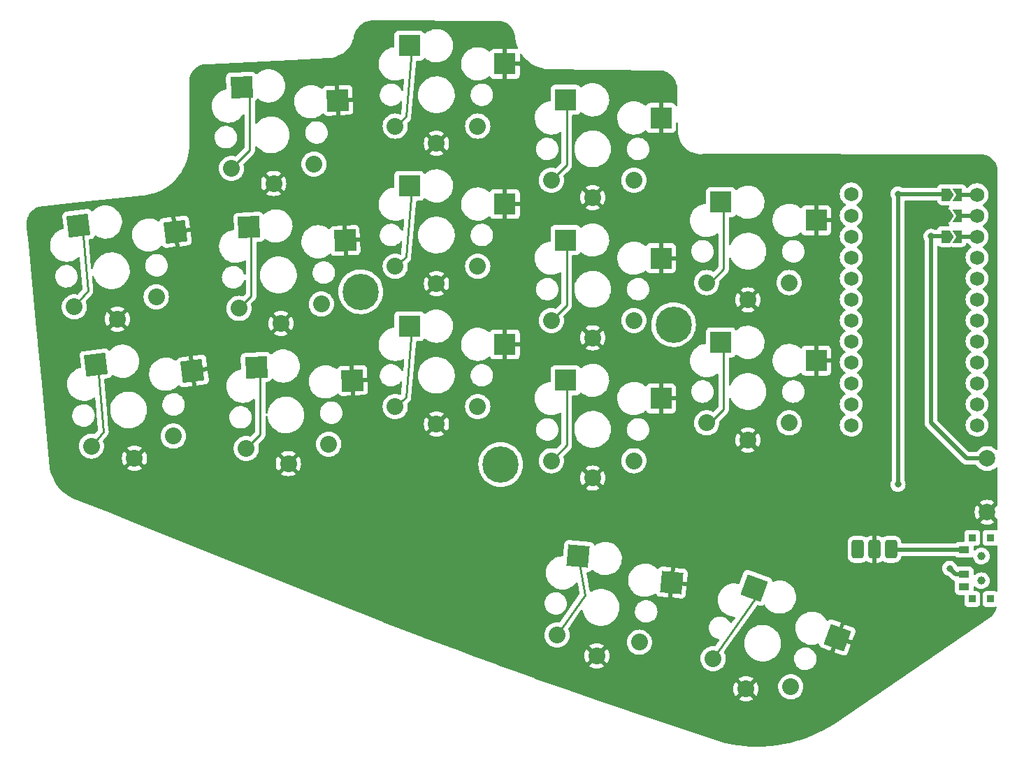
<source format=gbl>
%TF.GenerationSoftware,KiCad,Pcbnew,(6.0.4)*%
%TF.CreationDate,2022-05-17T22:37:58+02:00*%
%TF.ProjectId,battoota,62617474-6f6f-4746-912e-6b696361645f,v1.0.0*%
%TF.SameCoordinates,Original*%
%TF.FileFunction,Copper,L2,Bot*%
%TF.FilePolarity,Positive*%
%FSLAX46Y46*%
G04 Gerber Fmt 4.6, Leading zero omitted, Abs format (unit mm)*
G04 Created by KiCad (PCBNEW (6.0.4)) date 2022-05-17 22:37:58*
%MOMM*%
%LPD*%
G01*
G04 APERTURE LIST*
G04 Aperture macros list*
%AMRoundRect*
0 Rectangle with rounded corners*
0 $1 Rounding radius*
0 $2 $3 $4 $5 $6 $7 $8 $9 X,Y pos of 4 corners*
0 Add a 4 corners polygon primitive as box body*
4,1,4,$2,$3,$4,$5,$6,$7,$8,$9,$2,$3,0*
0 Add four circle primitives for the rounded corners*
1,1,$1+$1,$2,$3*
1,1,$1+$1,$4,$5*
1,1,$1+$1,$6,$7*
1,1,$1+$1,$8,$9*
0 Add four rect primitives between the rounded corners*
20,1,$1+$1,$2,$3,$4,$5,0*
20,1,$1+$1,$4,$5,$6,$7,0*
20,1,$1+$1,$6,$7,$8,$9,0*
20,1,$1+$1,$8,$9,$2,$3,0*%
%AMRotRect*
0 Rectangle, with rotation*
0 The origin of the aperture is its center*
0 $1 length*
0 $2 width*
0 $3 Rotation angle, in degrees counterclockwise*
0 Add horizontal line*
21,1,$1,$2,0,0,$3*%
%AMFreePoly0*
4,1,6,0.150000,0.000000,0.650000,-0.750000,-0.500000,-0.750000,-0.500000,0.750000,0.650000,0.750000,0.150000,0.000000,0.150000,0.000000,$1*%
%AMFreePoly1*
4,1,6,0.500000,-0.750000,-0.500000,-0.750000,-1.000000,0.000000,-0.500000,0.750000,0.500000,0.750000,0.500000,-0.750000,0.500000,-0.750000,$1*%
G04 Aperture macros list end*
%TA.AperFunction,ComponentPad*%
%ADD10RoundRect,0.375000X-0.375000X-0.750000X0.375000X-0.750000X0.375000X0.750000X-0.375000X0.750000X0*%
%TD*%
%TA.AperFunction,ComponentPad*%
%ADD11C,2.000000*%
%TD*%
%TA.AperFunction,SMDPad,CuDef*%
%ADD12RotRect,2.600000X2.600000X3.000000*%
%TD*%
%TA.AperFunction,ComponentPad*%
%ADD13C,2.032000*%
%TD*%
%TA.AperFunction,SMDPad,CuDef*%
%ADD14R,2.600000X2.600000*%
%TD*%
%TA.AperFunction,SMDPad,CuDef*%
%ADD15RotRect,2.600000X2.600000X340.000000*%
%TD*%
%TA.AperFunction,SMDPad,CuDef*%
%ADD16R,0.900000X0.900000*%
%TD*%
%TA.AperFunction,WasherPad*%
%ADD17C,1.000000*%
%TD*%
%TA.AperFunction,SMDPad,CuDef*%
%ADD18R,1.250000X0.900000*%
%TD*%
%TA.AperFunction,SMDPad,CuDef*%
%ADD19RotRect,2.600000X2.600000X7.000000*%
%TD*%
%TA.AperFunction,SMDPad,CuDef*%
%ADD20RotRect,2.600000X2.600000X355.000000*%
%TD*%
%TA.AperFunction,ComponentPad*%
%ADD21C,1.752600*%
%TD*%
%TA.AperFunction,SMDPad,CuDef*%
%ADD22FreePoly0,180.000000*%
%TD*%
%TA.AperFunction,SMDPad,CuDef*%
%ADD23R,1.524000X0.500000*%
%TD*%
%TA.AperFunction,SMDPad,CuDef*%
%ADD24FreePoly1,180.000000*%
%TD*%
%TA.AperFunction,ComponentPad*%
%ADD25C,4.400000*%
%TD*%
%TA.AperFunction,ViaPad*%
%ADD26C,0.800000*%
%TD*%
%TA.AperFunction,Conductor*%
%ADD27C,0.250000*%
%TD*%
%TA.AperFunction,Conductor*%
%ADD28C,0.500000*%
%TD*%
G04 APERTURE END LIST*
D10*
%TO.P,PAD1,1*%
%TO.N,Braw*%
X151545396Y58163682D03*
%TO.P,PAD1,2*%
%TO.N,GND*%
X149545396Y58163682D03*
%TO.P,PAD1,3*%
%TO.N,Braw*%
X147545396Y58163682D03*
%TD*%
D11*
%TO.P,B1,1*%
%TO.N,RST*%
X163203191Y69152519D03*
%TO.P,B1,2*%
%TO.N,GND*%
X163203191Y62652519D03*
%TD*%
D12*
%TO.P,S11,1*%
%TO.N,P3*%
X72891096Y114158916D03*
%TO.P,S11,2*%
%TO.N,GND*%
X84540407Y112566412D03*
%TD*%
D13*
%TO.P,S34,1*%
%TO.N,P9*%
X130012277Y44909938D03*
X139409204Y41489736D03*
%TO.P,S34,2*%
%TO.N,GND*%
X133992498Y41226483D03*
X133992498Y41226483D03*
%TD*%
D14*
%TO.P,S15,1*%
%TO.N,P18*%
X93220817Y102196989D03*
%TO.P,S15,2*%
%TO.N,GND*%
X104770817Y99996989D03*
%TD*%
%TO.P,S21,1*%
%TO.N,P16*%
X112136087Y95636017D03*
%TO.P,S21,2*%
%TO.N,GND*%
X123686087Y93436017D03*
%TD*%
D13*
%TO.P,S8,1*%
%TO.N,P5*%
X73458160Y70378595D03*
X83444455Y70901955D03*
%TO.P,S8,2*%
%TO.N,GND*%
X78561213Y68543153D03*
X78561213Y68543153D03*
%TD*%
%TO.P,S14,1*%
%TO.N,P2*%
X91495817Y75446989D03*
X101495817Y75446989D03*
%TO.P,S14,2*%
%TO.N,GND*%
X96495817Y73346989D03*
X96495817Y73346989D03*
%TD*%
%TO.P,S20,1*%
%TO.N,P14*%
X120411087Y68886017D03*
X110411087Y68886017D03*
%TO.P,S20,2*%
%TO.N,GND*%
X115411087Y66786017D03*
X115411087Y66786017D03*
%TD*%
%TO.P,S28,1*%
%TO.N,P19*%
X129218280Y73478852D03*
X139218280Y73478852D03*
%TO.P,S28,2*%
%TO.N,GND*%
X134218280Y71378852D03*
X134218280Y71378852D03*
%TD*%
D14*
%TO.P,S29,1*%
%TO.N,P20*%
X130943280Y100228852D03*
%TO.P,S29,2*%
%TO.N,GND*%
X142493280Y98028852D03*
%TD*%
D15*
%TO.P,S33,1*%
%TO.N,P9*%
X134967944Y53481956D03*
%TO.P,S33,2*%
%TO.N,GND*%
X145068949Y47464300D03*
%TD*%
D12*
%TO.P,S7,1*%
%TO.N,P5*%
X74670520Y80205512D03*
%TO.P,S7,2*%
%TO.N,GND*%
X86319831Y78613008D03*
%TD*%
D16*
%TO.P,T2,*%
%TO.N,*%
X163600140Y52144619D03*
X163600140Y59544619D03*
X161400140Y52144619D03*
X161400140Y59544619D03*
D17*
X162500140Y57344619D03*
X162500140Y54344619D03*
D18*
%TO.P,T2,1*%
%TO.N,Braw*%
X160425140Y58094619D03*
%TO.P,T2,2*%
%TO.N,RAW*%
X160425140Y55094619D03*
%TO.P,T2,3*%
%TO.N,N/C*%
X160425140Y53594619D03*
%TD*%
D19*
%TO.P,S5,1*%
%TO.N,P6*%
X53149171Y97420716D03*
%TO.P,S5,2*%
%TO.N,GND*%
X64881191Y96644705D03*
%TD*%
D14*
%TO.P,S27,1*%
%TO.N,P19*%
X130943280Y83228852D03*
%TO.P,S27,2*%
%TO.N,GND*%
X142493280Y81028852D03*
%TD*%
D12*
%TO.P,S9,1*%
%TO.N,P4*%
X73780808Y97182214D03*
%TO.P,S9,2*%
%TO.N,GND*%
X85430119Y95589710D03*
%TD*%
D13*
%TO.P,S16,1*%
%TO.N,P18*%
X101495817Y92446989D03*
X91495817Y92446989D03*
%TO.P,S16,2*%
%TO.N,GND*%
X96495817Y90346989D03*
X96495817Y90346989D03*
%TD*%
%TO.P,S30,1*%
%TO.N,P20*%
X139218280Y90478852D03*
X129218280Y90478852D03*
%TO.P,S30,2*%
%TO.N,GND*%
X134218280Y88378852D03*
X134218280Y88378852D03*
%TD*%
D14*
%TO.P,S13,1*%
%TO.N,P2*%
X93220817Y85196989D03*
%TO.P,S13,2*%
%TO.N,GND*%
X104770817Y82996989D03*
%TD*%
D13*
%TO.P,S24,1*%
%TO.N,P10*%
X110411087Y102886017D03*
X120411087Y102886017D03*
%TO.P,S24,2*%
%TO.N,GND*%
X115411087Y100786017D03*
X115411087Y100786017D03*
%TD*%
D14*
%TO.P,S17,1*%
%TO.N,P15*%
X93220818Y119196989D03*
%TO.P,S17,2*%
%TO.N,GND*%
X104770818Y116996989D03*
%TD*%
D13*
%TO.P,S4,1*%
%TO.N,P7*%
X54697034Y70659880D03*
X64622495Y71878573D03*
%TO.P,S4,2*%
%TO.N,GND*%
X59915690Y69184880D03*
X59915690Y69184880D03*
%TD*%
%TO.P,S10,1*%
%TO.N,P4*%
X72568448Y87355297D03*
X82554743Y87878657D03*
%TO.P,S10,2*%
%TO.N,GND*%
X77671501Y85519855D03*
X77671501Y85519855D03*
%TD*%
%TO.P,S22,1*%
%TO.N,P16*%
X110411087Y85886017D03*
X120411087Y85886017D03*
%TO.P,S22,2*%
%TO.N,GND*%
X115411087Y83786017D03*
X115411087Y83786017D03*
%TD*%
D20*
%TO.P,S31,1*%
%TO.N,P8*%
X113677123Y57326314D03*
%TO.P,S31,2*%
%TO.N,GND*%
X124991429Y54128036D03*
%TD*%
D21*
%TO.P,MCU1,*%
%TO.N,*%
X161977213Y98602542D03*
D22*
X159643690Y98602542D03*
D21*
X161977213Y96062542D03*
D23*
X160593690Y101142542D03*
D21*
X146737213Y96062542D03*
D23*
X160593690Y98602542D03*
X160593690Y96062542D03*
D22*
X159643690Y96062542D03*
X159643690Y101142542D03*
D21*
X146737213Y101226288D03*
X161977213Y101142542D03*
X146737213Y98602542D03*
D24*
%TO.P,MCU1,1*%
%TO.N,RAW*%
X158193690Y101142542D03*
%TO.P,MCU1,2*%
%TO.N,GND*%
X158193690Y98602542D03*
%TO.P,MCU1,3*%
%TO.N,RST*%
X158193690Y96062542D03*
D21*
%TO.P,MCU1,4*%
%TO.N,N/C*%
X146737213Y93522542D03*
%TO.P,MCU1,5*%
%TO.N,P21*%
X146737213Y90982542D03*
%TO.P,MCU1,6*%
%TO.N,P20*%
X146737213Y88442542D03*
%TO.P,MCU1,7*%
%TO.N,P19*%
X146737213Y85902542D03*
%TO.P,MCU1,8*%
%TO.N,P18*%
X146737213Y83362542D03*
%TO.P,MCU1,9*%
%TO.N,P15*%
X146737213Y80822542D03*
%TO.P,MCU1,10*%
%TO.N,P14*%
X146737213Y78282542D03*
%TO.P,MCU1,11*%
%TO.N,P16*%
X146737213Y75742542D03*
%TO.P,MCU1,12*%
%TO.N,P10*%
X146737213Y73202542D03*
%TO.P,MCU1,16*%
%TO.N,N/C*%
X161977213Y93522542D03*
%TO.P,MCU1,17*%
%TO.N,P2*%
X161977213Y90982542D03*
%TO.P,MCU1,18*%
%TO.N,P3*%
X161977213Y88442542D03*
%TO.P,MCU1,19*%
%TO.N,P4*%
X161977213Y85902542D03*
%TO.P,MCU1,20*%
%TO.N,P5*%
X161977213Y83362542D03*
%TO.P,MCU1,21*%
%TO.N,P6*%
X161977213Y80822542D03*
%TO.P,MCU1,22*%
%TO.N,P7*%
X161977213Y78282542D03*
%TO.P,MCU1,23*%
%TO.N,P8*%
X161977213Y75742542D03*
%TO.P,MCU1,24*%
%TO.N,P9*%
X161977213Y73202542D03*
%TD*%
D19*
%TO.P,S3,1*%
%TO.N,P7*%
X55220950Y80547430D03*
%TO.P,S3,2*%
%TO.N,GND*%
X66952970Y79771419D03*
%TD*%
D13*
%TO.P,S32,1*%
%TO.N,P8*%
X121070866Y46892201D03*
X111108919Y47763759D03*
%TO.P,S32,2*%
%TO.N,GND*%
X115906865Y45235971D03*
X115906865Y45235971D03*
%TD*%
D25*
%TO.P,REF\u002A\u002A,1*%
%TO.N,N/C*%
X104279037Y68433484D03*
X125215946Y85387859D03*
X87324662Y89370393D03*
%TD*%
D13*
%TO.P,S12,1*%
%TO.N,P3*%
X81665031Y104855359D03*
X71678736Y104331999D03*
%TO.P,S12,2*%
%TO.N,GND*%
X76781789Y102496557D03*
X76781789Y102496557D03*
%TD*%
D14*
%TO.P,S23,1*%
%TO.N,P10*%
X112136087Y112636017D03*
%TO.P,S23,2*%
%TO.N,GND*%
X123686087Y110436017D03*
%TD*%
D13*
%TO.P,S6,1*%
%TO.N,P6*%
X52625255Y87533166D03*
X62550716Y88751859D03*
%TO.P,S6,2*%
%TO.N,GND*%
X57843911Y86058166D03*
X57843911Y86058166D03*
%TD*%
D14*
%TO.P,S19,1*%
%TO.N,P14*%
X112136087Y78636017D03*
%TO.P,S19,2*%
%TO.N,GND*%
X123686087Y76436017D03*
%TD*%
D13*
%TO.P,S18,1*%
%TO.N,P15*%
X91495818Y109446989D03*
X101495818Y109446989D03*
%TO.P,S18,2*%
%TO.N,GND*%
X96495818Y107346989D03*
X96495818Y107346989D03*
%TD*%
D26*
%TO.N,GND*%
X154304587Y98650426D03*
%TO.N,RAW*%
X158661253Y55844619D03*
X152400000Y66040000D03*
X152400000Y101213143D03*
%TO.N,RST*%
X156389782Y96106346D03*
%TD*%
D27*
%TO.N,P6*%
X54275931Y89500364D02*
X52625255Y87533166D01*
X53617361Y97027859D02*
X54275931Y89500364D01*
X53149171Y97420716D02*
X53617361Y97027859D01*
D28*
%TO.N,GND*%
X154329345Y98675184D02*
X154329345Y64825511D01*
X149545396Y60041562D02*
X149545396Y58163682D01*
X154329345Y64825511D02*
X149545396Y60041562D01*
X154304587Y98650426D02*
X154329345Y98675184D01*
X154329345Y98675184D02*
X158139502Y98675184D01*
D27*
%TO.N,P5*%
X75153402Y79722630D02*
X75153402Y72073837D01*
X75153402Y72073837D02*
X73458160Y70378595D01*
X74670520Y80205512D02*
X75153402Y79722630D01*
%TO.N,P4*%
X73780808Y97182214D02*
X74047832Y96915190D01*
X74047832Y88834681D02*
X72568448Y87355297D01*
X74047832Y96915190D02*
X74047832Y88834681D01*
%TO.N,P3*%
X73685006Y114454599D02*
X73873184Y114266421D01*
X73873184Y106526447D02*
X71678736Y104331999D01*
X73873184Y114266421D02*
X73873184Y106526447D01*
%TO.N,P2*%
X92813707Y76552830D02*
X91495817Y75446988D01*
X93220818Y85196988D02*
X93537006Y84820170D01*
X93537006Y84820170D02*
X92813707Y76552830D01*
%TO.N,P18*%
X92813707Y93552830D02*
X91495817Y92446988D01*
X93220817Y102196988D02*
X93537006Y101820170D01*
X93537006Y101820170D02*
X92813707Y93552830D01*
%TO.N,P15*%
X92813708Y110552830D02*
X91495817Y109446988D01*
X93537006Y118820170D02*
X92813708Y110552830D01*
X93220818Y119196988D02*
X93537006Y118820170D01*
%TO.N,P14*%
X112285608Y79029475D02*
X112285608Y70760538D01*
X112285608Y70760538D02*
X110411087Y68886017D01*
%TO.N,P16*%
X112285608Y96029475D02*
X112285608Y87760538D01*
X112285608Y87760538D02*
X110411087Y85886017D01*
%TO.N,P10*%
X112285608Y104760538D02*
X110411087Y102886017D01*
X112285608Y113029475D02*
X112285608Y104760538D01*
%TO.N,P19*%
X131272946Y75102108D02*
X129078705Y72907867D01*
X131272946Y82188626D02*
X131272946Y75102108D01*
X130803705Y82657867D02*
X131272946Y82188626D01*
%TO.N,P20*%
X131272946Y99188626D02*
X131272946Y92102108D01*
X129649690Y90478852D02*
X129218280Y90478852D01*
X131272946Y92102108D02*
X129649690Y90478852D01*
X130803705Y99657867D02*
X131272946Y99188626D01*
%TO.N,P7*%
X55467251Y80340759D02*
X56161523Y72405190D01*
X56161523Y72405190D02*
X54697034Y70659879D01*
X55220949Y80547430D02*
X55467251Y80340759D01*
%TO.N,P8*%
X113677123Y57326313D02*
X114507440Y52617351D01*
X114507440Y52617351D02*
X111108918Y47763759D01*
%TO.N,P9*%
X135178467Y52288021D02*
X130012277Y44909937D01*
X134967944Y53481956D02*
X135178467Y52288021D01*
D28*
%TO.N,RAW*%
X152400000Y101213143D02*
X152426699Y101186444D01*
X152400000Y101213143D02*
X152400000Y66040000D01*
X152426699Y101186444D02*
X158168242Y101186444D01*
X158661253Y55844619D02*
X159406377Y55099495D01*
X159406377Y55099495D02*
X160167148Y55099495D01*
%TO.N,RST*%
X156389782Y96106346D02*
X156389782Y73500449D01*
X156389782Y96106346D02*
X156389880Y96106444D01*
X156389782Y73500449D02*
X160737712Y69152519D01*
X160737712Y69152519D02*
X163203191Y69152519D01*
X156389880Y96106444D02*
X158168242Y96106444D01*
%TO.N,Braw*%
X160425140Y58094619D02*
X160420264Y58099495D01*
X151609583Y58099495D02*
X151545396Y58163682D01*
X160420264Y58099495D02*
X151609583Y58099495D01*
%TD*%
%TA.AperFunction,Conductor*%
%TO.N,GND*%
G36*
X103739727Y122213957D02*
G01*
X103749018Y122213567D01*
X103798771Y122209637D01*
X103815259Y122213076D01*
X103839411Y122215721D01*
X103946227Y122217056D01*
X104057301Y122218443D01*
X104073179Y122217638D01*
X104316314Y122189854D01*
X104331965Y122187056D01*
X104569664Y122128875D01*
X104584838Y122124128D01*
X104813318Y122036476D01*
X104827774Y122029856D01*
X105043403Y121914124D01*
X105056905Y121905739D01*
X105135267Y121849931D01*
X105256238Y121763777D01*
X105268581Y121753755D01*
X105448445Y121587824D01*
X105459428Y121576327D01*
X105616971Y121389057D01*
X105626418Y121376270D01*
X105759120Y121170657D01*
X105766882Y121156781D01*
X105779286Y121130894D01*
X105872633Y120936091D01*
X105878585Y120921348D01*
X105955699Y120689106D01*
X105959748Y120673731D01*
X106007005Y120433610D01*
X106009084Y120417847D01*
X106023420Y120207510D01*
X106022430Y120183220D01*
X106022413Y120180884D01*
X106021075Y120172005D01*
X106022283Y120163107D01*
X106022283Y120163105D01*
X106024052Y120150072D01*
X106025159Y120130037D01*
X106024617Y120107920D01*
X106026244Y120095472D01*
X106027610Y120090800D01*
X106028099Y120088472D01*
X106030110Y120080087D01*
X106099165Y119713513D01*
X106099918Y119710835D01*
X106099919Y119710833D01*
X106126836Y119615173D01*
X106204482Y119339233D01*
X106205467Y119336635D01*
X106285052Y119126722D01*
X106342320Y118975670D01*
X106343525Y118973178D01*
X106343527Y118973174D01*
X106345833Y118968407D01*
X106357489Y118898374D01*
X106329431Y118833157D01*
X106270568Y118793462D01*
X106199589Y118791891D01*
X106188590Y118795428D01*
X106173169Y118799094D01*
X106122304Y118804620D01*
X106115490Y118804989D01*
X105042933Y118804989D01*
X105027694Y118800514D01*
X105026489Y118799124D01*
X105024818Y118791441D01*
X105024818Y117269104D01*
X105029293Y117253865D01*
X105030683Y117252660D01*
X105038366Y117250989D01*
X106560702Y117250989D01*
X106575941Y117255464D01*
X106577146Y117256854D01*
X106578817Y117264537D01*
X106578817Y118085611D01*
X106598819Y118153732D01*
X106652475Y118200225D01*
X106722749Y118210329D01*
X106787329Y118180835D01*
X106806875Y118159504D01*
X106920757Y118002215D01*
X106939060Y117976935D01*
X107193905Y117683284D01*
X107256075Y117623248D01*
X107469164Y117417473D01*
X107473597Y117413192D01*
X107775968Y117168755D01*
X108098672Y116951869D01*
X108101092Y116950536D01*
X108101096Y116950533D01*
X108436774Y116765556D01*
X108439206Y116764216D01*
X108794929Y116607251D01*
X108797573Y116606353D01*
X109160436Y116483090D01*
X109160440Y116483089D01*
X109163083Y116482191D01*
X109165796Y116481529D01*
X109483585Y116403972D01*
X109483339Y116402965D01*
X109486643Y116402767D01*
X109486748Y116403199D01*
X109489125Y116402619D01*
X109489129Y116402619D01*
X109496086Y116400921D01*
X109496087Y116400920D01*
X109510849Y116397317D01*
X109519113Y116394755D01*
X109519124Y116394794D01*
X109523789Y116393429D01*
X109528352Y116391701D01*
X109534355Y116390437D01*
X109535875Y116390117D01*
X109535878Y116390117D01*
X109540636Y116389115D01*
X109545485Y116388857D01*
X109545488Y116388857D01*
X109562244Y116387967D01*
X109577462Y116387159D01*
X109585202Y116386306D01*
X109589920Y116385885D01*
X109594722Y116385079D01*
X109620278Y116384777D01*
X109625442Y116384610D01*
X109686089Y116381387D01*
X109694340Y116383332D01*
X109705634Y116383769D01*
X123561754Y116220025D01*
X123580590Y116217841D01*
X123585755Y116217443D01*
X123594519Y116215492D01*
X123611164Y116216583D01*
X123635564Y116215812D01*
X123873357Y116185056D01*
X123889178Y116181971D01*
X124018034Y116148148D01*
X124146887Y116114327D01*
X124162190Y116109243D01*
X124409133Y116009247D01*
X124423661Y116002251D01*
X124655826Y115871526D01*
X124669338Y115862733D01*
X124778355Y115781415D01*
X124882894Y115703437D01*
X124895174Y115692990D01*
X125086652Y115507710D01*
X125097486Y115495791D01*
X125260107Y115292112D01*
X125263727Y115287578D01*
X125272961Y115274359D01*
X125411245Y115046623D01*
X125418715Y115032332D01*
X125526778Y114788808D01*
X125532362Y114773681D01*
X125606097Y114526212D01*
X125608442Y114518340D01*
X125612047Y114502625D01*
X125630737Y114387910D01*
X125654889Y114239670D01*
X125656459Y114223622D01*
X125663629Y114009337D01*
X125664242Y113991002D01*
X125662464Y113967599D01*
X125662332Y113964522D01*
X125660679Y113955692D01*
X125665443Y113907941D01*
X125666040Y113897912D01*
X125673025Y113539956D01*
X125703447Y111980964D01*
X125703730Y111966447D01*
X125685061Y111897949D01*
X125632322Y111850418D01*
X125562259Y111838945D01*
X125497115Y111867173D01*
X125459772Y111919759D01*
X125439411Y111974071D01*
X125430873Y111989666D01*
X125354372Y112091741D01*
X125341811Y112104302D01*
X125239736Y112180803D01*
X125224141Y112189341D01*
X125103693Y112234495D01*
X125088438Y112238122D01*
X125037573Y112243648D01*
X125030759Y112244017D01*
X123958202Y112244017D01*
X123942963Y112239542D01*
X123941758Y112238152D01*
X123940087Y112230469D01*
X123940087Y108646133D01*
X123944562Y108630894D01*
X123945952Y108629689D01*
X123953635Y108628018D01*
X125030756Y108628018D01*
X125037577Y108628388D01*
X125088439Y108633912D01*
X125103691Y108637538D01*
X125224141Y108682693D01*
X125239736Y108691231D01*
X125341811Y108767732D01*
X125354372Y108780293D01*
X125430873Y108882368D01*
X125439411Y108897963D01*
X125484565Y109018411D01*
X125488192Y109033666D01*
X125493718Y109084531D01*
X125494087Y109091345D01*
X125494087Y109794564D01*
X125514089Y109862685D01*
X125567745Y109909178D01*
X125638019Y109919282D01*
X125702599Y109889788D01*
X125740983Y109830062D01*
X125746063Y109797024D01*
X125760281Y109068369D01*
X125769211Y108610745D01*
X125768907Y108599198D01*
X125768295Y108590736D01*
X125765721Y108555147D01*
X125766753Y108542636D01*
X125767894Y108537907D01*
X125768546Y108535204D01*
X125770662Y108524370D01*
X125812442Y108246215D01*
X125889038Y107956306D01*
X125996777Y107676473D01*
X125998351Y107673426D01*
X125998352Y107673423D01*
X126132796Y107413106D01*
X126132802Y107413096D01*
X126134375Y107410050D01*
X126226173Y107271738D01*
X126271090Y107204063D01*
X126300193Y107160213D01*
X126302399Y107157569D01*
X126302399Y107157568D01*
X126490049Y106932580D01*
X126490055Y106932574D01*
X126492254Y106929937D01*
X126494730Y106927553D01*
X126494733Y106927550D01*
X126705792Y106724354D01*
X126705798Y106724348D01*
X126708271Y106721968D01*
X126710998Y106719864D01*
X126711000Y106719862D01*
X126826866Y106630455D01*
X126945668Y106538783D01*
X126948606Y106536990D01*
X126948613Y106536985D01*
X127198680Y106384359D01*
X127201618Y106382566D01*
X127204730Y106381106D01*
X127204731Y106381105D01*
X127469952Y106256639D01*
X127469956Y106256637D01*
X127473070Y106255176D01*
X127476331Y106254061D01*
X127476330Y106254061D01*
X127753537Y106159246D01*
X127753542Y106159245D01*
X127756789Y106158134D01*
X127760140Y106157383D01*
X127760145Y106157382D01*
X127972284Y106109866D01*
X128049396Y106092594D01*
X128052804Y106092214D01*
X128052808Y106092213D01*
X128152662Y106081070D01*
X128347403Y106059338D01*
X128350836Y106059331D01*
X128350843Y106059331D01*
X128476295Y106059091D01*
X128612341Y106058830D01*
X128626431Y106058011D01*
X128634780Y106057055D01*
X128639645Y106057252D01*
X128640304Y106057279D01*
X128647323Y106057563D01*
X128653787Y106058839D01*
X128657616Y106059595D01*
X128682217Y106061981D01*
X162532004Y106008743D01*
X162545853Y106007237D01*
X162545861Y106007343D01*
X162554817Y106006689D01*
X162563582Y106004773D01*
X162572532Y106005394D01*
X162572536Y106005394D01*
X162579928Y106005907D01*
X162604536Y106005204D01*
X162826615Y105976980D01*
X162842850Y105973822D01*
X163084808Y105910033D01*
X163100489Y105904776D01*
X163332010Y105809843D01*
X163346859Y105802583D01*
X163455409Y105740359D01*
X163563954Y105678139D01*
X163577732Y105668990D01*
X163649900Y105613917D01*
X163776652Y105517188D01*
X163789110Y105506316D01*
X163966438Y105329759D01*
X163977367Y105317346D01*
X164088584Y105172922D01*
X164125950Y105124400D01*
X164130031Y105119100D01*
X164139241Y105105363D01*
X164156745Y105075132D01*
X164264633Y104888808D01*
X164271961Y104873986D01*
X164352285Y104680508D01*
X164367901Y104642892D01*
X164373227Y104627232D01*
X164438075Y104385543D01*
X164441303Y104369323D01*
X164473934Y104121240D01*
X164475010Y104104735D01*
X164474884Y103887818D01*
X164472463Y103866034D01*
X164472113Y103861580D01*
X164470148Y103852823D01*
X164470720Y103843866D01*
X164473540Y103799703D01*
X164473796Y103791674D01*
X164473277Y90782719D01*
X164472462Y70325578D01*
X164452457Y70257458D01*
X164398800Y70210967D01*
X164328525Y70200866D01*
X164264632Y70229771D01*
X164092607Y70376695D01*
X164088399Y70379274D01*
X164088393Y70379278D01*
X163894374Y70498173D01*
X163890154Y70500759D01*
X163885584Y70502652D01*
X163885580Y70502654D01*
X163675358Y70589730D01*
X163675356Y70589731D01*
X163670785Y70591624D01*
X163582235Y70612883D01*
X163444715Y70645899D01*
X163444709Y70645900D01*
X163439902Y70647054D01*
X163203191Y70665684D01*
X162966480Y70647054D01*
X162961673Y70645900D01*
X162961667Y70645899D01*
X162824147Y70612883D01*
X162735597Y70591624D01*
X162731026Y70589731D01*
X162731024Y70589730D01*
X162520802Y70502654D01*
X162520798Y70502652D01*
X162516228Y70500759D01*
X162512008Y70498173D01*
X162317989Y70379278D01*
X162317983Y70379274D01*
X162313775Y70376695D01*
X162133222Y70222488D01*
X162130014Y70218732D01*
X162048402Y70123177D01*
X161979015Y70041935D01*
X161937011Y69973391D01*
X161935658Y69971183D01*
X161883010Y69923552D01*
X161828226Y69911019D01*
X161104083Y69911019D01*
X161035962Y69931021D01*
X161014988Y69947924D01*
X157185187Y73777725D01*
X157151161Y73840037D01*
X157148282Y73866820D01*
X157148282Y94836398D01*
X157168284Y94904519D01*
X157221940Y94951012D01*
X157292214Y94961116D01*
X157356794Y94931622D01*
X157415947Y94880366D01*
X157548956Y94819623D01*
X157693690Y94798813D01*
X158693690Y94798813D01*
X158695654Y94798937D01*
X158695658Y94798937D01*
X158751770Y94802476D01*
X158751774Y94802477D01*
X158758247Y94802885D01*
X158803922Y94815467D01*
X158855314Y94818709D01*
X158993690Y94798813D01*
X160143690Y94798813D01*
X160175676Y94801101D01*
X160210063Y94803560D01*
X160210064Y94803560D01*
X160216801Y94804042D01*
X160314309Y94832673D01*
X160348455Y94842699D01*
X160348457Y94842700D01*
X160357101Y94845238D01*
X160418251Y94884537D01*
X160472531Y94919420D01*
X160472534Y94919422D01*
X160480111Y94924292D01*
X160486117Y94931223D01*
X160569964Y95027987D01*
X160569966Y95027990D01*
X160575866Y95034799D01*
X160599583Y95086731D01*
X160626443Y95145547D01*
X160636609Y95167808D01*
X160637892Y95176731D01*
X160640429Y95185372D01*
X160642066Y95184891D01*
X160667178Y95239879D01*
X160726904Y95278263D01*
X160797901Y95278263D01*
X160857641Y95239864D01*
X161004999Y95069749D01*
X161111941Y94980964D01*
X161172001Y94931102D01*
X161180202Y94924293D01*
X161184653Y94921692D01*
X161184663Y94921685D01*
X161217479Y94902509D01*
X161266202Y94850870D01*
X161279272Y94781087D01*
X161252539Y94715315D01*
X161229566Y94692967D01*
X161054657Y94561642D01*
X161051085Y94557904D01*
X160911834Y94412186D01*
X160897333Y94397012D01*
X160894419Y94392740D01*
X160894418Y94392739D01*
X160868939Y94355388D01*
X160769010Y94208897D01*
X160673134Y94002350D01*
X160612280Y93782917D01*
X160588082Y93556492D01*
X160588379Y93551340D01*
X160588379Y93551336D01*
X160592212Y93484858D01*
X160601190Y93329155D01*
X160602325Y93324118D01*
X160602326Y93324112D01*
X160649354Y93115434D01*
X160651252Y93107011D01*
X160653196Y93102225D01*
X160653197Y93102220D01*
X160727412Y92919452D01*
X160736924Y92896027D01*
X160855905Y92701868D01*
X161004999Y92529749D01*
X161180202Y92384293D01*
X161184653Y92381692D01*
X161184663Y92381685D01*
X161217479Y92362509D01*
X161266202Y92310870D01*
X161279272Y92241087D01*
X161252539Y92175315D01*
X161229566Y92152967D01*
X161054657Y92021642D01*
X160996560Y91960847D01*
X160906924Y91867048D01*
X160897333Y91857012D01*
X160894419Y91852740D01*
X160894418Y91852739D01*
X160837411Y91769170D01*
X160769010Y91668897D01*
X160673134Y91462350D01*
X160612280Y91242917D01*
X160588082Y91016492D01*
X160588379Y91011340D01*
X160588379Y91011336D01*
X160591571Y90955978D01*
X160601190Y90789155D01*
X160602325Y90784118D01*
X160602326Y90784112D01*
X160648055Y90581198D01*
X160651252Y90567011D01*
X160653196Y90562225D01*
X160653197Y90562220D01*
X160734980Y90360814D01*
X160736924Y90356027D01*
X160855905Y90161868D01*
X161004999Y89989749D01*
X161126193Y89889132D01*
X161170576Y89852285D01*
X161180202Y89844293D01*
X161184653Y89841692D01*
X161184663Y89841685D01*
X161217479Y89822509D01*
X161266202Y89770870D01*
X161279272Y89701087D01*
X161252539Y89635315D01*
X161229566Y89612967D01*
X161054657Y89481642D01*
X161051085Y89477904D01*
X160917327Y89337934D01*
X160897333Y89317012D01*
X160894419Y89312740D01*
X160894418Y89312739D01*
X160870363Y89277475D01*
X160769010Y89128897D01*
X160673134Y88922350D01*
X160612280Y88702917D01*
X160588082Y88476492D01*
X160588379Y88471340D01*
X160588379Y88471336D01*
X160590308Y88437889D01*
X160601190Y88249155D01*
X160602325Y88244118D01*
X160602326Y88244112D01*
X160647204Y88044974D01*
X160651252Y88027011D01*
X160653196Y88022225D01*
X160653197Y88022220D01*
X160723437Y87849242D01*
X160736924Y87816027D01*
X160855905Y87621868D01*
X161004999Y87449749D01*
X161180202Y87304293D01*
X161184653Y87301692D01*
X161184663Y87301685D01*
X161217479Y87282509D01*
X161266202Y87230870D01*
X161279272Y87161087D01*
X161252539Y87095315D01*
X161229566Y87072967D01*
X161054657Y86941642D01*
X161045362Y86931915D01*
X160913688Y86794126D01*
X160897333Y86777012D01*
X160894419Y86772740D01*
X160894418Y86772739D01*
X160851080Y86709208D01*
X160769010Y86588897D01*
X160673134Y86382350D01*
X160612280Y86162917D01*
X160588082Y85936492D01*
X160588379Y85931340D01*
X160588379Y85931336D01*
X160593196Y85847802D01*
X160601190Y85709155D01*
X160602325Y85704118D01*
X160602326Y85704112D01*
X160650114Y85492060D01*
X160651252Y85487011D01*
X160653196Y85482225D01*
X160653197Y85482220D01*
X160714588Y85331033D01*
X160736924Y85276027D01*
X160855905Y85081868D01*
X161004999Y84909749D01*
X161138248Y84799124D01*
X161165493Y84776505D01*
X161180202Y84764293D01*
X161184653Y84761692D01*
X161184663Y84761685D01*
X161217479Y84742509D01*
X161266202Y84690870D01*
X161279272Y84621087D01*
X161252539Y84555315D01*
X161229566Y84532967D01*
X161054657Y84401642D01*
X160897333Y84237012D01*
X160894419Y84232740D01*
X160894418Y84232739D01*
X160823141Y84128250D01*
X160769010Y84048897D01*
X160673134Y83842350D01*
X160671752Y83837368D01*
X160671752Y83837367D01*
X160661065Y83798829D01*
X160612280Y83622917D01*
X160588082Y83396492D01*
X160588379Y83391340D01*
X160588379Y83391336D01*
X160590321Y83357652D01*
X160601190Y83169155D01*
X160602325Y83164118D01*
X160602326Y83164112D01*
X160647819Y82962243D01*
X160651252Y82947011D01*
X160653196Y82942225D01*
X160653197Y82942220D01*
X160734980Y82740814D01*
X160736924Y82736027D01*
X160855905Y82541868D01*
X161004999Y82369749D01*
X161180202Y82224293D01*
X161184653Y82221692D01*
X161184663Y82221685D01*
X161217479Y82202509D01*
X161266202Y82150870D01*
X161279272Y82081087D01*
X161252539Y82015315D01*
X161229566Y81992967D01*
X161054657Y81861642D01*
X160988238Y81792138D01*
X160919069Y81719757D01*
X160897333Y81697012D01*
X160894419Y81692740D01*
X160894418Y81692739D01*
X160842404Y81616489D01*
X160769010Y81508897D01*
X160673134Y81302350D01*
X160671752Y81297368D01*
X160671752Y81297367D01*
X160654721Y81235954D01*
X160612280Y81082917D01*
X160588082Y80856492D01*
X160588379Y80851340D01*
X160588379Y80851336D01*
X160590279Y80818394D01*
X160601190Y80629155D01*
X160602325Y80624118D01*
X160602326Y80624112D01*
X160648816Y80417821D01*
X160651252Y80407011D01*
X160653196Y80402225D01*
X160653197Y80402220D01*
X160718777Y80240717D01*
X160736924Y80196027D01*
X160855905Y80001868D01*
X161004999Y79829749D01*
X161180202Y79684293D01*
X161184653Y79681692D01*
X161184663Y79681685D01*
X161217479Y79662509D01*
X161266202Y79610870D01*
X161279272Y79541087D01*
X161252539Y79475315D01*
X161229566Y79452967D01*
X161054657Y79321642D01*
X161003907Y79268535D01*
X160916851Y79177436D01*
X160897333Y79157012D01*
X160894419Y79152740D01*
X160894418Y79152739D01*
X160845291Y79080721D01*
X160769010Y78968897D01*
X160673134Y78762350D01*
X160671752Y78757368D01*
X160671752Y78757367D01*
X160656954Y78704006D01*
X160612280Y78542917D01*
X160588082Y78316492D01*
X160588379Y78311340D01*
X160588379Y78311336D01*
X160592261Y78244017D01*
X160601190Y78089155D01*
X160602325Y78084118D01*
X160602326Y78084112D01*
X160647091Y77885474D01*
X160651252Y77867011D01*
X160653196Y77862225D01*
X160653197Y77862220D01*
X160725008Y77685372D01*
X160736924Y77656027D01*
X160855905Y77461868D01*
X161004999Y77289749D01*
X161123049Y77191742D01*
X161161217Y77160055D01*
X161180202Y77144293D01*
X161184653Y77141692D01*
X161184663Y77141685D01*
X161217479Y77122509D01*
X161266202Y77070870D01*
X161279272Y77001087D01*
X161252539Y76935315D01*
X161229566Y76912967D01*
X161054657Y76781642D01*
X161047779Y76774445D01*
X160921116Y76641899D01*
X160897333Y76617012D01*
X160894419Y76612740D01*
X160894418Y76612739D01*
X160850539Y76548414D01*
X160769010Y76428897D01*
X160673134Y76222350D01*
X160671752Y76217368D01*
X160671752Y76217367D01*
X160657579Y76166262D01*
X160612280Y76002917D01*
X160588082Y75776492D01*
X160588379Y75771340D01*
X160588379Y75771336D01*
X160590774Y75729796D01*
X160601190Y75549155D01*
X160602325Y75544118D01*
X160602326Y75544112D01*
X160648478Y75339320D01*
X160651252Y75327011D01*
X160653196Y75322225D01*
X160653197Y75322220D01*
X160731779Y75128698D01*
X160736924Y75116027D01*
X160825011Y74972282D01*
X160850109Y74931327D01*
X160855905Y74921868D01*
X161004999Y74749749D01*
X161121098Y74653362D01*
X161173874Y74609547D01*
X161180202Y74604293D01*
X161184653Y74601692D01*
X161184663Y74601685D01*
X161217479Y74582509D01*
X161266202Y74530870D01*
X161279272Y74461087D01*
X161252539Y74395315D01*
X161229566Y74372967D01*
X161054657Y74241642D01*
X160897333Y74077012D01*
X160894419Y74072740D01*
X160894418Y74072739D01*
X160850755Y74008731D01*
X160769010Y73888897D01*
X160673134Y73682350D01*
X160671752Y73677368D01*
X160671752Y73677367D01*
X160654427Y73614895D01*
X160612280Y73462917D01*
X160588082Y73236492D01*
X160588379Y73231340D01*
X160588379Y73231336D01*
X160591966Y73169127D01*
X160601190Y73009155D01*
X160602325Y73004118D01*
X160602326Y73004112D01*
X160650114Y72792060D01*
X160651252Y72787011D01*
X160653196Y72782225D01*
X160653197Y72782220D01*
X160733594Y72584228D01*
X160736924Y72576027D01*
X160855905Y72381868D01*
X161004999Y72209749D01*
X161133288Y72103242D01*
X161162012Y72079395D01*
X161180202Y72064293D01*
X161184654Y72061691D01*
X161184659Y72061688D01*
X161344191Y71968465D01*
X161376810Y71949404D01*
X161589542Y71868170D01*
X161594608Y71867139D01*
X161594609Y71867139D01*
X161619559Y71862063D01*
X161812685Y71822771D01*
X161940501Y71818084D01*
X162035083Y71814615D01*
X162035088Y71814615D01*
X162040247Y71814426D01*
X162045367Y71815082D01*
X162045369Y71815082D01*
X162170171Y71831070D01*
X162266116Y71843361D01*
X162271065Y71844846D01*
X162271071Y71844847D01*
X162397417Y71882753D01*
X162484226Y71908797D01*
X162688720Y72008978D01*
X162692924Y72011976D01*
X162692928Y72011979D01*
X162809365Y72095033D01*
X162874106Y72141212D01*
X163035406Y72301950D01*
X163074478Y72356324D01*
X163165268Y72482673D01*
X163168286Y72486873D01*
X163172837Y72496080D01*
X163266886Y72686374D01*
X163266887Y72686376D01*
X163269180Y72691016D01*
X163326417Y72879406D01*
X163333875Y72903952D01*
X163333875Y72903953D01*
X163335377Y72908896D01*
X163338181Y72930193D01*
X163364663Y73131341D01*
X163364664Y73131348D01*
X163365100Y73134663D01*
X163365984Y73170821D01*
X163366677Y73199177D01*
X163366677Y73199182D01*
X163366759Y73202542D01*
X163355943Y73334097D01*
X163348524Y73424340D01*
X163348523Y73424346D01*
X163348100Y73429491D01*
X163308850Y73585754D01*
X163293885Y73645334D01*
X163293884Y73645338D01*
X163292626Y73650345D01*
X163288395Y73660076D01*
X163203885Y73854436D01*
X163203883Y73854439D01*
X163201825Y73859173D01*
X163108633Y74003226D01*
X163080944Y74046027D01*
X163080942Y74046030D01*
X163078136Y74050367D01*
X162924881Y74218792D01*
X162746176Y74359924D01*
X162739548Y74363583D01*
X162738864Y74364273D01*
X162737344Y74365283D01*
X162737552Y74365597D01*
X162689576Y74414009D01*
X162674798Y74483451D01*
X162699909Y74549858D01*
X162727267Y74576473D01*
X162869902Y74678213D01*
X162869904Y74678215D01*
X162874106Y74681212D01*
X163035406Y74841950D01*
X163044804Y74855028D01*
X163165268Y75022673D01*
X163168286Y75026873D01*
X163171644Y75033666D01*
X163266886Y75226374D01*
X163266887Y75226376D01*
X163269180Y75231016D01*
X163335377Y75448896D01*
X163338147Y75469933D01*
X163364663Y75671341D01*
X163364664Y75671348D01*
X163365100Y75674663D01*
X163366064Y75714092D01*
X163366677Y75739177D01*
X163366677Y75739182D01*
X163366759Y75742542D01*
X163358028Y75848740D01*
X163348524Y75964340D01*
X163348523Y75964346D01*
X163348100Y75969491D01*
X163317037Y76093160D01*
X163293885Y76185334D01*
X163293884Y76185338D01*
X163292626Y76190345D01*
X163286412Y76204636D01*
X163203885Y76394436D01*
X163203883Y76394439D01*
X163201825Y76399173D01*
X163104493Y76549626D01*
X163080944Y76586027D01*
X163080942Y76586030D01*
X163078136Y76590367D01*
X162924881Y76758792D01*
X162746176Y76899924D01*
X162739548Y76903583D01*
X162738864Y76904273D01*
X162737344Y76905283D01*
X162737552Y76905597D01*
X162689576Y76954009D01*
X162674798Y77023451D01*
X162699909Y77089858D01*
X162727267Y77116473D01*
X162869902Y77218213D01*
X162869904Y77218215D01*
X162874106Y77221212D01*
X163035406Y77381950D01*
X163075964Y77438392D01*
X163165268Y77562673D01*
X163168286Y77566873D01*
X163170731Y77571819D01*
X163266886Y77766374D01*
X163266887Y77766376D01*
X163269180Y77771016D01*
X163314795Y77921153D01*
X163333875Y77983952D01*
X163333875Y77983953D01*
X163335377Y77988896D01*
X163336052Y77994022D01*
X163364663Y78211341D01*
X163364664Y78211348D01*
X163365100Y78214663D01*
X163365585Y78234496D01*
X163366677Y78279177D01*
X163366677Y78279182D01*
X163366759Y78282542D01*
X163358416Y78384015D01*
X163348524Y78504340D01*
X163348523Y78504346D01*
X163348100Y78509491D01*
X163315814Y78638027D01*
X163293885Y78725334D01*
X163293884Y78725338D01*
X163292626Y78730345D01*
X163284027Y78750121D01*
X163203885Y78934436D01*
X163203883Y78934439D01*
X163201825Y78939173D01*
X163113629Y79075503D01*
X163080944Y79126027D01*
X163080942Y79126030D01*
X163078136Y79130367D01*
X162924881Y79298792D01*
X162909098Y79311257D01*
X162796763Y79399973D01*
X162746176Y79439924D01*
X162739548Y79443583D01*
X162738864Y79444273D01*
X162737344Y79445283D01*
X162737552Y79445597D01*
X162689576Y79494009D01*
X162674798Y79563451D01*
X162699909Y79629858D01*
X162727267Y79656473D01*
X162869902Y79758213D01*
X162869904Y79758215D01*
X162874106Y79761212D01*
X163035406Y79921950D01*
X163063591Y79961173D01*
X163165268Y80102673D01*
X163168286Y80106873D01*
X163172453Y80115303D01*
X163266886Y80306374D01*
X163266887Y80306376D01*
X163269180Y80311016D01*
X163322741Y80487306D01*
X163333875Y80523952D01*
X163333875Y80523953D01*
X163335377Y80528896D01*
X163337071Y80541765D01*
X163364663Y80751341D01*
X163364664Y80751348D01*
X163365100Y80754663D01*
X163365553Y80773181D01*
X163366677Y80819177D01*
X163366677Y80819182D01*
X163366759Y80822542D01*
X163355574Y80958585D01*
X163348524Y81044340D01*
X163348523Y81044346D01*
X163348100Y81049491D01*
X163311051Y81196992D01*
X163293885Y81265334D01*
X163293884Y81265338D01*
X163292626Y81270345D01*
X163287188Y81282852D01*
X163203885Y81474436D01*
X163203883Y81474439D01*
X163201825Y81479173D01*
X163091469Y81649758D01*
X163080944Y81666027D01*
X163080942Y81666030D01*
X163078136Y81670367D01*
X162924881Y81838792D01*
X162746176Y81979924D01*
X162739548Y81983583D01*
X162738864Y81984273D01*
X162737344Y81985283D01*
X162737552Y81985597D01*
X162689576Y82034009D01*
X162674798Y82103451D01*
X162699909Y82169858D01*
X162727267Y82196473D01*
X162869902Y82298213D01*
X162869904Y82298215D01*
X162874106Y82301212D01*
X163035406Y82461950D01*
X163046346Y82477174D01*
X163165268Y82642673D01*
X163168286Y82646873D01*
X163171817Y82654016D01*
X163266886Y82846374D01*
X163266887Y82846376D01*
X163269180Y82851016D01*
X163335377Y83068896D01*
X163337863Y83087776D01*
X163364663Y83291341D01*
X163364664Y83291348D01*
X163365100Y83294663D01*
X163365353Y83305007D01*
X163366677Y83359177D01*
X163366677Y83359182D01*
X163366759Y83362542D01*
X163352685Y83533728D01*
X163348524Y83584340D01*
X163348523Y83584346D01*
X163348100Y83589491D01*
X163299975Y83781087D01*
X163293885Y83805334D01*
X163293884Y83805338D01*
X163292626Y83810345D01*
X163285508Y83826716D01*
X163203885Y84014436D01*
X163203883Y84014439D01*
X163201825Y84019173D01*
X163116914Y84150425D01*
X163080944Y84206027D01*
X163080942Y84206030D01*
X163078136Y84210367D01*
X162924881Y84378792D01*
X162746176Y84519924D01*
X162739548Y84523583D01*
X162738864Y84524273D01*
X162737344Y84525283D01*
X162737552Y84525597D01*
X162689576Y84574009D01*
X162674798Y84643451D01*
X162699909Y84709858D01*
X162727267Y84736473D01*
X162869902Y84838213D01*
X162869904Y84838215D01*
X162874106Y84841212D01*
X163035406Y85001950D01*
X163168286Y85186873D01*
X163170706Y85191768D01*
X163266886Y85386374D01*
X163266887Y85386376D01*
X163269180Y85391016D01*
X163335377Y85608896D01*
X163345825Y85688254D01*
X163364663Y85831341D01*
X163364664Y85831348D01*
X163365100Y85834663D01*
X163365341Y85844522D01*
X163366677Y85899177D01*
X163366677Y85899182D01*
X163366759Y85902542D01*
X163358390Y86004340D01*
X163348524Y86124340D01*
X163348523Y86124346D01*
X163348100Y86129491D01*
X163292626Y86350345D01*
X163288816Y86359107D01*
X163203885Y86554436D01*
X163203883Y86554439D01*
X163201825Y86559173D01*
X163093832Y86726105D01*
X163080944Y86746027D01*
X163080942Y86746030D01*
X163078136Y86750367D01*
X162924881Y86918792D01*
X162746176Y87059924D01*
X162739548Y87063583D01*
X162738864Y87064273D01*
X162737344Y87065283D01*
X162737552Y87065597D01*
X162689576Y87114009D01*
X162674798Y87183451D01*
X162699909Y87249858D01*
X162727267Y87276473D01*
X162869902Y87378213D01*
X162869904Y87378215D01*
X162874106Y87381212D01*
X163035406Y87541950D01*
X163053337Y87566903D01*
X163165268Y87722673D01*
X163168286Y87726873D01*
X163186813Y87764358D01*
X163266886Y87926374D01*
X163266887Y87926376D01*
X163269180Y87931016D01*
X163329744Y88130356D01*
X163333875Y88143952D01*
X163333875Y88143953D01*
X163335377Y88148896D01*
X163340779Y88189930D01*
X163364663Y88371341D01*
X163364664Y88371348D01*
X163365100Y88374663D01*
X163365699Y88399164D01*
X163366677Y88439177D01*
X163366677Y88439182D01*
X163366759Y88442542D01*
X163357458Y88555670D01*
X163348524Y88664340D01*
X163348523Y88664346D01*
X163348100Y88669491D01*
X163319841Y88781995D01*
X163293885Y88885334D01*
X163293884Y88885338D01*
X163292626Y88890345D01*
X163290295Y88895706D01*
X163203885Y89094436D01*
X163203883Y89094439D01*
X163201825Y89099173D01*
X163108720Y89243091D01*
X163080944Y89286027D01*
X163080942Y89286030D01*
X163078136Y89290367D01*
X162924881Y89458792D01*
X162746176Y89599924D01*
X162739548Y89603583D01*
X162738864Y89604273D01*
X162737344Y89605283D01*
X162737552Y89605597D01*
X162689576Y89654009D01*
X162674798Y89723451D01*
X162699909Y89789858D01*
X162727267Y89816473D01*
X162869902Y89918213D01*
X162869904Y89918215D01*
X162874106Y89921212D01*
X163035406Y90081950D01*
X163057560Y90112780D01*
X163165268Y90262673D01*
X163168286Y90266873D01*
X163175113Y90280685D01*
X163266886Y90466374D01*
X163266887Y90466376D01*
X163269180Y90471016D01*
X163335377Y90688896D01*
X163338916Y90715779D01*
X163364663Y90911341D01*
X163364664Y90911348D01*
X163365100Y90914663D01*
X163365636Y90936602D01*
X163366677Y90979177D01*
X163366677Y90979182D01*
X163366759Y90982542D01*
X163351772Y91164830D01*
X163348524Y91204340D01*
X163348523Y91204346D01*
X163348100Y91209491D01*
X163307481Y91371205D01*
X163293885Y91425334D01*
X163293884Y91425338D01*
X163292626Y91430345D01*
X163287072Y91443119D01*
X163203885Y91634436D01*
X163203883Y91634439D01*
X163201825Y91639173D01*
X163078136Y91830367D01*
X162924881Y91998792D01*
X162746176Y92139924D01*
X162739548Y92143583D01*
X162738864Y92144273D01*
X162737344Y92145283D01*
X162737552Y92145597D01*
X162689576Y92194009D01*
X162674798Y92263451D01*
X162699909Y92329858D01*
X162727267Y92356473D01*
X162869902Y92458213D01*
X162869904Y92458215D01*
X162874106Y92461212D01*
X163035406Y92621950D01*
X163078400Y92681782D01*
X163165268Y92802673D01*
X163168286Y92806873D01*
X163174732Y92819914D01*
X163266886Y93006374D01*
X163266887Y93006376D01*
X163269180Y93011016D01*
X163320863Y93181124D01*
X163333875Y93223952D01*
X163333875Y93223953D01*
X163335377Y93228896D01*
X163336052Y93234022D01*
X163364663Y93451341D01*
X163364664Y93451348D01*
X163365100Y93454663D01*
X163365198Y93458680D01*
X163366677Y93519177D01*
X163366677Y93519182D01*
X163366759Y93522542D01*
X163357864Y93630735D01*
X163348524Y93744340D01*
X163348523Y93744346D01*
X163348100Y93749491D01*
X163317499Y93871322D01*
X163293885Y93965334D01*
X163293884Y93965338D01*
X163292626Y93970345D01*
X163290079Y93976203D01*
X163203885Y94174436D01*
X163203883Y94174439D01*
X163201825Y94179173D01*
X163104469Y94329663D01*
X163080944Y94366027D01*
X163080942Y94366030D01*
X163078136Y94370367D01*
X162924881Y94538792D01*
X162746176Y94679924D01*
X162739548Y94683583D01*
X162738864Y94684273D01*
X162737344Y94685283D01*
X162737552Y94685597D01*
X162689576Y94734009D01*
X162674798Y94803451D01*
X162699909Y94869858D01*
X162727267Y94896473D01*
X162869902Y94998213D01*
X162869904Y94998215D01*
X162874106Y95001212D01*
X163035406Y95161950D01*
X163039616Y95167808D01*
X163165268Y95342673D01*
X163168286Y95346873D01*
X163196135Y95403220D01*
X163266886Y95546374D01*
X163266887Y95546376D01*
X163269180Y95551016D01*
X163335377Y95768896D01*
X163338100Y95789576D01*
X163364663Y95991341D01*
X163364664Y95991348D01*
X163365100Y95994663D01*
X163365312Y96003328D01*
X163366677Y96059177D01*
X163366677Y96059182D01*
X163366759Y96062542D01*
X163355088Y96204500D01*
X163348524Y96284340D01*
X163348523Y96284346D01*
X163348100Y96289491D01*
X163311740Y96434250D01*
X163293885Y96505334D01*
X163293884Y96505338D01*
X163292626Y96510345D01*
X163282052Y96534664D01*
X163203885Y96714436D01*
X163203883Y96714439D01*
X163201825Y96719173D01*
X163120287Y96845212D01*
X163080944Y96906027D01*
X163080942Y96906030D01*
X163078136Y96910367D01*
X162924881Y97078792D01*
X162746176Y97219924D01*
X162739548Y97223583D01*
X162738864Y97224273D01*
X162737344Y97225283D01*
X162737552Y97225597D01*
X162689576Y97274009D01*
X162674798Y97343451D01*
X162699909Y97409858D01*
X162727267Y97436473D01*
X162869902Y97538213D01*
X162869904Y97538215D01*
X162874106Y97541212D01*
X163035406Y97701950D01*
X163039616Y97707808D01*
X163165268Y97882673D01*
X163168286Y97886873D01*
X163187453Y97925653D01*
X163266886Y98086374D01*
X163266887Y98086376D01*
X163269180Y98091016D01*
X163331139Y98294947D01*
X163333875Y98303952D01*
X163333875Y98303953D01*
X163335377Y98308896D01*
X163337457Y98324692D01*
X163364663Y98531341D01*
X163364664Y98531348D01*
X163365100Y98534663D01*
X163366527Y98593043D01*
X163366677Y98599183D01*
X163366677Y98599185D01*
X163366759Y98602542D01*
X163355966Y98733818D01*
X163348524Y98824340D01*
X163348523Y98824346D01*
X163348100Y98829491D01*
X163308627Y98986642D01*
X163293885Y99045334D01*
X163293884Y99045338D01*
X163292626Y99050345D01*
X163290270Y99055763D01*
X163203885Y99254436D01*
X163203883Y99254439D01*
X163201825Y99259173D01*
X163086036Y99438156D01*
X163080944Y99446027D01*
X163080942Y99446030D01*
X163078136Y99450367D01*
X162924881Y99618792D01*
X162746176Y99759924D01*
X162739548Y99763583D01*
X162738864Y99764273D01*
X162737344Y99765283D01*
X162737552Y99765597D01*
X162689576Y99814009D01*
X162674798Y99883451D01*
X162699909Y99949858D01*
X162727267Y99976473D01*
X162869902Y100078213D01*
X162869904Y100078215D01*
X162874106Y100081212D01*
X163035406Y100241950D01*
X163039616Y100247808D01*
X163165268Y100422673D01*
X163168286Y100426873D01*
X163236938Y100565778D01*
X163266886Y100626374D01*
X163266887Y100626376D01*
X163269180Y100631016D01*
X163319184Y100795597D01*
X163333875Y100843952D01*
X163333875Y100843953D01*
X163335377Y100848896D01*
X163338883Y100875528D01*
X163364663Y101071341D01*
X163364664Y101071348D01*
X163365100Y101074663D01*
X163366759Y101142542D01*
X163357506Y101255082D01*
X163348524Y101364340D01*
X163348523Y101364346D01*
X163348100Y101369491D01*
X163317417Y101491646D01*
X163293885Y101585334D01*
X163293884Y101585338D01*
X163292626Y101590345D01*
X163290567Y101595081D01*
X163203885Y101794436D01*
X163203883Y101794439D01*
X163201825Y101799173D01*
X163111767Y101938382D01*
X163080944Y101986027D01*
X163080942Y101986030D01*
X163078136Y101990367D01*
X162924881Y102158792D01*
X162746176Y102299924D01*
X162546820Y102409975D01*
X162430811Y102451056D01*
X162337042Y102484262D01*
X162337038Y102484263D01*
X162332167Y102485988D01*
X162327074Y102486895D01*
X162327071Y102486896D01*
X162113070Y102525015D01*
X162113064Y102525016D01*
X162107981Y102525921D01*
X162020911Y102526985D01*
X161885452Y102528640D01*
X161885450Y102528640D01*
X161880283Y102528703D01*
X161655189Y102494259D01*
X161438742Y102423513D01*
X161236757Y102318366D01*
X161232624Y102315263D01*
X161232621Y102315261D01*
X161062519Y102187545D01*
X161054657Y102181642D01*
X161051085Y102177904D01*
X160901131Y102020986D01*
X160897333Y102017012D01*
X160879157Y101990367D01*
X160865409Y101970213D01*
X160810497Y101925211D01*
X160739972Y101917040D01*
X160676225Y101948295D01*
X160640425Y102005720D01*
X160639648Y102008368D01*
X160622083Y102068189D01*
X160613533Y102097307D01*
X160613532Y102097309D01*
X160610994Y102105953D01*
X160569650Y102170285D01*
X160536812Y102221383D01*
X160536810Y102221386D01*
X160531940Y102228963D01*
X160522259Y102237352D01*
X160428245Y102318816D01*
X160428242Y102318818D01*
X160421433Y102324718D01*
X160288424Y102385461D01*
X160279251Y102386780D01*
X160263590Y102389032D01*
X160143690Y102406271D01*
X158993690Y102406271D01*
X158991177Y102406070D01*
X158991176Y102406070D01*
X158919043Y102400302D01*
X158919040Y102400301D01*
X158912045Y102399742D01*
X158905347Y102397652D01*
X158905345Y102397652D01*
X158884709Y102391214D01*
X158829252Y102386780D01*
X158753635Y102397652D01*
X158693690Y102406271D01*
X157693690Y102406271D01*
X157684714Y102405629D01*
X157627317Y102401524D01*
X157627316Y102401524D01*
X157620579Y102401042D01*
X157550501Y102380465D01*
X157488925Y102362385D01*
X157488923Y102362384D01*
X157480279Y102359846D01*
X157472700Y102354975D01*
X157364849Y102285664D01*
X157364846Y102285662D01*
X157357269Y102280792D01*
X157351368Y102273982D01*
X157267416Y102177097D01*
X157267414Y102177094D01*
X157261514Y102170285D01*
X157200771Y102037276D01*
X157200202Y102033318D01*
X157163187Y101975720D01*
X157098607Y101946227D01*
X157080674Y101944944D01*
X152979335Y101944944D01*
X152905274Y101969008D01*
X152862094Y102000380D01*
X152862093Y102000381D01*
X152856752Y102004261D01*
X152850724Y102006945D01*
X152850722Y102006946D01*
X152688319Y102079252D01*
X152688318Y102079252D01*
X152682288Y102081937D01*
X152576162Y102104495D01*
X152501944Y102120271D01*
X152501939Y102120271D01*
X152495487Y102121643D01*
X152304513Y102121643D01*
X152298061Y102120271D01*
X152298056Y102120271D01*
X152223838Y102104495D01*
X152117712Y102081937D01*
X152111682Y102079252D01*
X152111681Y102079252D01*
X151949278Y102006946D01*
X151949276Y102006945D01*
X151943248Y102004261D01*
X151937907Y102000381D01*
X151937906Y102000380D01*
X151890109Y101965653D01*
X151788747Y101892009D01*
X151784326Y101887099D01*
X151784325Y101887098D01*
X151679967Y101771196D01*
X151660960Y101750087D01*
X151565473Y101584699D01*
X151506458Y101403071D01*
X151505768Y101396510D01*
X151505768Y101396508D01*
X151491735Y101262988D01*
X151486496Y101213143D01*
X151487186Y101206578D01*
X151504215Y101044559D01*
X151506458Y101023215D01*
X151565473Y100841587D01*
X151617645Y100751224D01*
X151624619Y100739144D01*
X151641500Y100676144D01*
X151641500Y66576999D01*
X151624619Y66513999D01*
X151572744Y66424149D01*
X151565473Y66411556D01*
X151506458Y66229928D01*
X151505768Y66223367D01*
X151505768Y66223365D01*
X151500756Y66175677D01*
X151486496Y66040000D01*
X151506458Y65850072D01*
X151565473Y65668444D01*
X151660960Y65503056D01*
X151788747Y65361134D01*
X151943248Y65248882D01*
X151949276Y65246198D01*
X151949278Y65246197D01*
X152111681Y65173891D01*
X152117712Y65171206D01*
X152211113Y65151353D01*
X152298056Y65132872D01*
X152298061Y65132872D01*
X152304513Y65131500D01*
X152495487Y65131500D01*
X152501939Y65132872D01*
X152501944Y65132872D01*
X152588887Y65151353D01*
X152682288Y65171206D01*
X152688319Y65173891D01*
X152850722Y65246197D01*
X152850724Y65246198D01*
X152856752Y65248882D01*
X153011253Y65361134D01*
X153139040Y65503056D01*
X153234527Y65668444D01*
X153293542Y65850072D01*
X153313504Y66040000D01*
X153299244Y66175677D01*
X153294232Y66223365D01*
X153294232Y66223367D01*
X153293542Y66229928D01*
X153234527Y66411556D01*
X153227257Y66424149D01*
X153175381Y66513999D01*
X153158500Y66576999D01*
X153158500Y100301944D01*
X153178502Y100370065D01*
X153232158Y100416558D01*
X153284500Y100427944D01*
X157061044Y100427944D01*
X157129165Y100407942D01*
X157175658Y100354286D01*
X157184781Y100325149D01*
X157185190Y100319431D01*
X157206221Y100247808D01*
X157223459Y100189101D01*
X157226386Y100179131D01*
X157242758Y100153656D01*
X157300568Y100063701D01*
X157300570Y100063698D01*
X157305440Y100056121D01*
X157312250Y100050220D01*
X157409135Y99966268D01*
X157409138Y99966266D01*
X157415947Y99960366D01*
X157548956Y99899623D01*
X157693690Y99878813D01*
X158501288Y99878813D01*
X158569409Y99858811D01*
X158615902Y99805155D01*
X158626006Y99734881D01*
X158597886Y99671913D01*
X158556908Y99622984D01*
X158553304Y99614729D01*
X158553302Y99614725D01*
X158502014Y99497234D01*
X158498408Y99488973D01*
X158497275Y99480032D01*
X158497275Y99480030D01*
X158482262Y99361503D01*
X158480034Y99343910D01*
X158503272Y99199546D01*
X158520966Y99162464D01*
X158559193Y99082350D01*
X158566242Y99067576D01*
X158829670Y98672434D01*
X158850814Y98604659D01*
X158829670Y98532650D01*
X158585435Y98166297D01*
X158566242Y98137508D01*
X158565017Y98135308D01*
X158565016Y98135307D01*
X158535798Y98082850D01*
X158526386Y98065953D01*
X158524407Y98059213D01*
X158507954Y98003178D01*
X158485190Y97925653D01*
X158485190Y97779431D01*
X158487728Y97770788D01*
X158487728Y97770787D01*
X158520790Y97658190D01*
X158526386Y97639131D01*
X158531256Y97631553D01*
X158531257Y97631551D01*
X158602695Y97520392D01*
X158622697Y97452271D01*
X158602695Y97384150D01*
X158549039Y97337657D01*
X158496697Y97326271D01*
X157693690Y97326271D01*
X157673920Y97324857D01*
X157627317Y97321524D01*
X157627316Y97321524D01*
X157620579Y97321042D01*
X157564784Y97304659D01*
X157488925Y97282385D01*
X157488923Y97282384D01*
X157480279Y97279846D01*
X157452616Y97262068D01*
X157364849Y97205664D01*
X157364846Y97205662D01*
X157357269Y97200792D01*
X157351368Y97193982D01*
X157267416Y97097097D01*
X157267414Y97097094D01*
X157261514Y97090285D01*
X157200771Y96957276D01*
X157200202Y96953318D01*
X157163187Y96895720D01*
X157098607Y96866227D01*
X157080674Y96864944D01*
X156932234Y96864944D01*
X156858174Y96889007D01*
X156851875Y96893584D01*
X156851872Y96893586D01*
X156846534Y96897464D01*
X156840506Y96900148D01*
X156840504Y96900149D01*
X156678101Y96972455D01*
X156678100Y96972455D01*
X156672070Y96975140D01*
X156578669Y96994993D01*
X156491726Y97013474D01*
X156491721Y97013474D01*
X156485269Y97014846D01*
X156294295Y97014846D01*
X156287843Y97013474D01*
X156287838Y97013474D01*
X156200894Y96994993D01*
X156107494Y96975140D01*
X156101464Y96972455D01*
X156101463Y96972455D01*
X155939060Y96900149D01*
X155939058Y96900148D01*
X155933030Y96897464D01*
X155927689Y96893584D01*
X155927688Y96893583D01*
X155890036Y96866227D01*
X155778529Y96785212D01*
X155774108Y96780302D01*
X155774107Y96780301D01*
X155730112Y96731439D01*
X155650742Y96643290D01*
X155612878Y96577708D01*
X155560216Y96486494D01*
X155555255Y96477902D01*
X155496240Y96296274D01*
X155495550Y96289713D01*
X155495550Y96289711D01*
X155484861Y96188006D01*
X155476278Y96106346D01*
X155476968Y96099781D01*
X155491732Y95959314D01*
X155496240Y95916418D01*
X155555255Y95734790D01*
X155558558Y95729068D01*
X155558559Y95729067D01*
X155562758Y95721794D01*
X155611122Y95638027D01*
X155614401Y95632347D01*
X155631282Y95569347D01*
X155631282Y73567519D01*
X155629849Y73548569D01*
X155626583Y73527100D01*
X155627176Y73519808D01*
X155627176Y73519805D01*
X155630867Y73474431D01*
X155631282Y73464216D01*
X155631282Y73456156D01*
X155631707Y73452512D01*
X155634571Y73427942D01*
X155635004Y73423567D01*
X155640191Y73359801D01*
X155640922Y73350812D01*
X155643178Y73343848D01*
X155644369Y73337889D01*
X155645753Y73332034D01*
X155646600Y73324768D01*
X155671517Y73256122D01*
X155672934Y73251994D01*
X155690045Y73199177D01*
X155695431Y73182550D01*
X155699227Y73176295D01*
X155701733Y73170821D01*
X155704452Y73165391D01*
X155706949Y73158512D01*
X155710962Y73152392D01*
X155710962Y73152391D01*
X155746968Y73097473D01*
X155749305Y73093769D01*
X155787187Y73031342D01*
X155790903Y73027134D01*
X155790904Y73027133D01*
X155794585Y73022965D01*
X155794558Y73022941D01*
X155797211Y73019949D01*
X155799914Y73016716D01*
X155803926Y73010597D01*
X155809238Y73005565D01*
X155860165Y72957321D01*
X155862607Y72954943D01*
X160153942Y68663608D01*
X160166328Y68649196D01*
X160174861Y68637601D01*
X160174866Y68637596D01*
X160179204Y68631701D01*
X160184782Y68626962D01*
X160184785Y68626959D01*
X160219480Y68597484D01*
X160226996Y68590554D01*
X160232692Y68584858D01*
X160235553Y68582595D01*
X160235558Y68582590D01*
X160254968Y68567234D01*
X160258370Y68564445D01*
X160298513Y68530341D01*
X160313997Y68517186D01*
X160320514Y68513858D01*
X160325562Y68510492D01*
X160330684Y68507329D01*
X160336428Y68502784D01*
X160402607Y68471855D01*
X160406491Y68469956D01*
X160471520Y68436750D01*
X160478635Y68435009D01*
X160484290Y68432906D01*
X160490029Y68430997D01*
X160496662Y68427897D01*
X160568147Y68413028D01*
X160572413Y68412062D01*
X160643322Y68394711D01*
X160648924Y68394363D01*
X160648927Y68394363D01*
X160654476Y68394019D01*
X160654474Y68393984D01*
X160658446Y68393744D01*
X160662667Y68393367D01*
X160669827Y68391878D01*
X160747254Y68393973D01*
X160750662Y68394019D01*
X161828226Y68394019D01*
X161896347Y68374017D01*
X161935657Y68333856D01*
X161979015Y68263103D01*
X161982228Y68259341D01*
X162051176Y68178614D01*
X162133222Y68082550D01*
X162313775Y67928343D01*
X162317983Y67925764D01*
X162317989Y67925760D01*
X162473389Y67830531D01*
X162516228Y67804279D01*
X162520798Y67802386D01*
X162520802Y67802384D01*
X162701380Y67727587D01*
X162735597Y67713414D01*
X162815800Y67694159D01*
X162961667Y67659139D01*
X162961673Y67659138D01*
X162966480Y67657984D01*
X163203191Y67639354D01*
X163439902Y67657984D01*
X163444709Y67659138D01*
X163444715Y67659139D01*
X163590582Y67694159D01*
X163670785Y67713414D01*
X163705002Y67727587D01*
X163885580Y67802384D01*
X163885584Y67802386D01*
X163890154Y67804279D01*
X163932993Y67830531D01*
X164088393Y67925760D01*
X164088399Y67925764D01*
X164092607Y67928343D01*
X164096367Y67931554D01*
X164096373Y67931558D01*
X164264539Y68075186D01*
X164329328Y68104217D01*
X164399528Y68093612D01*
X164452851Y68046737D01*
X164472369Y67979371D01*
X164472195Y63623440D01*
X164472195Y63614498D01*
X164452190Y63546378D01*
X164435290Y63525408D01*
X163575213Y62665331D01*
X163567599Y62651387D01*
X163567730Y62649554D01*
X163571981Y62642939D01*
X164435213Y61779707D01*
X164469239Y61717395D01*
X164472118Y61690607D01*
X164472073Y60560474D01*
X164452068Y60492354D01*
X164398411Y60445863D01*
X164328136Y60435762D01*
X164297166Y60446091D01*
X164296845Y60445234D01*
X164160456Y60496364D01*
X164098274Y60503119D01*
X163102006Y60503119D01*
X163039824Y60496364D01*
X162903435Y60445234D01*
X162786879Y60357880D01*
X162699525Y60241324D01*
X162648395Y60104935D01*
X162641640Y60042753D01*
X162641640Y59046485D01*
X162648395Y58984303D01*
X162699525Y58847914D01*
X162786879Y58731358D01*
X162903435Y58644004D01*
X163039824Y58592874D01*
X163102006Y58586119D01*
X164098274Y58586119D01*
X164160456Y58592874D01*
X164296845Y58644004D01*
X164297637Y58641892D01*
X164354841Y58654403D01*
X164421389Y58629666D01*
X164463999Y58572878D01*
X164471992Y58528710D01*
X164471897Y56154447D01*
X164471778Y53160636D01*
X164451773Y53092516D01*
X164398116Y53046025D01*
X164327841Y53035924D01*
X164297187Y53046147D01*
X164296845Y53045234D01*
X164160456Y53096364D01*
X164098274Y53103119D01*
X163102006Y53103119D01*
X163039824Y53096364D01*
X162903435Y53045234D01*
X162786879Y52957880D01*
X162699525Y52841324D01*
X162648395Y52704935D01*
X162641640Y52642753D01*
X162641640Y51646485D01*
X162648395Y51584303D01*
X162699525Y51447914D01*
X162786879Y51331358D01*
X162903435Y51244004D01*
X163039824Y51192874D01*
X163102006Y51186119D01*
X164098274Y51186119D01*
X164160456Y51192874D01*
X164194595Y51205672D01*
X164265401Y51210855D01*
X164327770Y51176935D01*
X164361899Y51114679D01*
X164357971Y51046703D01*
X164297186Y50870005D01*
X164291576Y50856354D01*
X164176822Y50617895D01*
X164169660Y50605002D01*
X164027808Y50381592D01*
X164019181Y50369618D01*
X163852180Y50164329D01*
X163842212Y50153446D01*
X163652363Y49969102D01*
X163641191Y49959458D01*
X163458569Y49819619D01*
X163435684Y49805684D01*
X163427532Y49801842D01*
X163420818Y49795895D01*
X163420811Y49795890D01*
X163402342Y49779529D01*
X163389995Y49769892D01*
X144926942Y37123966D01*
X144907775Y37113166D01*
X144891884Y37105961D01*
X144885076Y37100107D01*
X144872497Y37089291D01*
X144857075Y37077948D01*
X144235960Y36690182D01*
X144231181Y36687343D01*
X143562720Y36309930D01*
X143557821Y36307305D01*
X143418306Y36236459D01*
X142873366Y35959738D01*
X142868385Y35957345D01*
X142544473Y35810455D01*
X142169237Y35640290D01*
X142164125Y35638107D01*
X141451723Y35352213D01*
X141446520Y35350257D01*
X140722177Y35096051D01*
X140716893Y35094327D01*
X139982075Y34872323D01*
X139976719Y34870833D01*
X139232777Y34681440D01*
X139227387Y34680194D01*
X138475828Y34523796D01*
X138470382Y34522788D01*
X138224673Y34482870D01*
X137712684Y34399693D01*
X137707179Y34398922D01*
X136944748Y34309358D01*
X136939215Y34308832D01*
X136716188Y34292563D01*
X136173608Y34252983D01*
X136168077Y34252701D01*
X135756694Y34240890D01*
X135400742Y34230671D01*
X135395184Y34230634D01*
X134877623Y34238612D01*
X134627632Y34242465D01*
X134622088Y34242673D01*
X134379367Y34257139D01*
X133855794Y34288345D01*
X133850255Y34288798D01*
X133086727Y34368220D01*
X133081213Y34368917D01*
X132321952Y34481931D01*
X132316473Y34482870D01*
X131620739Y34618030D01*
X131618079Y34618732D01*
X131615847Y34619856D01*
X131609169Y34621084D01*
X131609159Y34621087D01*
X131602576Y34622298D01*
X131580006Y34628669D01*
X131567413Y34633530D01*
X131558471Y34634282D01*
X131551331Y34635925D01*
X131540548Y34638916D01*
X128467980Y35640290D01*
X126943334Y36137184D01*
X126942590Y36137429D01*
X122287526Y37686642D01*
X122286783Y37686892D01*
X117641590Y39264977D01*
X117640849Y39265231D01*
X115572795Y39982177D01*
X133113022Y39982177D01*
X133118749Y39974527D01*
X133294257Y39866976D01*
X133303051Y39862495D01*
X133515527Y39774485D01*
X133524912Y39771436D01*
X133748542Y39717746D01*
X133758289Y39716203D01*
X133987568Y39698158D01*
X133997428Y39698158D01*
X134226707Y39716203D01*
X134236454Y39717746D01*
X134460084Y39771436D01*
X134469469Y39774485D01*
X134681945Y39862495D01*
X134690739Y39866976D01*
X134862581Y39972280D01*
X134872041Y39982736D01*
X134868257Y39991514D01*
X134005310Y40854461D01*
X133991366Y40862075D01*
X133989533Y40861944D01*
X133982918Y40857693D01*
X133119782Y39994557D01*
X133113022Y39982177D01*
X115572795Y39982177D01*
X113005318Y40872261D01*
X113004578Y40872520D01*
X112693524Y40982527D01*
X112017657Y41221553D01*
X132464173Y41221553D01*
X132482218Y40992274D01*
X132483761Y40982527D01*
X132537451Y40758897D01*
X132540500Y40749512D01*
X132628510Y40537036D01*
X132632991Y40528242D01*
X132738295Y40356400D01*
X132748751Y40346940D01*
X132757529Y40350724D01*
X133620476Y41213671D01*
X133626854Y41225351D01*
X134356906Y41225351D01*
X134357037Y41223518D01*
X134361288Y41216903D01*
X135224424Y40353767D01*
X135236804Y40347007D01*
X135244454Y40352734D01*
X135352005Y40528242D01*
X135356486Y40537036D01*
X135444496Y40749512D01*
X135447545Y40758897D01*
X135501235Y40982527D01*
X135502778Y40992274D01*
X135520823Y41221553D01*
X135520823Y41231413D01*
X135502778Y41460692D01*
X135501235Y41470439D01*
X135496602Y41489736D01*
X137879990Y41489736D01*
X137898817Y41250514D01*
X137899971Y41245707D01*
X137899972Y41245701D01*
X137904858Y41225351D01*
X137954835Y41017183D01*
X137956728Y41012612D01*
X137956729Y41012610D01*
X138020898Y40857693D01*
X138046664Y40795487D01*
X138172044Y40590887D01*
X138327886Y40408418D01*
X138331648Y40405205D01*
X138395438Y40350724D01*
X138510355Y40252576D01*
X138714955Y40127196D01*
X138719525Y40125303D01*
X138719527Y40125302D01*
X138932078Y40037261D01*
X138936651Y40035367D01*
X139018241Y40015779D01*
X139165169Y39980504D01*
X139165175Y39980503D01*
X139169982Y39979349D01*
X139409204Y39960522D01*
X139648426Y39979349D01*
X139653233Y39980503D01*
X139653239Y39980504D01*
X139800167Y40015779D01*
X139881757Y40035367D01*
X139886330Y40037261D01*
X140098881Y40125302D01*
X140098883Y40125303D01*
X140103453Y40127196D01*
X140308053Y40252576D01*
X140422971Y40350724D01*
X140486760Y40405205D01*
X140490522Y40408418D01*
X140646364Y40590887D01*
X140771744Y40795487D01*
X140797511Y40857693D01*
X140861679Y41012610D01*
X140861680Y41012612D01*
X140863573Y41017183D01*
X140913550Y41225351D01*
X140918436Y41245701D01*
X140918437Y41245707D01*
X140919591Y41250514D01*
X140938418Y41489736D01*
X140919591Y41728958D01*
X140918437Y41733765D01*
X140918436Y41733771D01*
X140874703Y41915930D01*
X140863573Y41962289D01*
X140807954Y42096566D01*
X140773638Y42179413D01*
X140773637Y42179415D01*
X140771744Y42183985D01*
X140646364Y42388585D01*
X140490522Y42571054D01*
X140308053Y42726896D01*
X140103453Y42852276D01*
X140098883Y42854169D01*
X140098881Y42854170D01*
X139886330Y42942211D01*
X139886328Y42942212D01*
X139881757Y42944105D01*
X139800167Y42963693D01*
X139653239Y42998968D01*
X139653233Y42998969D01*
X139648426Y43000123D01*
X139409204Y43018950D01*
X139169982Y43000123D01*
X139165175Y42998969D01*
X139165169Y42998968D01*
X139018241Y42963693D01*
X138936651Y42944105D01*
X138932080Y42942212D01*
X138932078Y42942211D01*
X138719527Y42854170D01*
X138719525Y42854169D01*
X138714955Y42852276D01*
X138510355Y42726896D01*
X138327886Y42571054D01*
X138172044Y42388585D01*
X138046664Y42183985D01*
X138044771Y42179415D01*
X138044770Y42179413D01*
X138010454Y42096566D01*
X137954835Y41962289D01*
X137943705Y41915930D01*
X137899972Y41733771D01*
X137899971Y41733765D01*
X137898817Y41728958D01*
X137879990Y41489736D01*
X135496602Y41489736D01*
X135447545Y41694069D01*
X135444496Y41703454D01*
X135356486Y41915930D01*
X135352005Y41924724D01*
X135246701Y42096566D01*
X135236245Y42106026D01*
X135227467Y42102242D01*
X134364520Y41239295D01*
X134356906Y41225351D01*
X133626854Y41225351D01*
X133628090Y41227615D01*
X133627959Y41229448D01*
X133623708Y41236063D01*
X132760572Y42099199D01*
X132748192Y42105959D01*
X132740542Y42100232D01*
X132632991Y41924724D01*
X132628510Y41915930D01*
X132540500Y41703454D01*
X132537451Y41694069D01*
X132483761Y41470439D01*
X132482218Y41460692D01*
X132464173Y41231413D01*
X132464173Y41221553D01*
X112017657Y41221553D01*
X108486916Y42470230D01*
X133112955Y42470230D01*
X133116739Y42461452D01*
X133979686Y41598505D01*
X133993630Y41590891D01*
X133995463Y41591022D01*
X134002078Y41595273D01*
X134865214Y42458409D01*
X134871974Y42470789D01*
X134866247Y42478439D01*
X134690739Y42585990D01*
X134681945Y42590471D01*
X134469469Y42678481D01*
X134460084Y42681530D01*
X134236454Y42735220D01*
X134226707Y42736763D01*
X133997428Y42754808D01*
X133987568Y42754808D01*
X133758289Y42736763D01*
X133748542Y42735220D01*
X133524912Y42681530D01*
X133515527Y42678481D01*
X133303051Y42590471D01*
X133294257Y42585990D01*
X133122415Y42480686D01*
X133112955Y42470230D01*
X108486916Y42470230D01*
X108379140Y42508346D01*
X108378617Y42508533D01*
X105338828Y43604898D01*
X104266476Y43991665D01*
X115027389Y43991665D01*
X115033116Y43984015D01*
X115208624Y43876464D01*
X115217418Y43871983D01*
X115429894Y43783973D01*
X115439279Y43780924D01*
X115662909Y43727234D01*
X115672656Y43725691D01*
X115901935Y43707646D01*
X115911795Y43707646D01*
X116141074Y43725691D01*
X116150821Y43727234D01*
X116374451Y43780924D01*
X116383836Y43783973D01*
X116596312Y43871983D01*
X116605106Y43876464D01*
X116776948Y43981768D01*
X116786408Y43992224D01*
X116782624Y44001002D01*
X115919677Y44863949D01*
X115905733Y44871563D01*
X115903900Y44871432D01*
X115897285Y44867181D01*
X115034149Y44004045D01*
X115027389Y43991665D01*
X104266476Y43991665D01*
X103763500Y44173074D01*
X103762764Y44173342D01*
X100886360Y45231041D01*
X114378540Y45231041D01*
X114396585Y45001762D01*
X114398128Y44992015D01*
X114451818Y44768385D01*
X114454867Y44759000D01*
X114542877Y44546524D01*
X114547358Y44537730D01*
X114652662Y44365888D01*
X114663118Y44356428D01*
X114671896Y44360212D01*
X115534843Y45223159D01*
X115541221Y45234839D01*
X116271273Y45234839D01*
X116271404Y45233006D01*
X116275655Y45226391D01*
X117138791Y44363255D01*
X117151171Y44356495D01*
X117158821Y44362222D01*
X117266372Y44537730D01*
X117270853Y44546524D01*
X117358863Y44759000D01*
X117361912Y44768385D01*
X117395897Y44909938D01*
X128483063Y44909938D01*
X128501890Y44670716D01*
X128503044Y44665909D01*
X128503045Y44665903D01*
X128531398Y44547808D01*
X128557908Y44437385D01*
X128559801Y44432814D01*
X128559802Y44432812D01*
X128621883Y44282936D01*
X128649737Y44215689D01*
X128775117Y44011089D01*
X128778334Y44007322D01*
X128778335Y44007321D01*
X128793281Y43989821D01*
X128930959Y43828620D01*
X128934721Y43825407D01*
X129081046Y43700435D01*
X129113428Y43672778D01*
X129318028Y43547398D01*
X129322598Y43545505D01*
X129322600Y43545504D01*
X129359106Y43530383D01*
X129539724Y43455569D01*
X129621314Y43435981D01*
X129768242Y43400706D01*
X129768248Y43400705D01*
X129773055Y43399551D01*
X130012277Y43380724D01*
X130251499Y43399551D01*
X130256306Y43400705D01*
X130256312Y43400706D01*
X130403240Y43435981D01*
X130484830Y43455569D01*
X130665448Y43530383D01*
X130701954Y43545504D01*
X130701956Y43545505D01*
X130706526Y43547398D01*
X130911126Y43672778D01*
X130943509Y43700435D01*
X131089833Y43825407D01*
X131093595Y43828620D01*
X131231273Y43989821D01*
X131246219Y44007321D01*
X131246220Y44007322D01*
X131249437Y44011089D01*
X131374817Y44215689D01*
X131402672Y44282936D01*
X131464752Y44432812D01*
X131464753Y44432814D01*
X131466646Y44437385D01*
X131493156Y44547808D01*
X131521509Y44665903D01*
X131521510Y44665909D01*
X131522664Y44670716D01*
X131541491Y44909938D01*
X131522664Y45149160D01*
X131521510Y45153967D01*
X131521509Y45153973D01*
X131472173Y45359468D01*
X131466646Y45382491D01*
X131464752Y45387064D01*
X131376712Y45599613D01*
X131376710Y45599617D01*
X131374817Y45604187D01*
X131369882Y45612240D01*
X131351342Y45680774D01*
X131374100Y45750349D01*
X131454338Y45864940D01*
X132055865Y46724010D01*
X133782931Y46724010D01*
X133783294Y46719862D01*
X133783294Y46719858D01*
X133800576Y46522319D01*
X133808669Y46429820D01*
X133809579Y46425748D01*
X133809580Y46425743D01*
X133871286Y46149687D01*
X133873089Y46141619D01*
X133874532Y46137696D01*
X133874533Y46137694D01*
X133894344Y46083851D01*
X133975061Y45864470D01*
X133977008Y45860777D01*
X133977009Y45860775D01*
X134001331Y45814645D01*
X134112791Y45603242D01*
X134115211Y45599837D01*
X134281436Y45365934D01*
X134281441Y45365928D01*
X134283860Y45362524D01*
X134286704Y45359474D01*
X134286709Y45359468D01*
X134451711Y45182525D01*
X134485263Y45146545D01*
X134713462Y44959101D01*
X134964446Y44803484D01*
X135233807Y44682428D01*
X135516812Y44598061D01*
X135520932Y44597408D01*
X135520934Y44597408D01*
X135805009Y44552414D01*
X135805015Y44552413D01*
X135808490Y44551863D01*
X135833049Y44550748D01*
X135899434Y44547733D01*
X135899455Y44547733D01*
X135900854Y44547669D01*
X136085318Y44547669D01*
X136305081Y44562266D01*
X136309180Y44563092D01*
X136309184Y44563093D01*
X136482607Y44598061D01*
X136594568Y44620636D01*
X136873792Y44716781D01*
X137043506Y44801767D01*
X137134112Y44847139D01*
X137134114Y44847140D01*
X137137848Y44849010D01*
X137292079Y44953826D01*
X139815926Y44953826D01*
X139816126Y44948496D01*
X139816126Y44948495D01*
X139819014Y44871563D01*
X139824580Y44723290D01*
X139871954Y44497508D01*
X139956693Y44282936D01*
X140076373Y44085709D01*
X140079870Y44081679D01*
X140166494Y43981854D01*
X140227573Y43911466D01*
X140231704Y43908079D01*
X140401841Y43768574D01*
X140401847Y43768570D01*
X140405969Y43765190D01*
X140606461Y43651064D01*
X140611477Y43649243D01*
X140611482Y43649241D01*
X140818301Y43574169D01*
X140818305Y43574168D01*
X140823316Y43572349D01*
X140828565Y43571400D01*
X140828568Y43571399D01*
X141046249Y43532036D01*
X141046256Y43532035D01*
X141050333Y43531298D01*
X141068070Y43530462D01*
X141073018Y43530228D01*
X141073025Y43530228D01*
X141074506Y43530158D01*
X141236651Y43530158D01*
X141303607Y43535839D01*
X141403288Y43544297D01*
X141403292Y43544298D01*
X141408599Y43544748D01*
X141413754Y43546086D01*
X141413760Y43546087D01*
X141626729Y43601363D01*
X141626733Y43601364D01*
X141631898Y43602705D01*
X141636764Y43604897D01*
X141636767Y43604898D01*
X141837375Y43695265D01*
X141842241Y43697457D01*
X141846661Y43700433D01*
X141846665Y43700435D01*
X141970747Y43783973D01*
X142033611Y43826296D01*
X142200538Y43985536D01*
X142338247Y44170624D01*
X142393031Y44278375D01*
X142440384Y44371512D01*
X142440384Y44371513D01*
X142442803Y44376270D01*
X142495669Y44546524D01*
X142509631Y44591488D01*
X142509632Y44591494D01*
X142511215Y44596591D01*
X142525128Y44701566D01*
X142540826Y44820005D01*
X142540826Y44820010D01*
X142541526Y44825290D01*
X142539954Y44867181D01*
X142534493Y45012653D01*
X142532872Y45055826D01*
X142485498Y45281608D01*
X142482408Y45289434D01*
X142437619Y45402846D01*
X142400759Y45496180D01*
X142289436Y45679635D01*
X144694448Y45679635D01*
X144695342Y45678027D01*
X144701989Y45673830D01*
X145714168Y45305427D01*
X145720665Y45303452D01*
X145770374Y45291242D01*
X145785948Y45289434D01*
X145914577Y45290669D01*
X145932147Y45293358D01*
X146054229Y45330333D01*
X146070334Y45337842D01*
X146177137Y45407599D01*
X146190490Y45419330D01*
X146274116Y45517070D01*
X146282742Y45530164D01*
X146305329Y45576068D01*
X146308011Y45582354D01*
X146674844Y46590222D01*
X146675851Y46606073D01*
X146674956Y46607682D01*
X146668309Y46611880D01*
X145237781Y47132549D01*
X145221930Y47133556D01*
X145220322Y47132662D01*
X145216125Y47126015D01*
X144695455Y45695486D01*
X144694448Y45679635D01*
X142289436Y45679635D01*
X142281079Y45693407D01*
X142272271Y45703557D01*
X142133379Y45863617D01*
X142133377Y45863619D01*
X142129879Y45867650D01*
X142033453Y45946715D01*
X141955611Y46010542D01*
X141955605Y46010546D01*
X141951483Y46013926D01*
X141750991Y46128052D01*
X141745975Y46129873D01*
X141745970Y46129875D01*
X141539151Y46204947D01*
X141539147Y46204948D01*
X141534136Y46206767D01*
X141528887Y46207716D01*
X141528884Y46207717D01*
X141311203Y46247080D01*
X141311196Y46247081D01*
X141307119Y46247818D01*
X141289382Y46248654D01*
X141284434Y46248888D01*
X141284427Y46248888D01*
X141282946Y46248958D01*
X141120801Y46248958D01*
X141053845Y46243277D01*
X140954164Y46234819D01*
X140954160Y46234818D01*
X140948853Y46234368D01*
X140943698Y46233030D01*
X140943692Y46233029D01*
X140730723Y46177753D01*
X140730719Y46177752D01*
X140725554Y46176411D01*
X140720688Y46174219D01*
X140720685Y46174218D01*
X140575211Y46108687D01*
X140515211Y46081659D01*
X140510791Y46078683D01*
X140510787Y46078681D01*
X140418526Y46016566D01*
X140323841Y45952820D01*
X140156914Y45793580D01*
X140153726Y45789295D01*
X140056233Y45658259D01*
X140019205Y45608492D01*
X140016790Y45603742D01*
X139962103Y45496180D01*
X139914649Y45402846D01*
X139902129Y45362524D01*
X139847821Y45187628D01*
X139847820Y45187622D01*
X139846237Y45182525D01*
X139841161Y45144226D01*
X139823723Y45012653D01*
X139815926Y44953826D01*
X137292079Y44953826D01*
X137382095Y45015001D01*
X137602244Y45211837D01*
X137627155Y45240901D01*
X137791706Y45432885D01*
X137791709Y45432889D01*
X137794426Y45436059D01*
X137796700Y45439561D01*
X137796704Y45439566D01*
X137952987Y45680220D01*
X137952990Y45680225D01*
X137955266Y45683730D01*
X138007427Y45793580D01*
X138044206Y45871037D01*
X138081936Y45950497D01*
X138093815Y45987494D01*
X138170932Y46227686D01*
X138170932Y46227687D01*
X138172212Y46231673D01*
X138203184Y46403807D01*
X138223768Y46518210D01*
X138223769Y46518215D01*
X138224507Y46522319D01*
X138224702Y46526599D01*
X138237714Y46813158D01*
X138237714Y46813163D01*
X138237903Y46817328D01*
X138226016Y46953205D01*
X138212529Y47107357D01*
X138212165Y47111518D01*
X138207439Y47132662D01*
X138148657Y47395641D01*
X138148655Y47395648D01*
X138147745Y47399719D01*
X138045773Y47676868D01*
X138032630Y47701797D01*
X137953176Y47852494D01*
X137908043Y47938096D01*
X137858511Y48007794D01*
X137739398Y48175404D01*
X137739393Y48175410D01*
X137736974Y48178814D01*
X137734130Y48181864D01*
X137734125Y48181870D01*
X137538417Y48391741D01*
X137535571Y48394793D01*
X137307372Y48582237D01*
X137190529Y48654683D01*
X139979278Y48654683D01*
X139979431Y48650295D01*
X139979431Y48650289D01*
X139988677Y48385533D01*
X139989081Y48373958D01*
X139989843Y48369635D01*
X139989844Y48369628D01*
X139996920Y48329501D01*
X140037858Y48097329D01*
X140124659Y47830181D01*
X140126587Y47826228D01*
X140126589Y47826223D01*
X140144327Y47789855D01*
X140247796Y47577714D01*
X140250251Y47574075D01*
X140250254Y47574069D01*
X140323346Y47465706D01*
X140404871Y47344840D01*
X140407816Y47341569D01*
X140407817Y47341568D01*
X140447610Y47297374D01*
X140592827Y47136094D01*
X140808006Y46955537D01*
X141046220Y46806685D01*
X141302831Y46692434D01*
X141572846Y46615009D01*
X141577196Y46614398D01*
X141577199Y46614397D01*
X141671807Y46601101D01*
X141851008Y46575916D01*
X142061602Y46575916D01*
X142063788Y46576069D01*
X142063792Y46576069D01*
X142267283Y46590298D01*
X142267288Y46590299D01*
X142271668Y46590605D01*
X142546426Y46649007D01*
X142728114Y46715136D01*
X142798967Y46719639D01*
X142861007Y46685121D01*
X142895758Y46615796D01*
X142898007Y46601101D01*
X142934982Y46479020D01*
X142942491Y46462915D01*
X143012248Y46356112D01*
X143023979Y46342759D01*
X143121719Y46259133D01*
X143134813Y46250507D01*
X143180717Y46227920D01*
X143187003Y46225238D01*
X144194871Y45858405D01*
X144210722Y45857398D01*
X144212331Y45858293D01*
X144216529Y45864940D01*
X144854328Y47617281D01*
X145399693Y47617281D01*
X145400587Y47615673D01*
X145407234Y47611476D01*
X146837763Y47090806D01*
X146853614Y47089799D01*
X146855222Y47090693D01*
X146859419Y47097340D01*
X147227822Y48109519D01*
X147229797Y48116016D01*
X147242007Y48165725D01*
X147243815Y48181299D01*
X147242580Y48309928D01*
X147239891Y48327498D01*
X147202916Y48449580D01*
X147195407Y48465685D01*
X147125650Y48572488D01*
X147113919Y48585841D01*
X147016179Y48669467D01*
X147003085Y48678093D01*
X146957181Y48700680D01*
X146950895Y48703362D01*
X145943027Y49070195D01*
X145927176Y49071202D01*
X145925567Y49070307D01*
X145921369Y49063660D01*
X145400700Y47633132D01*
X145399693Y47617281D01*
X144854328Y47617281D01*
X144917140Y47789855D01*
X145442443Y49233114D01*
X145443450Y49248965D01*
X145442556Y49250573D01*
X145435909Y49254770D01*
X144423730Y49623173D01*
X144417233Y49625148D01*
X144367524Y49637358D01*
X144351950Y49639166D01*
X144223321Y49637931D01*
X144205751Y49635242D01*
X144083669Y49598267D01*
X144067564Y49590758D01*
X143960761Y49521001D01*
X143950775Y49512228D01*
X143886398Y49482294D01*
X143816056Y49491917D01*
X143762084Y49538042D01*
X143754365Y49551652D01*
X143737046Y49587161D01*
X143735116Y49591118D01*
X143732661Y49594757D01*
X143732658Y49594763D01*
X143638454Y49734426D01*
X143578041Y49823992D01*
X143390085Y50032738D01*
X143174906Y50213295D01*
X142936692Y50362147D01*
X142710899Y50462677D01*
X142684095Y50474611D01*
X142684093Y50474612D01*
X142680081Y50476398D01*
X142410066Y50553823D01*
X142405716Y50554434D01*
X142405713Y50554435D01*
X142257775Y50575226D01*
X142131904Y50592916D01*
X141921310Y50592916D01*
X141919124Y50592763D01*
X141919120Y50592763D01*
X141715629Y50578534D01*
X141715624Y50578533D01*
X141711244Y50578227D01*
X141436486Y50519825D01*
X141432357Y50518322D01*
X141432353Y50518321D01*
X141176675Y50425262D01*
X141176671Y50425260D01*
X141172530Y50423753D01*
X140924514Y50291880D01*
X140920955Y50289294D01*
X140920953Y50289293D01*
X140816351Y50213295D01*
X140697264Y50126774D01*
X140694100Y50123718D01*
X140694097Y50123716D01*
X140605320Y50037985D01*
X140495204Y49931647D01*
X140322268Y49710298D01*
X140320072Y49706494D01*
X140320067Y49706487D01*
X140230674Y49551652D01*
X140181820Y49467035D01*
X140076594Y49206592D01*
X140075529Y49202319D01*
X140075528Y49202317D01*
X140010190Y48940259D01*
X140008639Y48934040D01*
X140008180Y48929672D01*
X140008179Y48929667D01*
X139982987Y48689977D01*
X139979278Y48654683D01*
X137190529Y48654683D01*
X137056388Y48737854D01*
X136787027Y48858910D01*
X136514146Y48940259D01*
X136508021Y48942085D01*
X136508019Y48942085D01*
X136504022Y48943277D01*
X136499902Y48943930D01*
X136499900Y48943930D01*
X136215825Y48988924D01*
X136215819Y48988925D01*
X136212344Y48989475D01*
X136187785Y48990590D01*
X136121400Y48993605D01*
X136121379Y48993605D01*
X136119980Y48993669D01*
X135935516Y48993669D01*
X135715753Y48979072D01*
X135711654Y48978246D01*
X135711650Y48978245D01*
X135634362Y48962661D01*
X135426266Y48920702D01*
X135147042Y48824557D01*
X135143314Y48822690D01*
X134899665Y48700680D01*
X134882986Y48692328D01*
X134638739Y48526337D01*
X134418590Y48329501D01*
X134415873Y48326331D01*
X134415872Y48326330D01*
X134235611Y48116016D01*
X134226408Y48105279D01*
X134224134Y48101777D01*
X134224130Y48101772D01*
X134115439Y47934403D01*
X134065568Y47857608D01*
X133938898Y47590841D01*
X133937619Y47586858D01*
X133937618Y47586855D01*
X133917610Y47524537D01*
X133848622Y47309665D01*
X133847881Y47305546D01*
X133805412Y47069510D01*
X133796327Y47019019D01*
X133796138Y47014852D01*
X133796137Y47014845D01*
X133783871Y46744708D01*
X133782931Y46724010D01*
X132055865Y46724010D01*
X133859418Y49299751D01*
X135288860Y51341205D01*
X135344317Y51385533D01*
X135414936Y51392842D01*
X135435169Y51387335D01*
X135616232Y51321433D01*
X135619525Y51320624D01*
X135619532Y51320622D01*
X135669302Y51308397D01*
X135669306Y51308397D01*
X135676974Y51306513D01*
X135822626Y51307912D01*
X135962029Y51350133D01*
X135969540Y51355038D01*
X135969543Y51355040D01*
X136076465Y51424875D01*
X136083980Y51429783D01*
X136087778Y51434222D01*
X136150723Y51463491D01*
X136221064Y51453869D01*
X136275038Y51407745D01*
X136282756Y51394138D01*
X136301777Y51355138D01*
X136304232Y51351499D01*
X136304235Y51351493D01*
X136369610Y51254571D01*
X136458852Y51122264D01*
X136461797Y51118993D01*
X136461798Y51118992D01*
X136540870Y51031174D01*
X136646808Y50913518D01*
X136861987Y50732961D01*
X137100201Y50584109D01*
X137214340Y50533291D01*
X137346137Y50474611D01*
X137356812Y50469858D01*
X137626827Y50392433D01*
X137631177Y50391822D01*
X137631180Y50391821D01*
X137725496Y50378566D01*
X137904989Y50353340D01*
X138115583Y50353340D01*
X138117769Y50353493D01*
X138117773Y50353493D01*
X138321264Y50367722D01*
X138321269Y50367723D01*
X138325649Y50368029D01*
X138600407Y50426431D01*
X138604536Y50427934D01*
X138604540Y50427935D01*
X138860218Y50520994D01*
X138860222Y50520996D01*
X138864363Y50522503D01*
X139112379Y50654376D01*
X139154768Y50685173D01*
X139336066Y50816893D01*
X139336069Y50816896D01*
X139339629Y50819482D01*
X139352782Y50832183D01*
X139456386Y50932233D01*
X139541689Y51014609D01*
X139691255Y51206046D01*
X139711918Y51232493D01*
X139711919Y51232494D01*
X139714625Y51235958D01*
X139716821Y51239762D01*
X139716826Y51239769D01*
X139841852Y51456322D01*
X139855073Y51479221D01*
X139960299Y51739664D01*
X139973886Y51794159D01*
X140027190Y52007947D01*
X140027191Y52007952D01*
X140028254Y52012216D01*
X140038129Y52106165D01*
X140057156Y52287204D01*
X140057156Y52287207D01*
X140057615Y52291573D01*
X140057462Y52295967D01*
X140047966Y52567901D01*
X140047965Y52567907D01*
X140047812Y52572298D01*
X140038694Y52624013D01*
X140003838Y52821688D01*
X139999035Y52848927D01*
X139912234Y53116075D01*
X139908798Y53123121D01*
X139833676Y53277141D01*
X139789097Y53368542D01*
X139786642Y53372181D01*
X139786639Y53372187D01*
X139694035Y53509478D01*
X139632022Y53601416D01*
X139623611Y53610758D01*
X139528605Y53716272D01*
X139444066Y53810162D01*
X139408544Y53839969D01*
X139298341Y53932440D01*
X139228887Y53990719D01*
X138990673Y54139571D01*
X138734062Y54253822D01*
X138503800Y54319848D01*
X138468274Y54330035D01*
X138468273Y54330035D01*
X138464047Y54331247D01*
X138459697Y54331858D01*
X138459694Y54331859D01*
X138356747Y54346327D01*
X138185885Y54370340D01*
X137975291Y54370340D01*
X137973105Y54370187D01*
X137973101Y54370187D01*
X137769610Y54355958D01*
X137769605Y54355957D01*
X137765225Y54355651D01*
X137490467Y54297249D01*
X137309262Y54231296D01*
X137238410Y54226793D01*
X137176370Y54261311D01*
X137142054Y54329769D01*
X137141988Y54336638D01*
X137099767Y54476041D01*
X137094862Y54483552D01*
X137094860Y54483555D01*
X137025025Y54590477D01*
X137020117Y54597992D01*
X136989803Y54623929D01*
X136976081Y54635669D01*
X136909441Y54692686D01*
X136853319Y54720301D01*
X134319656Y55642479D01*
X134316363Y55643288D01*
X134316356Y55643290D01*
X134266586Y55655515D01*
X134266582Y55655515D01*
X134258914Y55657399D01*
X134113262Y55656000D01*
X133973859Y55613779D01*
X133966348Y55608874D01*
X133966345Y55608872D01*
X133892471Y55560622D01*
X133851908Y55534129D01*
X133846071Y55527307D01*
X133846070Y55527306D01*
X133839545Y55519680D01*
X133757214Y55423453D01*
X133729599Y55367331D01*
X133728434Y55364129D01*
X133728431Y55364123D01*
X133242880Y54030081D01*
X133200786Y53972909D01*
X133134465Y53947571D01*
X133089752Y53952056D01*
X133013139Y53974024D01*
X133008789Y53974635D01*
X133008786Y53974636D01*
X132905839Y53989104D01*
X132734977Y54013117D01*
X132524383Y54013117D01*
X132522197Y54012964D01*
X132522193Y54012964D01*
X132318702Y53998735D01*
X132318697Y53998734D01*
X132314317Y53998428D01*
X132039559Y53940026D01*
X132035430Y53938523D01*
X132035426Y53938522D01*
X131779748Y53845463D01*
X131779744Y53845461D01*
X131775603Y53843954D01*
X131527587Y53712081D01*
X131524028Y53709495D01*
X131524026Y53709494D01*
X131342441Y53577565D01*
X131300337Y53546975D01*
X131297173Y53543919D01*
X131297170Y53543917D01*
X131259250Y53507298D01*
X131098277Y53351848D01*
X130925341Y53130499D01*
X130923145Y53126695D01*
X130923140Y53126688D01*
X130821899Y52951332D01*
X130784893Y52887236D01*
X130679667Y52626793D01*
X130678602Y52622520D01*
X130678601Y52622518D01*
X130622305Y52396726D01*
X130611712Y52354241D01*
X130611253Y52349873D01*
X130611252Y52349868D01*
X130585102Y52101062D01*
X130582351Y52074884D01*
X130582504Y52070496D01*
X130582504Y52070490D01*
X130591137Y51823286D01*
X130592154Y51794159D01*
X130592916Y51789836D01*
X130592917Y51789829D01*
X130602483Y51735581D01*
X130640931Y51517530D01*
X130727732Y51250382D01*
X130729660Y51246429D01*
X130729662Y51246424D01*
X130769702Y51164331D01*
X130850869Y50997915D01*
X130853324Y50994276D01*
X130853327Y50994270D01*
X130861810Y50981694D01*
X131007944Y50765041D01*
X131195900Y50556295D01*
X131411079Y50375738D01*
X131649293Y50226886D01*
X131686171Y50210467D01*
X131887397Y50120875D01*
X131905904Y50112635D01*
X132175919Y50035210D01*
X132180269Y50034599D01*
X132180272Y50034598D01*
X132262940Y50022980D01*
X132454081Y49996117D01*
X132558254Y49996117D01*
X132626375Y49976115D01*
X132672868Y49922459D01*
X132682972Y49852185D01*
X132661468Y49797847D01*
X132278262Y49250573D01*
X132276664Y49248291D01*
X132221207Y49203963D01*
X132150588Y49196654D01*
X132087227Y49228685D01*
X132064836Y49258824D01*
X132064141Y49258402D01*
X131947230Y49451066D01*
X131947229Y49451067D01*
X131944461Y49455629D01*
X131855751Y49557859D01*
X131796761Y49625839D01*
X131796759Y49625841D01*
X131793261Y49629872D01*
X131695175Y49710298D01*
X131618993Y49772764D01*
X131618987Y49772768D01*
X131614865Y49776148D01*
X131414373Y49890274D01*
X131409357Y49892095D01*
X131409352Y49892097D01*
X131202533Y49967169D01*
X131202529Y49967170D01*
X131197518Y49968989D01*
X131192269Y49969938D01*
X131192266Y49969939D01*
X130974585Y50009302D01*
X130974578Y50009303D01*
X130970501Y50010040D01*
X130952764Y50010876D01*
X130947816Y50011110D01*
X130947809Y50011110D01*
X130946328Y50011180D01*
X130784183Y50011180D01*
X130724184Y50006089D01*
X130617546Y49997041D01*
X130617542Y49997040D01*
X130612235Y49996590D01*
X130607080Y49995252D01*
X130607074Y49995251D01*
X130394105Y49939975D01*
X130394101Y49939974D01*
X130388936Y49938633D01*
X130384070Y49936441D01*
X130384067Y49936440D01*
X130327479Y49910949D01*
X130178593Y49843881D01*
X130174173Y49840905D01*
X130174169Y49840903D01*
X130110215Y49797846D01*
X129987223Y49715042D01*
X129820296Y49555802D01*
X129817108Y49551517D01*
X129699798Y49393846D01*
X129682587Y49370714D01*
X129680172Y49365964D01*
X129620687Y49248965D01*
X129578031Y49165068D01*
X129548978Y49071503D01*
X129511203Y48949850D01*
X129511202Y48949844D01*
X129509619Y48944747D01*
X129498015Y48857194D01*
X129481906Y48735647D01*
X129479308Y48716048D01*
X129479508Y48710718D01*
X129479508Y48710717D01*
X129483508Y48604171D01*
X129487962Y48485512D01*
X129535336Y48259730D01*
X129537294Y48254771D01*
X129537295Y48254769D01*
X129566310Y48181299D01*
X129620075Y48045158D01*
X129739755Y47847931D01*
X129743252Y47843901D01*
X129817074Y47758829D01*
X129890955Y47673688D01*
X129895086Y47670301D01*
X130065223Y47530796D01*
X130065229Y47530792D01*
X130069351Y47527412D01*
X130269843Y47413286D01*
X130274859Y47411465D01*
X130274864Y47411463D01*
X130481683Y47336391D01*
X130481687Y47336390D01*
X130486698Y47334571D01*
X130491947Y47333622D01*
X130491950Y47333621D01*
X130611780Y47311953D01*
X130692404Y47297374D01*
X130755877Y47265570D01*
X130792080Y47204497D01*
X130789518Y47133547D01*
X130773196Y47101116D01*
X130367919Y46522319D01*
X130335457Y46475959D01*
X130280000Y46431631D01*
X130222360Y46422618D01*
X130012277Y46439152D01*
X129773055Y46420325D01*
X129768248Y46419171D01*
X129768242Y46419170D01*
X129621314Y46383895D01*
X129539724Y46364307D01*
X129535153Y46362414D01*
X129535151Y46362413D01*
X129322600Y46274372D01*
X129322598Y46274371D01*
X129318028Y46272478D01*
X129113428Y46147098D01*
X129109661Y46143881D01*
X129109660Y46143880D01*
X129076369Y46115447D01*
X128930959Y45991256D01*
X128927746Y45987494D01*
X128819519Y45860775D01*
X128775117Y45808787D01*
X128649737Y45604187D01*
X128647844Y45599617D01*
X128647843Y45599615D01*
X128559802Y45387064D01*
X128557908Y45382491D01*
X128552381Y45359468D01*
X128503045Y45153973D01*
X128503044Y45153967D01*
X128501890Y45149160D01*
X128483063Y44909938D01*
X117395897Y44909938D01*
X117415602Y44992015D01*
X117417145Y45001762D01*
X117435190Y45231041D01*
X117435190Y45240901D01*
X117417145Y45470180D01*
X117415602Y45479927D01*
X117361912Y45703557D01*
X117358863Y45712942D01*
X117270853Y45925418D01*
X117266372Y45934212D01*
X117161068Y46106054D01*
X117150612Y46115514D01*
X117141834Y46111730D01*
X116278887Y45248783D01*
X116271273Y45234839D01*
X115541221Y45234839D01*
X115542457Y45237103D01*
X115542326Y45238936D01*
X115538075Y45245551D01*
X114674939Y46108687D01*
X114662559Y46115447D01*
X114654909Y46109720D01*
X114547358Y45934212D01*
X114542877Y45925418D01*
X114454867Y45712942D01*
X114451818Y45703557D01*
X114398128Y45479927D01*
X114396585Y45470180D01*
X114378540Y45240901D01*
X114378540Y45231041D01*
X100886360Y45231041D01*
X99158265Y45866489D01*
X99157530Y45866761D01*
X94910451Y47458534D01*
X94563302Y47588643D01*
X94562582Y47588916D01*
X94557542Y47590841D01*
X94104761Y47763759D01*
X109579705Y47763759D01*
X109598532Y47524537D01*
X109599686Y47519730D01*
X109599687Y47519724D01*
X109625241Y47413286D01*
X109654550Y47291206D01*
X109656443Y47286635D01*
X109656444Y47286633D01*
X109722778Y47126489D01*
X109746379Y47069510D01*
X109871759Y46864910D01*
X109874976Y46861143D01*
X109874977Y46861142D01*
X109974420Y46744708D01*
X110027601Y46682441D01*
X110031363Y46679228D01*
X110152148Y46576069D01*
X110210070Y46526599D01*
X110414670Y46401219D01*
X110419240Y46399326D01*
X110419242Y46399325D01*
X110631793Y46311284D01*
X110636366Y46309390D01*
X110717956Y46289802D01*
X110864884Y46254527D01*
X110864890Y46254526D01*
X110869697Y46253372D01*
X111108919Y46234545D01*
X111348141Y46253372D01*
X111352948Y46254526D01*
X111352954Y46254527D01*
X111499882Y46289802D01*
X111581472Y46309390D01*
X111586045Y46311284D01*
X111798596Y46399325D01*
X111798598Y46399326D01*
X111803168Y46401219D01*
X111931266Y46479718D01*
X115027322Y46479718D01*
X115031106Y46470940D01*
X115894053Y45607993D01*
X115907997Y45600379D01*
X115909830Y45600510D01*
X115916445Y45604761D01*
X116779581Y46467897D01*
X116786341Y46480277D01*
X116780614Y46487927D01*
X116605106Y46595478D01*
X116596312Y46599959D01*
X116383836Y46687969D01*
X116374451Y46691018D01*
X116150821Y46744708D01*
X116141074Y46746251D01*
X115911795Y46764296D01*
X115901935Y46764296D01*
X115672656Y46746251D01*
X115662909Y46744708D01*
X115439279Y46691018D01*
X115429894Y46687969D01*
X115217418Y46599959D01*
X115208624Y46595478D01*
X115036782Y46490174D01*
X115027322Y46479718D01*
X111931266Y46479718D01*
X112007768Y46526599D01*
X112065691Y46576069D01*
X112186475Y46679228D01*
X112190237Y46682441D01*
X112243418Y46744708D01*
X112342861Y46861142D01*
X112342862Y46861143D01*
X112346079Y46864910D01*
X112362803Y46892201D01*
X119541652Y46892201D01*
X119560479Y46652979D01*
X119561633Y46648172D01*
X119561634Y46648166D01*
X119578980Y46575916D01*
X119616497Y46419648D01*
X119618390Y46415077D01*
X119618391Y46415075D01*
X119705429Y46204947D01*
X119708326Y46197952D01*
X119833706Y45993352D01*
X119989548Y45810883D01*
X119993310Y45807670D01*
X120145104Y45678027D01*
X120172017Y45655041D01*
X120376617Y45529661D01*
X120381187Y45527768D01*
X120381189Y45527767D01*
X120593740Y45439726D01*
X120598313Y45437832D01*
X120675379Y45419330D01*
X120826831Y45382969D01*
X120826837Y45382968D01*
X120831644Y45381814D01*
X121070866Y45362987D01*
X121310088Y45381814D01*
X121314895Y45382968D01*
X121314901Y45382969D01*
X121466353Y45419330D01*
X121543419Y45437832D01*
X121547992Y45439726D01*
X121760543Y45527767D01*
X121760545Y45527768D01*
X121765115Y45529661D01*
X121969715Y45655041D01*
X121996629Y45678027D01*
X122148422Y45807670D01*
X122152184Y45810883D01*
X122308026Y45993352D01*
X122433406Y46197952D01*
X122436304Y46204947D01*
X122523341Y46415075D01*
X122523342Y46415077D01*
X122525235Y46419648D01*
X122562752Y46575916D01*
X122580098Y46648166D01*
X122580099Y46648172D01*
X122581253Y46652979D01*
X122600080Y46892201D01*
X122581253Y47131423D01*
X122580099Y47136230D01*
X122580098Y47136236D01*
X122542892Y47291206D01*
X122525235Y47364754D01*
X122510752Y47399719D01*
X122435300Y47581878D01*
X122435299Y47581880D01*
X122433406Y47586450D01*
X122308026Y47791050D01*
X122259446Y47847931D01*
X122155397Y47969757D01*
X122152184Y47973519D01*
X121969715Y48129361D01*
X121765115Y48254741D01*
X121760545Y48256634D01*
X121760543Y48256635D01*
X121547992Y48344676D01*
X121547990Y48344677D01*
X121543419Y48346570D01*
X121447376Y48369628D01*
X121314901Y48401433D01*
X121314895Y48401434D01*
X121310088Y48402588D01*
X121070866Y48421415D01*
X120831644Y48402588D01*
X120826837Y48401434D01*
X120826831Y48401433D01*
X120694356Y48369628D01*
X120598313Y48346570D01*
X120593742Y48344677D01*
X120593740Y48344676D01*
X120381189Y48256635D01*
X120381187Y48256634D01*
X120376617Y48254741D01*
X120172017Y48129361D01*
X119989548Y47973519D01*
X119986335Y47969757D01*
X119882287Y47847931D01*
X119833706Y47791050D01*
X119708326Y47586450D01*
X119706433Y47581880D01*
X119706432Y47581878D01*
X119630980Y47399719D01*
X119616497Y47364754D01*
X119598840Y47291206D01*
X119561634Y47136236D01*
X119561633Y47136230D01*
X119560479Y47131423D01*
X119541652Y46892201D01*
X112362803Y46892201D01*
X112471459Y47069510D01*
X112495061Y47126489D01*
X112561394Y47286633D01*
X112561395Y47286635D01*
X112563288Y47291206D01*
X112592597Y47413286D01*
X112618151Y47519724D01*
X112618152Y47519730D01*
X112619306Y47524537D01*
X112638133Y47763759D01*
X112619306Y48002981D01*
X112618152Y48007788D01*
X112618151Y48007794D01*
X112564443Y48231500D01*
X112563288Y48236312D01*
X112561394Y48240885D01*
X112473353Y48453436D01*
X112473352Y48453438D01*
X112471459Y48458008D01*
X112466518Y48466070D01*
X112447983Y48534603D01*
X112470741Y48604171D01*
X112674070Y48894554D01*
X112939863Y49274146D01*
X113999774Y50787855D01*
X114055231Y50832183D01*
X114125850Y50839492D01*
X114189211Y50807461D01*
X114225952Y50743071D01*
X114237113Y50693140D01*
X114275255Y50522503D01*
X114283756Y50484470D01*
X114285199Y50480547D01*
X114285200Y50480545D01*
X114306096Y50423753D01*
X114385728Y50207321D01*
X114523458Y49946093D01*
X114561831Y49892097D01*
X114692103Y49708785D01*
X114692108Y49708779D01*
X114694527Y49705375D01*
X114697371Y49702325D01*
X114697376Y49702319D01*
X114886462Y49499549D01*
X114895930Y49489396D01*
X115124129Y49301952D01*
X115375113Y49146335D01*
X115378930Y49144619D01*
X115378933Y49144618D01*
X115451792Y49111874D01*
X115644474Y49025279D01*
X115764040Y48989635D01*
X115919546Y48943277D01*
X115927479Y48940912D01*
X115931599Y48940259D01*
X115931601Y48940259D01*
X116215676Y48895265D01*
X116215682Y48895264D01*
X116219157Y48894714D01*
X116243716Y48893599D01*
X116310101Y48890584D01*
X116310122Y48890584D01*
X116311521Y48890520D01*
X116495985Y48890520D01*
X116715748Y48905117D01*
X116719847Y48905943D01*
X116719851Y48905944D01*
X116890035Y48940259D01*
X117005235Y48963487D01*
X117284459Y49059632D01*
X117454173Y49144618D01*
X117544779Y49189990D01*
X117544781Y49189991D01*
X117548515Y49191861D01*
X117792762Y49357852D01*
X118012911Y49554688D01*
X118043827Y49590758D01*
X118202373Y49775736D01*
X118202376Y49775740D01*
X118205093Y49778910D01*
X118207367Y49782412D01*
X118207371Y49782417D01*
X118363654Y50023071D01*
X118363657Y50023076D01*
X118365933Y50026581D01*
X118368745Y50032502D01*
X118460197Y50225101D01*
X118492603Y50293348D01*
X118507966Y50341196D01*
X118581599Y50570537D01*
X118581599Y50570538D01*
X118582879Y50574524D01*
X118605173Y50698431D01*
X120537355Y50698431D01*
X120546009Y50467895D01*
X120593383Y50242113D01*
X120595341Y50237154D01*
X120595342Y50237152D01*
X120626365Y50158598D01*
X120678122Y50027541D01*
X120797802Y49830314D01*
X120801299Y49826284D01*
X120901020Y49711366D01*
X120949002Y49656071D01*
X120986715Y49625148D01*
X121123270Y49513179D01*
X121123276Y49513175D01*
X121127398Y49509795D01*
X121327890Y49395669D01*
X121332906Y49393848D01*
X121332911Y49393846D01*
X121539730Y49318774D01*
X121539734Y49318773D01*
X121544745Y49316954D01*
X121549994Y49316005D01*
X121549997Y49316004D01*
X121767678Y49276641D01*
X121767685Y49276640D01*
X121771762Y49275903D01*
X121789499Y49275067D01*
X121794447Y49274833D01*
X121794454Y49274833D01*
X121795935Y49274763D01*
X121958080Y49274763D01*
X122025036Y49280444D01*
X122124717Y49288902D01*
X122124721Y49288903D01*
X122130028Y49289353D01*
X122135183Y49290691D01*
X122135189Y49290692D01*
X122348158Y49345968D01*
X122348162Y49345969D01*
X122353327Y49347310D01*
X122358193Y49349502D01*
X122358196Y49349503D01*
X122558804Y49439870D01*
X122563670Y49442062D01*
X122568090Y49445038D01*
X122568094Y49445040D01*
X122664277Y49509795D01*
X122755040Y49570901D01*
X122921967Y49730141D01*
X122993499Y49826284D01*
X123056492Y49910949D01*
X123056494Y49910952D01*
X123059676Y49915229D01*
X123107505Y50009302D01*
X123161813Y50116117D01*
X123161813Y50116118D01*
X123164232Y50120875D01*
X123203498Y50247332D01*
X123231060Y50336093D01*
X123231061Y50336099D01*
X123232644Y50341196D01*
X123249536Y50468646D01*
X123262255Y50564610D01*
X123262255Y50564615D01*
X123262955Y50569895D01*
X123262489Y50582324D01*
X123254501Y50795100D01*
X123254301Y50800431D01*
X123206927Y51026213D01*
X123183833Y51084692D01*
X123159048Y51147451D01*
X123122188Y51240785D01*
X123010480Y51424875D01*
X123005277Y51433449D01*
X123005276Y51433450D01*
X123002508Y51438012D01*
X122988314Y51454369D01*
X122854808Y51608222D01*
X122854806Y51608224D01*
X122851308Y51612255D01*
X122761720Y51685713D01*
X122677040Y51755147D01*
X122677034Y51755151D01*
X122672912Y51758531D01*
X122472420Y51872657D01*
X122467404Y51874478D01*
X122467399Y51874480D01*
X122260580Y51949552D01*
X122260576Y51949553D01*
X122255565Y51951372D01*
X122250316Y51952321D01*
X122250313Y51952322D01*
X122032632Y51991685D01*
X122032625Y51991686D01*
X122028548Y51992423D01*
X122010811Y51993259D01*
X122005863Y51993493D01*
X122005856Y51993493D01*
X122004375Y51993563D01*
X121842230Y51993563D01*
X121775274Y51987882D01*
X121675593Y51979424D01*
X121675589Y51979423D01*
X121670282Y51978973D01*
X121665127Y51977635D01*
X121665121Y51977634D01*
X121452152Y51922358D01*
X121452148Y51922357D01*
X121446983Y51921016D01*
X121442117Y51918824D01*
X121442114Y51918823D01*
X121343676Y51874480D01*
X121236640Y51826264D01*
X121232220Y51823288D01*
X121232216Y51823286D01*
X121144696Y51764363D01*
X121045270Y51697425D01*
X120878343Y51538185D01*
X120875155Y51533900D01*
X120766108Y51387335D01*
X120740634Y51353097D01*
X120738219Y51348347D01*
X120683532Y51240785D01*
X120636078Y51147451D01*
X120625902Y51114679D01*
X120569250Y50932233D01*
X120569249Y50932227D01*
X120567666Y50927130D01*
X120558286Y50856354D01*
X120545750Y50761769D01*
X120537355Y50698431D01*
X118605173Y50698431D01*
X118634435Y50861061D01*
X118634436Y50861066D01*
X118635174Y50865170D01*
X118635573Y50873943D01*
X118648381Y51156009D01*
X118648381Y51156014D01*
X118648570Y51160179D01*
X118646269Y51186488D01*
X118623196Y51450208D01*
X118622832Y51454369D01*
X118603274Y51541867D01*
X118559324Y51738492D01*
X118559322Y51738499D01*
X118558412Y51742570D01*
X118552540Y51758531D01*
X118492262Y51922358D01*
X118456440Y52019719D01*
X118429672Y52070490D01*
X118355818Y52210566D01*
X118318710Y52280947D01*
X118288949Y52322825D01*
X125088464Y52322825D01*
X125091593Y52307255D01*
X125092874Y52305932D01*
X125100380Y52303598D01*
X126173418Y52209720D01*
X126180222Y52209494D01*
X126231377Y52210566D01*
X126246894Y52212850D01*
X126370819Y52247334D01*
X126387095Y52254479D01*
X126495452Y52321793D01*
X126509060Y52333211D01*
X126594170Y52428236D01*
X126604029Y52443019D01*
X126659511Y52559076D01*
X126664454Y52573959D01*
X126674391Y52624147D01*
X126675352Y52630894D01*
X126768832Y53699379D01*
X126765703Y53714949D01*
X126764422Y53716272D01*
X126756916Y53718606D01*
X125240371Y53851286D01*
X125224801Y53848157D01*
X125223478Y53846876D01*
X125221144Y53839370D01*
X125088464Y52322825D01*
X118288949Y52322825D01*
X118239673Y52392163D01*
X118150065Y52518255D01*
X118150060Y52518261D01*
X118147641Y52521665D01*
X118144797Y52524715D01*
X118144792Y52524721D01*
X117949084Y52734592D01*
X117946238Y52737644D01*
X117718039Y52925088D01*
X117467055Y53080705D01*
X117440775Y53092516D01*
X117364738Y53126688D01*
X117197694Y53201761D01*
X116987645Y53264379D01*
X116918688Y53284936D01*
X116918686Y53284936D01*
X116914689Y53286128D01*
X116910569Y53286781D01*
X116910567Y53286781D01*
X116626492Y53331775D01*
X116626486Y53331776D01*
X116623011Y53332326D01*
X116598452Y53333441D01*
X116532067Y53336456D01*
X116532046Y53336456D01*
X116530647Y53336520D01*
X116346183Y53336520D01*
X116126420Y53321923D01*
X116122321Y53321097D01*
X116122317Y53321096D01*
X115979723Y53292344D01*
X115836933Y53263553D01*
X115557709Y53167408D01*
X115553981Y53165541D01*
X115307592Y53042159D01*
X115293653Y53035179D01*
X115290194Y53032828D01*
X115261306Y53013196D01*
X115193721Y52991450D01*
X115125109Y53009694D01*
X115077252Y53062137D01*
X115066397Y53095528D01*
X115031731Y53292131D01*
X114821619Y54483738D01*
X119716714Y54483738D01*
X119716867Y54479350D01*
X119716867Y54479344D01*
X119725747Y54225071D01*
X119726517Y54203013D01*
X119727279Y54198690D01*
X119727280Y54198683D01*
X119745360Y54096150D01*
X119775294Y53926384D01*
X119862095Y53659236D01*
X119864023Y53655283D01*
X119864025Y53655278D01*
X119900667Y53580152D01*
X119985232Y53406769D01*
X119987687Y53403130D01*
X119987690Y53403124D01*
X120032709Y53336381D01*
X120142307Y53173895D01*
X120330263Y52965149D01*
X120545442Y52784592D01*
X120783656Y52635740D01*
X120916423Y52576628D01*
X121031719Y52525295D01*
X121040267Y52521489D01*
X121079919Y52510119D01*
X121254867Y52459954D01*
X121310282Y52444064D01*
X121314632Y52443453D01*
X121314635Y52443452D01*
X121417582Y52428984D01*
X121588444Y52404971D01*
X121799038Y52404971D01*
X121801224Y52405124D01*
X121801228Y52405124D01*
X122004719Y52419353D01*
X122004724Y52419354D01*
X122009104Y52419660D01*
X122283862Y52478062D01*
X122287991Y52479565D01*
X122287995Y52479566D01*
X122543673Y52572625D01*
X122543677Y52572627D01*
X122547818Y52574134D01*
X122795834Y52706007D01*
X122804543Y52712334D01*
X122922217Y52797829D01*
X122989085Y52821688D01*
X123058237Y52805607D01*
X123107717Y52754693D01*
X123111651Y52746539D01*
X123117869Y52732373D01*
X123185186Y52624013D01*
X123196604Y52610405D01*
X123291629Y52525295D01*
X123306412Y52515436D01*
X123422469Y52459954D01*
X123437352Y52455011D01*
X123487540Y52445074D01*
X123494287Y52444113D01*
X124562772Y52350633D01*
X124578342Y52353762D01*
X124579665Y52355043D01*
X124581999Y52362549D01*
X124758238Y54376978D01*
X125268179Y54376978D01*
X125271308Y54361408D01*
X125272589Y54360085D01*
X125280095Y54357751D01*
X126796640Y54225071D01*
X126812210Y54228200D01*
X126813533Y54229481D01*
X126815867Y54236987D01*
X126909745Y55310025D01*
X126909971Y55316829D01*
X126908899Y55367984D01*
X126906615Y55383501D01*
X126872131Y55507426D01*
X126864986Y55523702D01*
X126797672Y55632059D01*
X126786254Y55645667D01*
X126691229Y55730777D01*
X126676446Y55740636D01*
X126560389Y55796118D01*
X126545506Y55801061D01*
X126495318Y55810998D01*
X126488571Y55811959D01*
X126115264Y55844619D01*
X157747749Y55844619D01*
X157748439Y55838054D01*
X157766908Y55662334D01*
X157767711Y55654691D01*
X157826726Y55473063D01*
X157830029Y55467341D01*
X157830030Y55467340D01*
X157842842Y55445149D01*
X157922213Y55307675D01*
X157926631Y55302768D01*
X157926632Y55302767D01*
X158017776Y55201541D01*
X158050000Y55165753D01*
X158134230Y55104556D01*
X158191964Y55062610D01*
X158204501Y55053501D01*
X158210529Y55050817D01*
X158210531Y55050816D01*
X158372934Y54978510D01*
X158378965Y54975825D01*
X158385420Y54974453D01*
X158385429Y54974450D01*
X158442025Y54962420D01*
X158504922Y54928269D01*
X158822607Y54610584D01*
X158834993Y54596172D01*
X158843526Y54584577D01*
X158843531Y54584572D01*
X158847869Y54578677D01*
X158853447Y54573938D01*
X158853450Y54573935D01*
X158888145Y54544460D01*
X158895661Y54537530D01*
X158901356Y54531835D01*
X158904238Y54529555D01*
X158923628Y54514214D01*
X158927032Y54511423D01*
X158977080Y54468904D01*
X158982662Y54464162D01*
X158989178Y54460834D01*
X158994215Y54457475D01*
X158999354Y54454301D01*
X159005093Y54449761D01*
X159011726Y54446661D01*
X159071214Y54418859D01*
X159075168Y54416926D01*
X159140185Y54383726D01*
X159147301Y54381985D01*
X159152931Y54379891D01*
X159158696Y54377973D01*
X159165327Y54374874D01*
X159221331Y54363225D01*
X159283950Y54329769D01*
X159318542Y54267770D01*
X159313653Y54195636D01*
X159298395Y54154935D01*
X159291640Y54092753D01*
X159291640Y53096485D01*
X159298395Y53034303D01*
X159349525Y52897914D01*
X159436879Y52781358D01*
X159553435Y52694004D01*
X159689824Y52642874D01*
X159752006Y52636119D01*
X160315640Y52636119D01*
X160383761Y52616117D01*
X160430254Y52562461D01*
X160441640Y52510119D01*
X160441640Y51646485D01*
X160448395Y51584303D01*
X160499525Y51447914D01*
X160586879Y51331358D01*
X160703435Y51244004D01*
X160839824Y51192874D01*
X160902006Y51186119D01*
X161898274Y51186119D01*
X161960456Y51192874D01*
X162096845Y51244004D01*
X162213401Y51331358D01*
X162300755Y51447914D01*
X162351885Y51584303D01*
X162358640Y51646485D01*
X162358640Y52642753D01*
X162351885Y52704935D01*
X162300755Y52841324D01*
X162213401Y52957880D01*
X162096845Y53045234D01*
X161960456Y53096364D01*
X161898274Y53103119D01*
X161684640Y53103119D01*
X161616519Y53123121D01*
X161570026Y53176777D01*
X161558640Y53229119D01*
X161558640Y53549757D01*
X161578642Y53617878D01*
X161632298Y53664371D01*
X161702572Y53674475D01*
X161767152Y53644981D01*
X161769572Y53642688D01*
X161771175Y53640666D01*
X161921790Y53512483D01*
X162094434Y53415995D01*
X162282532Y53354879D01*
X162478917Y53331461D01*
X162485052Y53331933D01*
X162485054Y53331933D01*
X162669970Y53346162D01*
X162669974Y53346163D01*
X162676112Y53346635D01*
X162866603Y53399821D01*
X162872107Y53402601D01*
X162872109Y53402602D01*
X163037635Y53486215D01*
X163037637Y53486216D01*
X163043136Y53488994D01*
X163198987Y53610758D01*
X163312851Y53742671D01*
X163324189Y53755806D01*
X163324190Y53755808D01*
X163328218Y53760474D01*
X163425909Y53932440D01*
X163488337Y54120106D01*
X163513125Y54316324D01*
X163513458Y54340143D01*
X163513471Y54341096D01*
X163513471Y54341099D01*
X163513520Y54344619D01*
X163494220Y54541452D01*
X163479419Y54590477D01*
X163469319Y54623929D01*
X163437056Y54730788D01*
X163344206Y54905415D01*
X163273849Y54991681D01*
X163223100Y55053906D01*
X163223097Y55053909D01*
X163219205Y55058681D01*
X163214456Y55062610D01*
X163071565Y55180820D01*
X163071561Y55180822D01*
X163066815Y55184749D01*
X162892841Y55278817D01*
X162703908Y55337301D01*
X162697783Y55337945D01*
X162697782Y55337945D01*
X162513344Y55357330D01*
X162513342Y55357330D01*
X162507215Y55357974D01*
X162429507Y55350902D01*
X162316391Y55340608D01*
X162316388Y55340607D01*
X162310252Y55340049D01*
X162304346Y55338311D01*
X162304342Y55338310D01*
X162200253Y55307675D01*
X162120521Y55284209D01*
X162115063Y55281356D01*
X162115059Y55281354D01*
X162024287Y55233899D01*
X161945250Y55192579D01*
X161791115Y55068651D01*
X161781160Y55056787D01*
X161722053Y55017462D01*
X161651066Y55016334D01*
X161590738Y55053765D01*
X161560223Y55117869D01*
X161558640Y55137779D01*
X161558640Y55592753D01*
X161551885Y55654935D01*
X161500755Y55791324D01*
X161413401Y55907880D01*
X161296845Y55995234D01*
X161160456Y56046364D01*
X161098274Y56053119D01*
X159752006Y56053119D01*
X159689824Y56046364D01*
X159682424Y56043590D01*
X159674740Y56041763D01*
X159673948Y56045092D01*
X159618717Y56040988D01*
X159556310Y56074840D01*
X159525325Y56125245D01*
X159513273Y56162339D01*
X159495780Y56216175D01*
X159400293Y56381563D01*
X159383854Y56399821D01*
X159276928Y56518574D01*
X159276927Y56518575D01*
X159272506Y56523485D01*
X159173410Y56595483D01*
X159123347Y56631856D01*
X159123346Y56631857D01*
X159118005Y56635737D01*
X159111977Y56638421D01*
X159111975Y56638422D01*
X158949572Y56710728D01*
X158949571Y56710728D01*
X158943541Y56713413D01*
X158846970Y56733940D01*
X158763197Y56751747D01*
X158763192Y56751747D01*
X158756740Y56753119D01*
X158565766Y56753119D01*
X158559314Y56751747D01*
X158559309Y56751747D01*
X158475536Y56733940D01*
X158378965Y56713413D01*
X158372935Y56710728D01*
X158372934Y56710728D01*
X158210531Y56638422D01*
X158210529Y56638421D01*
X158204501Y56635737D01*
X158199160Y56631857D01*
X158199159Y56631856D01*
X158149096Y56595483D01*
X158050000Y56523485D01*
X158045579Y56518575D01*
X158045578Y56518574D01*
X157938653Y56399821D01*
X157922213Y56381563D01*
X157826726Y56216175D01*
X157767711Y56034547D01*
X157767021Y56027986D01*
X157767021Y56027984D01*
X157757064Y55933247D01*
X157747749Y55844619D01*
X126115264Y55844619D01*
X125420086Y55905439D01*
X125404516Y55902310D01*
X125403193Y55901029D01*
X125400859Y55893523D01*
X125268179Y54376978D01*
X124758238Y54376978D01*
X124760533Y54403207D01*
X124894394Y55933247D01*
X124891265Y55948817D01*
X124889984Y55950140D01*
X124882478Y55952474D01*
X123809440Y56046352D01*
X123802636Y56046578D01*
X123751481Y56045506D01*
X123735964Y56043222D01*
X123612039Y56008738D01*
X123595763Y56001593D01*
X123487406Y55934279D01*
X123473798Y55922861D01*
X123388689Y55827838D01*
X123380536Y55815612D01*
X123326099Y55770035D01*
X123255664Y55761124D01*
X123191593Y55791708D01*
X123182072Y55801209D01*
X123130459Y55858531D01*
X123130452Y55858537D01*
X123127521Y55861793D01*
X122912342Y56042350D01*
X122674128Y56191202D01*
X122417517Y56305453D01*
X122147502Y56382878D01*
X122143152Y56383489D01*
X122143149Y56383490D01*
X122026946Y56399821D01*
X121869340Y56421971D01*
X121658746Y56421971D01*
X121656560Y56421818D01*
X121656556Y56421818D01*
X121453065Y56407589D01*
X121453060Y56407588D01*
X121448680Y56407282D01*
X121173922Y56348880D01*
X121169793Y56347377D01*
X121169789Y56347376D01*
X120914111Y56254317D01*
X120914107Y56254315D01*
X120909966Y56252808D01*
X120661950Y56120935D01*
X120658391Y56118349D01*
X120658389Y56118348D01*
X120488937Y55995234D01*
X120434700Y55955829D01*
X120431536Y55952773D01*
X120431533Y55952771D01*
X120379921Y55902930D01*
X120232640Y55760702D01*
X120059704Y55539353D01*
X120057508Y55535549D01*
X120057503Y55535542D01*
X119969723Y55383501D01*
X119919256Y55296090D01*
X119814030Y55035647D01*
X119812965Y55031374D01*
X119812964Y55031372D01*
X119753722Y54793764D01*
X119746075Y54763095D01*
X119745616Y54758727D01*
X119745615Y54758722D01*
X119719917Y54514214D01*
X119716714Y54483738D01*
X114821619Y54483738D01*
X114684110Y55263589D01*
X114691979Y55334148D01*
X114736746Y55389251D01*
X114804198Y55411405D01*
X114819178Y55410988D01*
X114859097Y55407495D01*
X114859120Y55407494D01*
X114862506Y55407198D01*
X114865909Y55407269D01*
X114865918Y55407269D01*
X114917136Y55408342D01*
X114917139Y55408342D01*
X114925040Y55408508D01*
X115065366Y55447556D01*
X115152325Y55501578D01*
X115181464Y55519680D01*
X115181465Y55519681D01*
X115189092Y55524419D01*
X115195079Y55531104D01*
X115195082Y55531106D01*
X115280282Y55626231D01*
X115280283Y55626232D01*
X115286272Y55632919D01*
X115289206Y55639056D01*
X115342803Y55683928D01*
X115413238Y55692838D01*
X115477309Y55662254D01*
X115486829Y55652754D01*
X115504689Y55632919D01*
X115541032Y55592556D01*
X115756211Y55411999D01*
X115994425Y55263147D01*
X116251036Y55148896D01*
X116255264Y55147684D01*
X116255263Y55147684D01*
X116494906Y55078968D01*
X116521051Y55071471D01*
X116525401Y55070860D01*
X116525404Y55070859D01*
X116584100Y55062610D01*
X116799213Y55032378D01*
X117009807Y55032378D01*
X117011993Y55032531D01*
X117011997Y55032531D01*
X117215488Y55046760D01*
X117215493Y55046761D01*
X117219873Y55047067D01*
X117494631Y55105469D01*
X117498760Y55106972D01*
X117498764Y55106973D01*
X117754442Y55200032D01*
X117754446Y55200034D01*
X117758587Y55201541D01*
X118006603Y55333414D01*
X118011953Y55337301D01*
X118230290Y55495931D01*
X118230293Y55495934D01*
X118233853Y55498520D01*
X118243076Y55507426D01*
X118366102Y55626231D01*
X118435913Y55693647D01*
X118602762Y55907205D01*
X118606142Y55911531D01*
X118606143Y55911532D01*
X118608849Y55914996D01*
X118611045Y55918800D01*
X118611050Y55918807D01*
X118747096Y56154447D01*
X118749297Y56158259D01*
X118854523Y56418702D01*
X118879424Y56518574D01*
X118921414Y56686985D01*
X118921415Y56686990D01*
X118922478Y56691254D01*
X118924952Y56714785D01*
X118951380Y56966242D01*
X118951380Y56966245D01*
X118951839Y56970611D01*
X118951599Y56977496D01*
X118942190Y57246939D01*
X118942189Y57246945D01*
X118942036Y57251336D01*
X118938898Y57269136D01*
X118894021Y57523642D01*
X118893259Y57527965D01*
X118806458Y57795113D01*
X118683321Y58047580D01*
X118680866Y58051219D01*
X118680863Y58051225D01*
X118593450Y58180820D01*
X118526246Y58280454D01*
X118338290Y58489200D01*
X118123111Y58669757D01*
X117884897Y58818609D01*
X117628286Y58932860D01*
X117479494Y58975525D01*
X146286896Y58975525D01*
X146286897Y57351840D01*
X146292966Y57274711D01*
X146341034Y57095320D01*
X146425349Y56929843D01*
X146429502Y56924714D01*
X146429505Y56924710D01*
X146529569Y56801142D01*
X146542226Y56785512D01*
X146547357Y56781357D01*
X146681424Y56672791D01*
X146681426Y56672790D01*
X146686557Y56668635D01*
X146852034Y56584320D01*
X146858407Y56582612D01*
X146858408Y56582612D01*
X147025848Y56537746D01*
X147025852Y56537745D01*
X147031425Y56536252D01*
X147037181Y56535799D01*
X147106096Y56530375D01*
X147106105Y56530375D01*
X147108553Y56530182D01*
X147545219Y56530182D01*
X147982238Y56530183D01*
X148029070Y56533868D01*
X148053613Y56535799D01*
X148053616Y56535799D01*
X148059367Y56536252D01*
X148238758Y56584320D01*
X148404235Y56668635D01*
X148409891Y56673215D01*
X148466499Y56719055D01*
X148532027Y56746380D01*
X148601925Y56733940D01*
X148625086Y56719055D01*
X148681695Y56673215D01*
X148692714Y56666060D01*
X148846337Y56587784D01*
X148858583Y56583083D01*
X149025929Y56538243D01*
X149037256Y56536296D01*
X149106135Y56530875D01*
X149111061Y56530682D01*
X149273281Y56530682D01*
X149288520Y56535157D01*
X149289725Y56536547D01*
X149291396Y56544230D01*
X149291396Y56548797D01*
X149799396Y56548797D01*
X149803871Y56533558D01*
X149805261Y56532353D01*
X149812944Y56530682D01*
X149979731Y56530682D01*
X149984657Y56530875D01*
X150053536Y56536296D01*
X150064863Y56538243D01*
X150232209Y56583083D01*
X150244455Y56587784D01*
X150398078Y56666060D01*
X150409097Y56673215D01*
X150465706Y56719055D01*
X150531234Y56746380D01*
X150601132Y56733940D01*
X150624293Y56719055D01*
X150680901Y56673215D01*
X150686557Y56668635D01*
X150852034Y56584320D01*
X150858407Y56582612D01*
X150858408Y56582612D01*
X151025848Y56537746D01*
X151025852Y56537745D01*
X151031425Y56536252D01*
X151037181Y56535799D01*
X151106096Y56530375D01*
X151106105Y56530375D01*
X151108553Y56530182D01*
X151545219Y56530182D01*
X151982238Y56530183D01*
X152029070Y56533868D01*
X152053613Y56535799D01*
X152053616Y56535799D01*
X152059367Y56536252D01*
X152238758Y56584320D01*
X152404235Y56668635D01*
X152409366Y56672790D01*
X152409368Y56672791D01*
X152543435Y56781357D01*
X152548566Y56785512D01*
X152561223Y56801142D01*
X152661287Y56924710D01*
X152661290Y56924714D01*
X152665443Y56929843D01*
X152749758Y57095320D01*
X152790563Y57247607D01*
X152827515Y57308229D01*
X152891375Y57339250D01*
X152912270Y57340995D01*
X159329156Y57340995D01*
X159397277Y57320993D01*
X159429984Y57290558D01*
X159436879Y57281358D01*
X159444059Y57275977D01*
X159444062Y57275974D01*
X159476937Y57251336D01*
X159553435Y57194004D01*
X159689824Y57142874D01*
X159752006Y57136119D01*
X161098274Y57136119D01*
X161160456Y57142874D01*
X161296845Y57194004D01*
X161312950Y57206074D01*
X161379457Y57230921D01*
X161448839Y57215867D01*
X161499069Y57165693D01*
X161509632Y57139980D01*
X161514109Y57124366D01*
X161551331Y56994559D01*
X161557923Y56971569D01*
X161560742Y56966084D01*
X161633595Y56824329D01*
X161648327Y56795663D01*
X161771175Y56640666D01*
X161775868Y56636672D01*
X161775869Y56636671D01*
X161908863Y56523485D01*
X161921790Y56512483D01*
X162094434Y56415995D01*
X162282532Y56354879D01*
X162478917Y56331461D01*
X162485052Y56331933D01*
X162485054Y56331933D01*
X162669970Y56346162D01*
X162669974Y56346163D01*
X162676112Y56346635D01*
X162866603Y56399821D01*
X162872107Y56402601D01*
X162872109Y56402602D01*
X163037635Y56486215D01*
X163037637Y56486216D01*
X163043136Y56488994D01*
X163198987Y56610758D01*
X163305315Y56733940D01*
X163324189Y56755806D01*
X163324190Y56755808D01*
X163328218Y56760474D01*
X163425909Y56932440D01*
X163488337Y57120106D01*
X163513125Y57316324D01*
X163513445Y57339250D01*
X163513471Y57341096D01*
X163513471Y57341099D01*
X163513520Y57344619D01*
X163494220Y57541452D01*
X163437056Y57730788D01*
X163344206Y57905415D01*
X163273849Y57991681D01*
X163223100Y58053906D01*
X163223097Y58053909D01*
X163219205Y58058681D01*
X163214456Y58062610D01*
X163071565Y58180820D01*
X163071561Y58180822D01*
X163066815Y58184749D01*
X162892841Y58278817D01*
X162703908Y58337301D01*
X162697783Y58337945D01*
X162697782Y58337945D01*
X162513344Y58357330D01*
X162513342Y58357330D01*
X162507215Y58357974D01*
X162424716Y58350466D01*
X162316391Y58340608D01*
X162316388Y58340607D01*
X162310252Y58340049D01*
X162304346Y58338311D01*
X162304342Y58338310D01*
X162199216Y58307370D01*
X162120521Y58284209D01*
X162115063Y58281356D01*
X162115059Y58281354D01*
X162024287Y58233899D01*
X161945250Y58192579D01*
X161791115Y58068651D01*
X161781160Y58056787D01*
X161722053Y58017462D01*
X161651066Y58016334D01*
X161590738Y58053765D01*
X161560223Y58117869D01*
X161558640Y58137779D01*
X161558640Y58460119D01*
X161578642Y58528240D01*
X161632298Y58574733D01*
X161684640Y58586119D01*
X161898274Y58586119D01*
X161960456Y58592874D01*
X162096845Y58644004D01*
X162213401Y58731358D01*
X162300755Y58847914D01*
X162351885Y58984303D01*
X162358640Y59046485D01*
X162358640Y60042753D01*
X162351885Y60104935D01*
X162300755Y60241324D01*
X162213401Y60357880D01*
X162096845Y60445234D01*
X161960456Y60496364D01*
X161898274Y60503119D01*
X160902006Y60503119D01*
X160839824Y60496364D01*
X160703435Y60445234D01*
X160586879Y60357880D01*
X160499525Y60241324D01*
X160448395Y60104935D01*
X160441640Y60042753D01*
X160441640Y59179119D01*
X160421638Y59110998D01*
X160367982Y59064505D01*
X160315640Y59053119D01*
X159752006Y59053119D01*
X159689824Y59046364D01*
X159553435Y58995234D01*
X159436879Y58907880D01*
X159431497Y58900699D01*
X159425698Y58894900D01*
X159363386Y58860874D01*
X159336603Y58857995D01*
X152929562Y58857995D01*
X152861441Y58877997D01*
X152814948Y58931653D01*
X152804495Y58975571D01*
X152803895Y58975524D01*
X152798279Y59046899D01*
X152798279Y59046902D01*
X152797826Y59052653D01*
X152749758Y59232044D01*
X152665443Y59397521D01*
X152661290Y59402650D01*
X152661287Y59402654D01*
X152552721Y59536721D01*
X152548566Y59541852D01*
X152484880Y59593424D01*
X152409368Y59654573D01*
X152409364Y59654576D01*
X152404235Y59658729D01*
X152238758Y59743044D01*
X152232384Y59744752D01*
X152064944Y59789618D01*
X152064940Y59789619D01*
X152059367Y59791112D01*
X152053611Y59791565D01*
X151984696Y59796989D01*
X151984687Y59796989D01*
X151982239Y59797182D01*
X151545573Y59797182D01*
X151108554Y59797181D01*
X151061722Y59793496D01*
X151037179Y59791565D01*
X151037176Y59791565D01*
X151031425Y59791112D01*
X150852034Y59743044D01*
X150686557Y59658729D01*
X150681426Y59654574D01*
X150624293Y59608309D01*
X150558765Y59580984D01*
X150488867Y59593424D01*
X150465706Y59608309D01*
X150409097Y59654149D01*
X150398078Y59661304D01*
X150244455Y59739580D01*
X150232209Y59744281D01*
X150064863Y59789121D01*
X150053536Y59791068D01*
X149984657Y59796489D01*
X149979730Y59796682D01*
X149817511Y59796682D01*
X149802272Y59792207D01*
X149801067Y59790817D01*
X149799396Y59783134D01*
X149799396Y56548797D01*
X149291396Y56548797D01*
X149291396Y59778567D01*
X149286921Y59793806D01*
X149285531Y59795011D01*
X149277848Y59796682D01*
X149111062Y59796682D01*
X149106135Y59796489D01*
X149037256Y59791068D01*
X149025929Y59789121D01*
X148858583Y59744281D01*
X148846337Y59739580D01*
X148692714Y59661304D01*
X148681695Y59654149D01*
X148625086Y59608309D01*
X148559558Y59580984D01*
X148489660Y59593424D01*
X148466499Y59608309D01*
X148409366Y59654574D01*
X148404235Y59658729D01*
X148238758Y59743044D01*
X148232384Y59744752D01*
X148064944Y59789618D01*
X148064940Y59789619D01*
X148059367Y59791112D01*
X148053611Y59791565D01*
X147984696Y59796989D01*
X147984687Y59796989D01*
X147982239Y59797182D01*
X147545573Y59797182D01*
X147108554Y59797181D01*
X147061722Y59793496D01*
X147037179Y59791565D01*
X147037176Y59791565D01*
X147031425Y59791112D01*
X146852034Y59743044D01*
X146686557Y59658729D01*
X146681428Y59654576D01*
X146681424Y59654573D01*
X146605912Y59593424D01*
X146542226Y59541852D01*
X146538071Y59536721D01*
X146429505Y59402654D01*
X146429502Y59402650D01*
X146425349Y59397521D01*
X146341034Y59232044D01*
X146339326Y59225671D01*
X146339326Y59225670D01*
X146296142Y59064505D01*
X146292966Y59052653D01*
X146292513Y59046899D01*
X146292513Y59046897D01*
X146287587Y58984303D01*
X146286896Y58975525D01*
X117479494Y58975525D01*
X117412002Y58994878D01*
X117362498Y59009073D01*
X117362497Y59009073D01*
X117358271Y59010285D01*
X117353921Y59010896D01*
X117353918Y59010897D01*
X117243642Y59026395D01*
X117080109Y59049378D01*
X116869515Y59049378D01*
X116867329Y59049225D01*
X116867325Y59049225D01*
X116663834Y59034996D01*
X116663829Y59034995D01*
X116659449Y59034689D01*
X116384691Y58976287D01*
X116380562Y58974784D01*
X116380558Y58974783D01*
X116124880Y58881724D01*
X116124876Y58881722D01*
X116120735Y58880215D01*
X115872719Y58748342D01*
X115746753Y58656823D01*
X115679886Y58632964D01*
X115610735Y58649045D01*
X115561254Y58699959D01*
X115558157Y58706377D01*
X115555881Y58714557D01*
X115479018Y58838283D01*
X115472333Y58844270D01*
X115472331Y58844273D01*
X115377204Y58929475D01*
X115377202Y58929476D01*
X115370518Y58935463D01*
X115286719Y58975524D01*
X115246234Y58994878D01*
X115246233Y58994878D01*
X115239105Y58998286D01*
X115177748Y59010434D01*
X112491740Y59245430D01*
X112488337Y59245359D01*
X112488328Y59245359D01*
X112437110Y59244286D01*
X112437107Y59244286D01*
X112429206Y59244120D01*
X112288880Y59205072D01*
X112165154Y59128209D01*
X112159167Y59121524D01*
X112159164Y59121522D01*
X112081666Y59034996D01*
X112067974Y59019709D01*
X112064104Y59011613D01*
X112064103Y59011612D01*
X112026455Y58932860D01*
X112005151Y58888296D01*
X111993003Y58826939D01*
X111868910Y57408547D01*
X111843046Y57342429D01*
X111785543Y57300790D01*
X111743389Y57293529D01*
X111696799Y57293529D01*
X111694613Y57293376D01*
X111694609Y57293376D01*
X111491118Y57279147D01*
X111491113Y57279146D01*
X111486733Y57278840D01*
X111211975Y57220438D01*
X111207846Y57218935D01*
X111207842Y57218934D01*
X110952164Y57125875D01*
X110952160Y57125873D01*
X110948019Y57124366D01*
X110700003Y56992493D01*
X110696444Y56989907D01*
X110696442Y56989906D01*
X110617347Y56932440D01*
X110472753Y56827387D01*
X110469589Y56824331D01*
X110469586Y56824329D01*
X110398629Y56755806D01*
X110270693Y56632260D01*
X110174766Y56509478D01*
X110104078Y56419001D01*
X110097757Y56410911D01*
X110095561Y56407107D01*
X110095556Y56407100D01*
X110035839Y56303666D01*
X109957309Y56167648D01*
X109852083Y55907205D01*
X109851018Y55902932D01*
X109851017Y55902930D01*
X109787559Y55648413D01*
X109784128Y55634653D01*
X109783669Y55630285D01*
X109783668Y55630280D01*
X109756032Y55367331D01*
X109754767Y55355296D01*
X109754920Y55350908D01*
X109754920Y55350902D01*
X109763523Y55104556D01*
X109764570Y55074571D01*
X109765332Y55070248D01*
X109765333Y55070241D01*
X109794397Y54905415D01*
X109813347Y54797942D01*
X109900148Y54530794D01*
X109902076Y54526841D01*
X109902078Y54526836D01*
X109954743Y54418859D01*
X110023285Y54278327D01*
X110025740Y54274688D01*
X110025743Y54274682D01*
X110071119Y54207410D01*
X110180360Y54045453D01*
X110183305Y54042182D01*
X110183306Y54042181D01*
X110223524Y53997515D01*
X110368316Y53836707D01*
X110371678Y53833886D01*
X110371679Y53833885D01*
X110417230Y53795663D01*
X110583495Y53656150D01*
X110821709Y53507298D01*
X110955429Y53447762D01*
X111066832Y53398162D01*
X111078320Y53393047D01*
X111082548Y53391835D01*
X111082547Y53391835D01*
X111326361Y53321923D01*
X111348335Y53315622D01*
X111352685Y53315011D01*
X111352688Y53315010D01*
X111455635Y53300542D01*
X111626497Y53276529D01*
X111837091Y53276529D01*
X111839277Y53276682D01*
X111839281Y53276682D01*
X112042772Y53290911D01*
X112042777Y53290912D01*
X112047157Y53291218D01*
X112321915Y53349620D01*
X112326044Y53351123D01*
X112326048Y53351124D01*
X112581726Y53444183D01*
X112581730Y53444185D01*
X112585871Y53445692D01*
X112833887Y53577565D01*
X112861690Y53597765D01*
X113057574Y53740082D01*
X113057577Y53740085D01*
X113061137Y53742671D01*
X113263197Y53937798D01*
X113389317Y54099225D01*
X113447019Y54140591D01*
X113517924Y54144194D01*
X113579521Y54108891D01*
X113612693Y54043533D01*
X113731069Y53372187D01*
X113828935Y52817160D01*
X113821066Y52746600D01*
X113808062Y52723009D01*
X111432098Y49329781D01*
X111376641Y49285453D01*
X111319000Y49276440D01*
X111113850Y49292585D01*
X111113849Y49292585D01*
X111108919Y49292973D01*
X110869697Y49274146D01*
X110864890Y49272992D01*
X110864884Y49272991D01*
X110717956Y49237716D01*
X110636366Y49218128D01*
X110631795Y49216235D01*
X110631793Y49216234D01*
X110419242Y49128193D01*
X110419240Y49128192D01*
X110414670Y49126299D01*
X110210070Y49000919D01*
X110206303Y48997702D01*
X110206302Y48997701D01*
X110131764Y48934040D01*
X110027601Y48845077D01*
X109871759Y48662608D01*
X109746379Y48458008D01*
X109744486Y48453438D01*
X109744485Y48453436D01*
X109656444Y48240885D01*
X109654550Y48236312D01*
X109653395Y48231500D01*
X109599687Y48007794D01*
X109599686Y48007788D01*
X109598532Y48002981D01*
X109579705Y47763759D01*
X94104761Y47763759D01*
X90024686Y49321948D01*
X90006771Y49330461D01*
X89986835Y49341939D01*
X89978116Y49344053D01*
X89978111Y49344055D01*
X89959825Y49348488D01*
X89942721Y49353951D01*
X84184737Y51657145D01*
X109579213Y51657145D01*
X109579413Y51651815D01*
X109579413Y51651814D01*
X109581652Y51592159D01*
X109587867Y51426609D01*
X109635241Y51200827D01*
X109637199Y51195868D01*
X109637200Y51195866D01*
X109664305Y51127233D01*
X109719980Y50986255D01*
X109790522Y50870005D01*
X109832741Y50800431D01*
X109839660Y50789028D01*
X109843157Y50784998D01*
X109958298Y50652310D01*
X109990860Y50614785D01*
X110025434Y50586436D01*
X110165128Y50471893D01*
X110165134Y50471889D01*
X110169256Y50468509D01*
X110369748Y50354383D01*
X110374764Y50352562D01*
X110374769Y50352560D01*
X110581588Y50277488D01*
X110581592Y50277487D01*
X110586603Y50275668D01*
X110591852Y50274719D01*
X110591855Y50274718D01*
X110809536Y50235355D01*
X110809543Y50235354D01*
X110813620Y50234617D01*
X110831357Y50233781D01*
X110836305Y50233547D01*
X110836312Y50233547D01*
X110837793Y50233477D01*
X110999938Y50233477D01*
X111066894Y50239158D01*
X111166575Y50247616D01*
X111166579Y50247617D01*
X111171886Y50248067D01*
X111177041Y50249405D01*
X111177047Y50249406D01*
X111390016Y50304682D01*
X111390020Y50304683D01*
X111395185Y50306024D01*
X111400051Y50308216D01*
X111400054Y50308217D01*
X111600662Y50398584D01*
X111605528Y50400776D01*
X111609948Y50403752D01*
X111609952Y50403754D01*
X111715198Y50474611D01*
X111796898Y50529615D01*
X111963825Y50688855D01*
X112075902Y50839492D01*
X112098350Y50869663D01*
X112098352Y50869666D01*
X112101534Y50873943D01*
X112156318Y50981694D01*
X112203671Y51074831D01*
X112203671Y51074832D01*
X112206090Y51079589D01*
X112245356Y51206046D01*
X112272918Y51294807D01*
X112272919Y51294813D01*
X112274502Y51299910D01*
X112290603Y51421391D01*
X112304113Y51523324D01*
X112304113Y51523329D01*
X112304813Y51528609D01*
X112296159Y51759145D01*
X112248785Y51984927D01*
X112245464Y51993338D01*
X112200906Y52106165D01*
X112164046Y52199499D01*
X112044366Y52396726D01*
X111974579Y52477149D01*
X111896666Y52566936D01*
X111896664Y52566938D01*
X111893166Y52570969D01*
X111825084Y52626793D01*
X111718898Y52713861D01*
X111718892Y52713865D01*
X111714770Y52717245D01*
X111514278Y52831371D01*
X111509262Y52833192D01*
X111509257Y52833194D01*
X111302438Y52908266D01*
X111302434Y52908267D01*
X111297423Y52910086D01*
X111292174Y52911035D01*
X111292171Y52911036D01*
X111074490Y52950399D01*
X111074483Y52950400D01*
X111070406Y52951137D01*
X111052669Y52951973D01*
X111047721Y52952207D01*
X111047714Y52952207D01*
X111046233Y52952277D01*
X110884088Y52952277D01*
X110817132Y52946596D01*
X110717451Y52938138D01*
X110717447Y52938137D01*
X110712140Y52937687D01*
X110706985Y52936349D01*
X110706979Y52936348D01*
X110494010Y52881072D01*
X110494006Y52881071D01*
X110488841Y52879730D01*
X110483975Y52877538D01*
X110483972Y52877537D01*
X110349940Y52817160D01*
X110278498Y52784978D01*
X110274078Y52782002D01*
X110274074Y52782000D01*
X110186453Y52723009D01*
X110087128Y52656139D01*
X109920201Y52496899D01*
X109917013Y52492614D01*
X109789919Y52321793D01*
X109782492Y52311811D01*
X109772202Y52291573D01*
X109725390Y52199499D01*
X109677936Y52106165D01*
X109648764Y52012216D01*
X109611108Y51890947D01*
X109611107Y51890941D01*
X109609524Y51885844D01*
X109595611Y51780869D01*
X109584552Y51697425D01*
X109579213Y51657145D01*
X84184737Y51657145D01*
X59777980Y61419849D01*
X162335351Y61419849D01*
X162341078Y61412199D01*
X162512233Y61307314D01*
X162521028Y61302832D01*
X162731179Y61215785D01*
X162740564Y61212736D01*
X162961745Y61159634D01*
X162971492Y61158091D01*
X163198261Y61140244D01*
X163208121Y61140244D01*
X163434890Y61158091D01*
X163444637Y61159634D01*
X163665818Y61212736D01*
X163675203Y61215785D01*
X163885354Y61302832D01*
X163894149Y61307314D01*
X164061636Y61409951D01*
X164071098Y61420409D01*
X164067315Y61429185D01*
X163216003Y62280497D01*
X163202059Y62288111D01*
X163200226Y62287980D01*
X163193611Y62283729D01*
X162342111Y61432229D01*
X162335351Y61419849D01*
X59777980Y61419849D01*
X56708630Y62647589D01*
X161690916Y62647589D01*
X161708763Y62420820D01*
X161710306Y62411073D01*
X161763408Y62189892D01*
X161766457Y62180507D01*
X161853504Y61970356D01*
X161857986Y61961561D01*
X161960623Y61794074D01*
X161971081Y61784612D01*
X161979857Y61788395D01*
X162831169Y62639707D01*
X162838783Y62653651D01*
X162838652Y62655484D01*
X162834401Y62662099D01*
X161982901Y63513599D01*
X161970521Y63520359D01*
X161962871Y63514632D01*
X161857986Y63343477D01*
X161853504Y63334682D01*
X161766457Y63124531D01*
X161763408Y63115146D01*
X161710306Y62893965D01*
X161708763Y62884218D01*
X161690916Y62657449D01*
X161690916Y62647589D01*
X56708630Y62647589D01*
X53616030Y63884629D01*
X162335284Y63884629D01*
X162339067Y63875853D01*
X163190379Y63024541D01*
X163204323Y63016927D01*
X163206156Y63017058D01*
X163212771Y63021309D01*
X164064271Y63872809D01*
X164071031Y63885189D01*
X164065304Y63892839D01*
X163894149Y63997724D01*
X163885354Y64002206D01*
X163675203Y64089253D01*
X163665818Y64092302D01*
X163444637Y64145404D01*
X163434890Y64146947D01*
X163208121Y64164794D01*
X163198261Y64164794D01*
X162971492Y64146947D01*
X162961745Y64145404D01*
X162740564Y64092302D01*
X162731179Y64089253D01*
X162521028Y64002206D01*
X162512233Y63997724D01*
X162344746Y63895087D01*
X162335284Y63884629D01*
X53616030Y63884629D01*
X53174450Y64061261D01*
X53167105Y64064473D01*
X53119020Y64087361D01*
X53110158Y64088789D01*
X53110155Y64088790D01*
X53098511Y64090666D01*
X53077404Y64095970D01*
X52716806Y64220580D01*
X52706747Y64224546D01*
X52330113Y64392094D01*
X52320431Y64396909D01*
X52231558Y64445971D01*
X51959562Y64596127D01*
X51950336Y64601750D01*
X51607865Y64831188D01*
X51599148Y64837587D01*
X51347325Y65039614D01*
X51277615Y65095540D01*
X51269496Y65102647D01*
X50971261Y65387228D01*
X50963768Y65395018D01*
X50935982Y65426510D01*
X50834335Y65541711D01*
X114531611Y65541711D01*
X114537338Y65534061D01*
X114712846Y65426510D01*
X114721640Y65422029D01*
X114934116Y65334019D01*
X114943501Y65330970D01*
X115167131Y65277280D01*
X115176878Y65275737D01*
X115406157Y65257692D01*
X115416017Y65257692D01*
X115645296Y65275737D01*
X115655043Y65277280D01*
X115878673Y65330970D01*
X115888058Y65334019D01*
X116100534Y65422029D01*
X116109328Y65426510D01*
X116281170Y65531814D01*
X116290630Y65542270D01*
X116286846Y65551048D01*
X115423899Y66413995D01*
X115409955Y66421609D01*
X115408122Y66421478D01*
X115401507Y66417227D01*
X114538371Y65554091D01*
X114531611Y65541711D01*
X50834335Y65541711D01*
X50691038Y65704115D01*
X50684238Y65712524D01*
X50439025Y66043858D01*
X50432971Y66052818D01*
X50217071Y66403957D01*
X50211807Y66413403D01*
X50026803Y66781777D01*
X50022369Y66791640D01*
X50020791Y66795597D01*
X49877497Y67154807D01*
X49869637Y67174510D01*
X49866065Y67184717D01*
X49831545Y67298847D01*
X77681737Y67298847D01*
X77687464Y67291197D01*
X77862972Y67183646D01*
X77871766Y67179165D01*
X78084242Y67091155D01*
X78093627Y67088106D01*
X78317257Y67034416D01*
X78327004Y67032873D01*
X78556283Y67014828D01*
X78566143Y67014828D01*
X78795422Y67032873D01*
X78805169Y67034416D01*
X79028799Y67088106D01*
X79038184Y67091155D01*
X79250660Y67179165D01*
X79259454Y67183646D01*
X79431296Y67288950D01*
X79440756Y67299406D01*
X79436972Y67308184D01*
X78574025Y68171131D01*
X78560081Y68178745D01*
X78558248Y68178614D01*
X78551633Y68174363D01*
X77688497Y67311227D01*
X77681737Y67298847D01*
X49831545Y67298847D01*
X49746726Y67579270D01*
X49744042Y67589746D01*
X49670048Y67940574D01*
X59036214Y67940574D01*
X59041941Y67932924D01*
X59217449Y67825373D01*
X59226243Y67820892D01*
X59438719Y67732882D01*
X59448104Y67729833D01*
X59671734Y67676143D01*
X59681481Y67674600D01*
X59910760Y67656555D01*
X59920620Y67656555D01*
X60149899Y67674600D01*
X60159646Y67676143D01*
X60383276Y67729833D01*
X60392661Y67732882D01*
X60605137Y67820892D01*
X60613931Y67825373D01*
X60785773Y67930677D01*
X60795233Y67941133D01*
X60791449Y67949911D01*
X59928502Y68812858D01*
X59914558Y68820472D01*
X59912725Y68820341D01*
X59906110Y68816090D01*
X59042974Y67952954D01*
X59036214Y67940574D01*
X49670048Y67940574D01*
X49666803Y67955960D01*
X49664098Y67980641D01*
X49664062Y67984054D01*
X49664062Y67984055D01*
X49663968Y67993036D01*
X49661208Y68002121D01*
X49656339Y68026750D01*
X49043386Y74434889D01*
X52374857Y74434889D01*
X52375057Y74429559D01*
X52375057Y74429558D01*
X52376602Y74388408D01*
X52383511Y74204353D01*
X52430885Y73978571D01*
X52432843Y73973612D01*
X52432844Y73973610D01*
X52466299Y73888897D01*
X52515624Y73763999D01*
X52584591Y73650345D01*
X52616023Y73598547D01*
X52635304Y73566772D01*
X52638801Y73562742D01*
X52779847Y73400201D01*
X52786504Y73392529D01*
X52802462Y73379444D01*
X52960772Y73249637D01*
X52960778Y73249633D01*
X52964900Y73246253D01*
X53165392Y73132127D01*
X53170408Y73130306D01*
X53170413Y73130304D01*
X53377232Y73055232D01*
X53377236Y73055231D01*
X53382247Y73053412D01*
X53387496Y73052463D01*
X53387499Y73052462D01*
X53605180Y73013099D01*
X53605187Y73013098D01*
X53609264Y73012361D01*
X53627001Y73011525D01*
X53631949Y73011291D01*
X53631956Y73011291D01*
X53633437Y73011221D01*
X53795582Y73011221D01*
X53862538Y73016902D01*
X53962219Y73025360D01*
X53962223Y73025361D01*
X53967530Y73025811D01*
X53972685Y73027149D01*
X53972691Y73027150D01*
X54185660Y73082426D01*
X54185664Y73082427D01*
X54190829Y73083768D01*
X54195695Y73085960D01*
X54195698Y73085961D01*
X54396306Y73176328D01*
X54401172Y73178520D01*
X54405592Y73181496D01*
X54405596Y73181498D01*
X54513415Y73254087D01*
X54592542Y73307359D01*
X54759469Y73466599D01*
X54809865Y73534334D01*
X54893994Y73647407D01*
X54893996Y73647410D01*
X54897178Y73651687D01*
X54947269Y73750208D01*
X54999315Y73852575D01*
X54999315Y73852576D01*
X55001734Y73857333D01*
X55041774Y73986282D01*
X55068562Y74072551D01*
X55068563Y74072557D01*
X55070146Y74077654D01*
X55088314Y74214730D01*
X55099757Y74301068D01*
X55099757Y74301073D01*
X55100457Y74306353D01*
X55100189Y74313487D01*
X55095941Y74426663D01*
X55113373Y74495486D01*
X55126652Y74507895D01*
X55089612Y74555773D01*
X55083639Y74575799D01*
X55046410Y74753230D01*
X55044429Y74762671D01*
X55042431Y74767732D01*
X54995461Y74886666D01*
X54959690Y74977243D01*
X54953182Y74987969D01*
X54842779Y75169907D01*
X54842778Y75169908D01*
X54840010Y75174470D01*
X54819683Y75197895D01*
X54692310Y75344680D01*
X54692308Y75344682D01*
X54688810Y75348713D01*
X54610269Y75413113D01*
X54514542Y75491605D01*
X54514536Y75491609D01*
X54510414Y75494989D01*
X54309922Y75609115D01*
X54304906Y75610936D01*
X54304901Y75610938D01*
X54098082Y75686010D01*
X54098078Y75686011D01*
X54093067Y75687830D01*
X54087818Y75688779D01*
X54087815Y75688780D01*
X53870134Y75728143D01*
X53870127Y75728144D01*
X53866050Y75728881D01*
X53848313Y75729717D01*
X53843365Y75729951D01*
X53843358Y75729951D01*
X53841877Y75730021D01*
X53679732Y75730021D01*
X53612776Y75724340D01*
X53513095Y75715882D01*
X53513091Y75715881D01*
X53507784Y75715431D01*
X53502629Y75714093D01*
X53502623Y75714092D01*
X53289654Y75658816D01*
X53289650Y75658815D01*
X53284485Y75657474D01*
X53279619Y75655282D01*
X53279616Y75655281D01*
X53079008Y75564914D01*
X53074142Y75562722D01*
X53069722Y75559746D01*
X53069718Y75559744D01*
X52988020Y75504741D01*
X52882772Y75433883D01*
X52715845Y75274643D01*
X52712657Y75270358D01*
X52589301Y75104561D01*
X52578136Y75089555D01*
X52575721Y75084805D01*
X52493945Y74923963D01*
X52473580Y74883909D01*
X52450620Y74809966D01*
X52406752Y74668691D01*
X52406751Y74668685D01*
X52405168Y74663588D01*
X52395441Y74590199D01*
X52375758Y74441685D01*
X52374857Y74434889D01*
X49043386Y74434889D01*
X48680962Y78223870D01*
X51764742Y78223870D01*
X51764895Y78219482D01*
X51764895Y78219476D01*
X51774305Y77950032D01*
X51774545Y77943145D01*
X51775307Y77938822D01*
X51775308Y77938815D01*
X51792335Y77842254D01*
X51823322Y77666516D01*
X51910123Y77399368D01*
X51912051Y77395415D01*
X51912053Y77395410D01*
X51949499Y77318636D01*
X52033260Y77146901D01*
X52035715Y77143262D01*
X52035718Y77143256D01*
X52084543Y77070870D01*
X52190335Y76914027D01*
X52193280Y76910756D01*
X52193281Y76910755D01*
X52214880Y76886767D01*
X52378291Y76705281D01*
X52593470Y76524724D01*
X52831684Y76375872D01*
X53088295Y76261621D01*
X53092523Y76260409D01*
X53092522Y76260409D01*
X53335506Y76190735D01*
X53358310Y76184196D01*
X53362660Y76183585D01*
X53362663Y76183584D01*
X53421530Y76175311D01*
X53636472Y76145103D01*
X53847066Y76145103D01*
X53849252Y76145256D01*
X53849256Y76145256D01*
X54052747Y76159485D01*
X54052752Y76159486D01*
X54057132Y76159792D01*
X54331890Y76218194D01*
X54336019Y76219697D01*
X54336023Y76219698D01*
X54591701Y76312757D01*
X54591705Y76312759D01*
X54595846Y76314266D01*
X54843862Y76446139D01*
X54861124Y76458680D01*
X54972279Y76539439D01*
X55039147Y76563298D01*
X55108299Y76547217D01*
X55157779Y76496303D01*
X55171861Y76448485D01*
X55214218Y75964340D01*
X55331099Y74628388D01*
X55332475Y74612655D01*
X55318486Y74543050D01*
X55302727Y74526782D01*
X55341331Y74471397D01*
X55347373Y74442373D01*
X55406288Y73768960D01*
X55503014Y72663374D01*
X55489025Y72593769D01*
X55474015Y72571401D01*
X55153813Y72189799D01*
X55094703Y72150472D01*
X55027877Y72148271D01*
X54941069Y72169112D01*
X54941063Y72169113D01*
X54936256Y72170267D01*
X54697034Y72189094D01*
X54457812Y72170267D01*
X54453005Y72169113D01*
X54452999Y72169112D01*
X54328055Y72139115D01*
X54224481Y72114249D01*
X54219910Y72112356D01*
X54219908Y72112355D01*
X54007357Y72024314D01*
X54007355Y72024313D01*
X54002785Y72022420D01*
X53798185Y71897040D01*
X53794418Y71893823D01*
X53794417Y71893822D01*
X53721836Y71831832D01*
X53615716Y71741198D01*
X53612503Y71737436D01*
X53487976Y71591632D01*
X53459874Y71558729D01*
X53334494Y71354129D01*
X53332601Y71349559D01*
X53332600Y71349557D01*
X53246287Y71141177D01*
X53242665Y71132433D01*
X53229373Y71077067D01*
X53187802Y70903915D01*
X53187801Y70903909D01*
X53186647Y70899102D01*
X53167820Y70659880D01*
X53186647Y70420658D01*
X53187801Y70415851D01*
X53187802Y70415845D01*
X53206112Y70339581D01*
X53242665Y70187327D01*
X53244558Y70182756D01*
X53244559Y70182754D01*
X53332519Y69970400D01*
X53334494Y69965631D01*
X53459874Y69761031D01*
X53463091Y69757264D01*
X53463092Y69757263D01*
X53590608Y69607960D01*
X53615716Y69578562D01*
X53619478Y69575349D01*
X53731416Y69479746D01*
X53798185Y69422720D01*
X54002785Y69297340D01*
X54007355Y69295447D01*
X54007357Y69295446D01*
X54137851Y69241394D01*
X54224481Y69205511D01*
X54270512Y69194460D01*
X54452999Y69150648D01*
X54453005Y69150647D01*
X54457812Y69149493D01*
X54697034Y69130666D01*
X54936256Y69149493D01*
X54941063Y69150647D01*
X54941069Y69150648D01*
X55063119Y69179950D01*
X58387365Y69179950D01*
X58405410Y68950671D01*
X58406953Y68940924D01*
X58460643Y68717294D01*
X58463692Y68707909D01*
X58551702Y68495433D01*
X58556183Y68486639D01*
X58661487Y68314797D01*
X58671943Y68305337D01*
X58680721Y68309121D01*
X59543668Y69172068D01*
X59550046Y69183748D01*
X60280098Y69183748D01*
X60280229Y69181915D01*
X60284480Y69175300D01*
X61147616Y68312164D01*
X61159996Y68305404D01*
X61167646Y68311131D01*
X61275197Y68486639D01*
X61279678Y68495433D01*
X61297402Y68538223D01*
X77032888Y68538223D01*
X77050933Y68308944D01*
X77052476Y68299197D01*
X77106166Y68075567D01*
X77109215Y68066182D01*
X77197225Y67853706D01*
X77201706Y67844912D01*
X77307010Y67673070D01*
X77317466Y67663610D01*
X77326244Y67667394D01*
X78189191Y68530341D01*
X78195569Y68542021D01*
X78925621Y68542021D01*
X78925752Y68540188D01*
X78930003Y68533573D01*
X79793139Y67670437D01*
X79805519Y67663677D01*
X79813169Y67669404D01*
X79920720Y67844912D01*
X79925201Y67853706D01*
X80013211Y68066182D01*
X80016260Y68075567D01*
X80069950Y68299197D01*
X80071493Y68308944D01*
X80083531Y68461899D01*
X101565735Y68461899D01*
X101581973Y68135725D01*
X101582614Y68131994D01*
X101582615Y68131986D01*
X101636144Y67820465D01*
X101637278Y67813865D01*
X101638366Y67810226D01*
X101638367Y67810223D01*
X101684013Y67657596D01*
X101730851Y67500980D01*
X101732364Y67497509D01*
X101732366Y67497503D01*
X101785654Y67375242D01*
X101861334Y67201603D01*
X101863257Y67198332D01*
X101863259Y67198328D01*
X101905621Y67126269D01*
X102026839Y66920070D01*
X102029140Y66917055D01*
X102222668Y66663472D01*
X102222673Y66663467D01*
X102224968Y66660459D01*
X102452851Y66426531D01*
X102525672Y66367877D01*
X102704233Y66224053D01*
X102704238Y66224049D01*
X102707186Y66221675D01*
X102984290Y66048857D01*
X103280149Y65910581D01*
X103590477Y65808850D01*
X103910779Y65745138D01*
X103914551Y65744851D01*
X103914559Y65744850D01*
X104232639Y65720655D01*
X104232644Y65720655D01*
X104236416Y65720368D01*
X104562670Y65734898D01*
X104622462Y65744850D01*
X104881074Y65787894D01*
X104881079Y65787895D01*
X104884815Y65788517D01*
X105198186Y65880450D01*
X105201653Y65881940D01*
X105201657Y65881941D01*
X105494758Y66007868D01*
X105494760Y66007869D01*
X105498242Y66009365D01*
X105780638Y66173393D01*
X106041282Y66370160D01*
X106158841Y66483487D01*
X106273669Y66594181D01*
X106273672Y66594184D01*
X106276400Y66596814D01*
X106426422Y66781087D01*
X113882762Y66781087D01*
X113900807Y66551808D01*
X113902350Y66542061D01*
X113956040Y66318431D01*
X113959089Y66309046D01*
X114047099Y66096570D01*
X114051580Y66087776D01*
X114156884Y65915934D01*
X114167340Y65906474D01*
X114176118Y65910258D01*
X115039065Y66773205D01*
X115045443Y66784885D01*
X115775495Y66784885D01*
X115775626Y66783052D01*
X115779877Y66776437D01*
X116643013Y65913301D01*
X116655393Y65906541D01*
X116663043Y65912268D01*
X116770594Y66087776D01*
X116775075Y66096570D01*
X116863085Y66309046D01*
X116866134Y66318431D01*
X116919824Y66542061D01*
X116921367Y66551808D01*
X116939412Y66781087D01*
X116939412Y66790947D01*
X116921367Y67020226D01*
X116919824Y67029973D01*
X116866134Y67253603D01*
X116863085Y67262988D01*
X116775075Y67475464D01*
X116770594Y67484258D01*
X116665290Y67656100D01*
X116654834Y67665560D01*
X116646056Y67661776D01*
X115783109Y66798829D01*
X115775495Y66784885D01*
X115045443Y66784885D01*
X115046679Y66787149D01*
X115046548Y66788982D01*
X115042297Y66795597D01*
X114179161Y67658733D01*
X114166781Y67665493D01*
X114159131Y67659766D01*
X114051580Y67484258D01*
X114047099Y67475464D01*
X113959089Y67262988D01*
X113956040Y67253603D01*
X113902350Y67029973D01*
X113900807Y67020226D01*
X113882762Y66790947D01*
X113882762Y66781087D01*
X106426422Y66781087D01*
X106431357Y66787149D01*
X106480192Y66847133D01*
X106480195Y66847137D01*
X106482586Y66850074D01*
X106656852Y67126269D01*
X106668359Y67150556D01*
X106795046Y67417962D01*
X106796675Y67421400D01*
X106823225Y67500980D01*
X106898827Y67727587D01*
X106898829Y67727593D01*
X106900029Y67731191D01*
X106965418Y68051155D01*
X106966641Y68066182D01*
X106986092Y68305337D01*
X106991893Y68376658D01*
X106992488Y68433484D01*
X106992091Y68440080D01*
X106973063Y68755691D01*
X106973063Y68755695D01*
X106972835Y68759469D01*
X106969568Y68777362D01*
X106914842Y69077011D01*
X106914841Y69077015D01*
X106914162Y69080733D01*
X106906759Y69104577D01*
X106857716Y69262520D01*
X106817319Y69392621D01*
X106683707Y69690615D01*
X106515263Y69970400D01*
X106512936Y69973384D01*
X106512931Y69973391D01*
X106316763Y70224926D01*
X106316761Y70224928D01*
X106314427Y70227921D01*
X106084107Y70459450D01*
X105827640Y70661632D01*
X105548742Y70831539D01*
X105545298Y70833105D01*
X105545294Y70833107D01*
X105383027Y70906885D01*
X105251451Y70966709D01*
X104940074Y71065184D01*
X104625180Y71124400D01*
X104622846Y71124839D01*
X104622844Y71124839D01*
X104619123Y71125539D01*
X104293245Y71146898D01*
X104289465Y71146690D01*
X104289464Y71146690D01*
X104191934Y71141322D01*
X103967161Y71128952D01*
X103963434Y71128291D01*
X103963430Y71128291D01*
X103806377Y71100457D01*
X103645594Y71071962D01*
X103641978Y71070860D01*
X103641970Y71070858D01*
X103342952Y70979724D01*
X103333204Y70976753D01*
X103034514Y70844703D01*
X103009078Y70829570D01*
X102757111Y70679667D01*
X102757105Y70679663D01*
X102753851Y70677727D01*
X102750849Y70675411D01*
X102522676Y70499376D01*
X102495281Y70478241D01*
X102392127Y70376695D01*
X102276766Y70263131D01*
X102262550Y70249137D01*
X102260186Y70246170D01*
X102260183Y70246167D01*
X102061393Y69996701D01*
X102059028Y69993733D01*
X101887663Y69715727D01*
X101886074Y69712280D01*
X101752575Y69422696D01*
X101750939Y69419148D01*
X101749778Y69415544D01*
X101749778Y69415543D01*
X101742057Y69391568D01*
X101650834Y69108292D01*
X101650116Y69104581D01*
X101650115Y69104577D01*
X101589519Y68791379D01*
X101589518Y68791370D01*
X101588800Y68787660D01*
X101588533Y68783884D01*
X101588532Y68783879D01*
X101566375Y68470942D01*
X101565735Y68461899D01*
X80083531Y68461899D01*
X80089538Y68538223D01*
X80089538Y68548083D01*
X80071493Y68777362D01*
X80069950Y68787109D01*
X80016260Y69010739D01*
X80013211Y69020124D01*
X79925201Y69232600D01*
X79920720Y69241394D01*
X79815416Y69413236D01*
X79804960Y69422696D01*
X79796182Y69418912D01*
X78933235Y68555965D01*
X78925621Y68542021D01*
X78195569Y68542021D01*
X78196805Y68544285D01*
X78196674Y68546118D01*
X78192423Y68552733D01*
X77329287Y69415869D01*
X77316907Y69422629D01*
X77309257Y69416902D01*
X77201706Y69241394D01*
X77197225Y69232600D01*
X77109215Y69020124D01*
X77106166Y69010739D01*
X77052476Y68787109D01*
X77050933Y68777362D01*
X77032888Y68548083D01*
X77032888Y68538223D01*
X61297402Y68538223D01*
X61367688Y68707909D01*
X61370737Y68717294D01*
X61424427Y68940924D01*
X61425970Y68950671D01*
X61444015Y69179950D01*
X61444015Y69189810D01*
X61425970Y69419089D01*
X61424427Y69428836D01*
X61370737Y69652466D01*
X61367688Y69661851D01*
X61279678Y69874327D01*
X61275197Y69883121D01*
X61169893Y70054963D01*
X61159437Y70064423D01*
X61150659Y70060639D01*
X60287712Y69197692D01*
X60280098Y69183748D01*
X59550046Y69183748D01*
X59551282Y69186012D01*
X59551151Y69187845D01*
X59546900Y69194460D01*
X58683764Y70057596D01*
X58671384Y70064356D01*
X58663734Y70058629D01*
X58556183Y69883121D01*
X58551702Y69874327D01*
X58463692Y69661851D01*
X58460643Y69652466D01*
X58406953Y69428836D01*
X58405410Y69419089D01*
X58387365Y69189810D01*
X58387365Y69179950D01*
X55063119Y69179950D01*
X55123556Y69194460D01*
X55169587Y69205511D01*
X55256217Y69241394D01*
X55386711Y69295446D01*
X55386713Y69295447D01*
X55391283Y69297340D01*
X55595883Y69422720D01*
X55662653Y69479746D01*
X55774590Y69575349D01*
X55778352Y69578562D01*
X55803460Y69607960D01*
X55930976Y69757263D01*
X55930977Y69757264D01*
X55934194Y69761031D01*
X56059574Y69965631D01*
X56061550Y69970400D01*
X56149509Y70182754D01*
X56149510Y70182756D01*
X56151403Y70187327D01*
X56187956Y70339581D01*
X56206266Y70415845D01*
X56206267Y70415851D01*
X56207421Y70420658D01*
X56208048Y70428627D01*
X59036147Y70428627D01*
X59039931Y70419849D01*
X59902878Y69556902D01*
X59916822Y69549288D01*
X59918655Y69549419D01*
X59925270Y69553670D01*
X60788406Y70416806D01*
X60795166Y70429186D01*
X60789439Y70436836D01*
X60613931Y70544387D01*
X60605137Y70548868D01*
X60392661Y70636878D01*
X60383276Y70639927D01*
X60159646Y70693617D01*
X60149899Y70695160D01*
X59920620Y70713205D01*
X59910760Y70713205D01*
X59681481Y70695160D01*
X59671734Y70693617D01*
X59448104Y70639927D01*
X59438719Y70636878D01*
X59226243Y70548868D01*
X59217449Y70544387D01*
X59045607Y70439083D01*
X59036147Y70428627D01*
X56208048Y70428627D01*
X56226248Y70659880D01*
X56207421Y70899102D01*
X56206267Y70903909D01*
X56206266Y70903915D01*
X56164695Y71077067D01*
X56151403Y71132433D01*
X56104359Y71246008D01*
X56096770Y71316595D01*
X56124246Y71375215D01*
X56131435Y71383782D01*
X56546614Y71878573D01*
X63093281Y71878573D01*
X63112108Y71639351D01*
X63113262Y71634544D01*
X63113263Y71634538D01*
X63132478Y71554504D01*
X63168126Y71406020D01*
X63170019Y71401449D01*
X63170020Y71401447D01*
X63223134Y71273219D01*
X63259955Y71184324D01*
X63385335Y70979724D01*
X63541177Y70797255D01*
X63544939Y70794042D01*
X63718394Y70645899D01*
X63723646Y70641413D01*
X63928246Y70516033D01*
X63932816Y70514140D01*
X63932818Y70514139D01*
X64145369Y70426098D01*
X64149942Y70424204D01*
X64231532Y70404616D01*
X64378460Y70369341D01*
X64378466Y70369340D01*
X64383273Y70368186D01*
X64622495Y70349359D01*
X64861717Y70368186D01*
X64866524Y70369340D01*
X64866530Y70369341D01*
X65013458Y70404616D01*
X65095048Y70424204D01*
X65099621Y70426098D01*
X65312172Y70514139D01*
X65312174Y70514140D01*
X65316744Y70516033D01*
X65521344Y70641413D01*
X65526597Y70645899D01*
X65700051Y70794042D01*
X65703813Y70797255D01*
X65859655Y70979724D01*
X65985035Y71184324D01*
X66021857Y71273219D01*
X66074970Y71401447D01*
X66074971Y71401449D01*
X66076864Y71406020D01*
X66112512Y71554504D01*
X66131727Y71634538D01*
X66131728Y71634544D01*
X66132882Y71639351D01*
X66151709Y71878573D01*
X66132882Y72117795D01*
X66131728Y72122602D01*
X66131727Y72122608D01*
X66088670Y72301950D01*
X66076864Y72351126D01*
X66064416Y72381179D01*
X65986929Y72568250D01*
X65986928Y72568252D01*
X65985035Y72572822D01*
X65859655Y72777422D01*
X65850716Y72787889D01*
X65707026Y72956129D01*
X65703813Y72959891D01*
X65614537Y73036139D01*
X65525112Y73112515D01*
X65525111Y73112516D01*
X65521344Y73115733D01*
X65316744Y73241113D01*
X65312174Y73243006D01*
X65312172Y73243007D01*
X65099621Y73331048D01*
X65099619Y73331049D01*
X65095048Y73332942D01*
X64967703Y73363515D01*
X64866530Y73387805D01*
X64866524Y73387806D01*
X64861717Y73388960D01*
X64622495Y73407787D01*
X64383273Y73388960D01*
X64378466Y73387806D01*
X64378460Y73387805D01*
X64277287Y73363515D01*
X64149942Y73332942D01*
X64145371Y73331049D01*
X64145369Y73331048D01*
X63932818Y73243007D01*
X63932816Y73243006D01*
X63928246Y73241113D01*
X63723646Y73115733D01*
X63719879Y73112516D01*
X63719878Y73112515D01*
X63630453Y73036139D01*
X63541177Y72959891D01*
X63537964Y72956129D01*
X63394275Y72787889D01*
X63385335Y72777422D01*
X63259955Y72572822D01*
X63258062Y72568252D01*
X63258061Y72568250D01*
X63180574Y72381179D01*
X63168126Y72351126D01*
X63156320Y72301950D01*
X63113263Y72122608D01*
X63113262Y72122602D01*
X63112108Y72117795D01*
X63093281Y71878573D01*
X56546614Y71878573D01*
X56596181Y71937644D01*
X56603774Y71945872D01*
X56609873Y71950536D01*
X56614774Y71956764D01*
X56614779Y71956769D01*
X56652011Y72004083D01*
X56654507Y72007155D01*
X56669884Y72025480D01*
X56669887Y72025485D01*
X56672431Y72028516D01*
X56674612Y72031900D01*
X56681504Y72041562D01*
X56703952Y72070088D01*
X56703956Y72070094D01*
X56708855Y72076320D01*
X56717035Y72094867D01*
X56726406Y72112269D01*
X56733079Y72122623D01*
X56733080Y72122625D01*
X56737374Y72129288D01*
X56751325Y72171226D01*
X56755598Y72182301D01*
X56770249Y72215518D01*
X56770250Y72215523D01*
X56773446Y72222768D01*
X56775729Y72236560D01*
X56776756Y72242760D01*
X56781504Y72261946D01*
X56785395Y72273643D01*
X56785395Y72273644D01*
X56787897Y72281165D01*
X56790981Y72325272D01*
X56792363Y72337041D01*
X56799587Y72380677D01*
X56797821Y72400861D01*
X56797649Y72420623D01*
X56798509Y72432920D01*
X56798509Y72432924D01*
X56799062Y72440834D01*
X56794178Y72467446D01*
X56791082Y72484318D01*
X56789491Y72496080D01*
X56570930Y74994243D01*
X56969175Y74994243D01*
X56969538Y74990095D01*
X56969538Y74990091D01*
X56988421Y74774258D01*
X56994913Y74700053D01*
X56995823Y74695981D01*
X56995824Y74695976D01*
X57056844Y74422988D01*
X57059333Y74411852D01*
X57060776Y74407929D01*
X57060777Y74407927D01*
X57081409Y74351853D01*
X57161305Y74134703D01*
X57163252Y74131010D01*
X57163253Y74131008D01*
X57227723Y74008731D01*
X57299035Y73873475D01*
X57312565Y73854436D01*
X57467680Y73636167D01*
X57467685Y73636161D01*
X57470104Y73632757D01*
X57472948Y73629707D01*
X57472953Y73629701D01*
X57638185Y73452512D01*
X57671507Y73416778D01*
X57899706Y73229334D01*
X58150690Y73073717D01*
X58154507Y73072001D01*
X58154510Y73072000D01*
X58197984Y73052462D01*
X58420051Y72952661D01*
X58566859Y72908896D01*
X58697273Y72870018D01*
X58703056Y72868294D01*
X58707176Y72867641D01*
X58707178Y72867641D01*
X58991253Y72822647D01*
X58991259Y72822646D01*
X58994734Y72822096D01*
X59019293Y72820981D01*
X59085678Y72817966D01*
X59085699Y72817966D01*
X59087098Y72817902D01*
X59271562Y72817902D01*
X59491325Y72832499D01*
X59495424Y72833325D01*
X59495428Y72833326D01*
X59668851Y72868294D01*
X59780812Y72890869D01*
X60060036Y72987014D01*
X60231443Y73072848D01*
X60320356Y73117372D01*
X60320358Y73117373D01*
X60324092Y73119243D01*
X60568339Y73285234D01*
X60593085Y73307359D01*
X60723546Y73424005D01*
X60788488Y73482070D01*
X60791259Y73485303D01*
X60977950Y73703118D01*
X60977953Y73703122D01*
X60980670Y73706292D01*
X60982944Y73709794D01*
X60982948Y73709799D01*
X61139231Y73950453D01*
X61139234Y73950458D01*
X61141510Y73953963D01*
X61263791Y74211487D01*
X71397169Y74211487D01*
X71405823Y73980951D01*
X71453197Y73755169D01*
X71455155Y73750210D01*
X71455156Y73750208D01*
X71489467Y73663329D01*
X71537936Y73540597D01*
X71617651Y73409231D01*
X71648672Y73358110D01*
X71657616Y73343370D01*
X71661113Y73339340D01*
X71760321Y73225013D01*
X71808816Y73169127D01*
X71812947Y73165740D01*
X71983084Y73026235D01*
X71983090Y73026231D01*
X71987212Y73022851D01*
X72187704Y72908725D01*
X72192720Y72906904D01*
X72192725Y72906902D01*
X72399544Y72831830D01*
X72399548Y72831829D01*
X72404559Y72830010D01*
X72409808Y72829061D01*
X72409811Y72829060D01*
X72627492Y72789697D01*
X72627499Y72789696D01*
X72631576Y72788959D01*
X72649313Y72788123D01*
X72654261Y72787889D01*
X72654268Y72787889D01*
X72655749Y72787819D01*
X72817894Y72787819D01*
X72884850Y72793500D01*
X72984531Y72801958D01*
X72984535Y72801959D01*
X72989842Y72802409D01*
X72994997Y72803747D01*
X72995003Y72803748D01*
X73207972Y72859024D01*
X73207976Y72859025D01*
X73213141Y72860366D01*
X73218007Y72862558D01*
X73218010Y72862559D01*
X73418618Y72952926D01*
X73423484Y72955118D01*
X73427904Y72958094D01*
X73427908Y72958096D01*
X73530054Y73026866D01*
X73614854Y73083957D01*
X73781781Y73243197D01*
X73835254Y73315067D01*
X73916306Y73424005D01*
X73916308Y73424008D01*
X73919490Y73428285D01*
X73948448Y73485241D01*
X74021627Y73629173D01*
X74021627Y73629174D01*
X74024046Y73633931D01*
X74063312Y73760388D01*
X74090874Y73849149D01*
X74090875Y73849155D01*
X74092458Y73854252D01*
X74112303Y74003981D01*
X74122069Y74077666D01*
X74122069Y74077671D01*
X74122769Y74082951D01*
X74122234Y74097218D01*
X74117597Y74220738D01*
X74114115Y74313487D01*
X74066741Y74539269D01*
X74059973Y74556408D01*
X74017491Y74663978D01*
X73982002Y74753841D01*
X73887839Y74909017D01*
X73865091Y74946505D01*
X73865090Y74946506D01*
X73862322Y74951068D01*
X73845942Y74969944D01*
X73714622Y75121278D01*
X73714620Y75121280D01*
X73711122Y75125311D01*
X73656733Y75169907D01*
X73536854Y75268203D01*
X73536848Y75268207D01*
X73532726Y75271587D01*
X73332234Y75385713D01*
X73327218Y75387534D01*
X73327213Y75387536D01*
X73120394Y75462608D01*
X73120390Y75462609D01*
X73115379Y75464428D01*
X73110130Y75465377D01*
X73110127Y75465378D01*
X72892446Y75504741D01*
X72892439Y75504742D01*
X72888362Y75505479D01*
X72870625Y75506315D01*
X72865677Y75506549D01*
X72865670Y75506549D01*
X72864189Y75506619D01*
X72702044Y75506619D01*
X72635088Y75500938D01*
X72535407Y75492480D01*
X72535403Y75492479D01*
X72530096Y75492029D01*
X72524941Y75490691D01*
X72524935Y75490690D01*
X72311966Y75435414D01*
X72311962Y75435413D01*
X72306797Y75434072D01*
X72301931Y75431880D01*
X72301928Y75431879D01*
X72152381Y75364513D01*
X72096454Y75339320D01*
X72092034Y75336344D01*
X72092030Y75336342D01*
X71999769Y75274227D01*
X71905084Y75210481D01*
X71738157Y75051241D01*
X71720027Y75026873D01*
X71612517Y74882374D01*
X71600448Y74866153D01*
X71598033Y74861403D01*
X71529591Y74726787D01*
X71495892Y74660507D01*
X71474061Y74590199D01*
X71429064Y74445289D01*
X71429063Y74445283D01*
X71427480Y74440186D01*
X71415889Y74352728D01*
X71397893Y74216948D01*
X71397169Y74211487D01*
X61263791Y74211487D01*
X61268180Y74220730D01*
X61270022Y74226465D01*
X61357176Y74497919D01*
X61357176Y74497920D01*
X61358456Y74501906D01*
X61377064Y74605325D01*
X61410012Y74788443D01*
X61410013Y74788448D01*
X61410751Y74792552D01*
X61411044Y74798987D01*
X61423958Y75083391D01*
X61423958Y75083396D01*
X61424147Y75087561D01*
X61422513Y75106244D01*
X61398773Y75377590D01*
X61398409Y75381751D01*
X61391399Y75413113D01*
X61334901Y75665874D01*
X61334899Y75665881D01*
X61333989Y75669952D01*
X61317749Y75714092D01*
X61295173Y75775451D01*
X63292865Y75775451D01*
X63293065Y75770121D01*
X63293065Y75770120D01*
X63296154Y75687830D01*
X63301519Y75544915D01*
X63348893Y75319133D01*
X63350851Y75314174D01*
X63350852Y75314172D01*
X63362342Y75285078D01*
X63433632Y75104561D01*
X63503611Y74989239D01*
X63544493Y74921868D01*
X63553312Y74907334D01*
X63556809Y74903304D01*
X63687462Y74752740D01*
X63704512Y74733091D01*
X63722184Y74718601D01*
X63878780Y74590199D01*
X63878786Y74590195D01*
X63882908Y74586815D01*
X64083400Y74472689D01*
X64088416Y74470868D01*
X64088421Y74470866D01*
X64295240Y74395794D01*
X64295244Y74395793D01*
X64300255Y74393974D01*
X64305504Y74393025D01*
X64305507Y74393024D01*
X64523188Y74353661D01*
X64523195Y74353660D01*
X64527272Y74352923D01*
X64545009Y74352087D01*
X64549957Y74351853D01*
X64549964Y74351853D01*
X64551445Y74351783D01*
X64713590Y74351783D01*
X64780546Y74357464D01*
X64880227Y74365922D01*
X64880231Y74365923D01*
X64885538Y74366373D01*
X64890693Y74367711D01*
X64890699Y74367712D01*
X65103668Y74422988D01*
X65103672Y74422989D01*
X65108837Y74424330D01*
X65113703Y74426522D01*
X65113706Y74426523D01*
X65314314Y74516890D01*
X65319180Y74519082D01*
X65323600Y74522058D01*
X65323604Y74522060D01*
X65432198Y74595171D01*
X65510550Y74647921D01*
X65677477Y74807161D01*
X65730782Y74878806D01*
X65812002Y74987969D01*
X65812004Y74987972D01*
X65815186Y74992249D01*
X65869970Y75100000D01*
X65917323Y75193137D01*
X65917323Y75193138D01*
X65919742Y75197895D01*
X65961402Y75332060D01*
X65986570Y75413113D01*
X65986571Y75413119D01*
X65988154Y75418216D01*
X66013697Y75610938D01*
X66017765Y75641630D01*
X66017765Y75641635D01*
X66018465Y75646915D01*
X66016998Y75686010D01*
X66011070Y75843899D01*
X66009811Y75877451D01*
X65962437Y76103233D01*
X65957744Y76115118D01*
X65913545Y76227035D01*
X65877698Y76317805D01*
X65763378Y76506199D01*
X65760787Y76510469D01*
X65760786Y76510470D01*
X65758018Y76515032D01*
X65751631Y76522392D01*
X65610318Y76685242D01*
X65610316Y76685244D01*
X65606818Y76689275D01*
X65554616Y76732078D01*
X65432550Y76832167D01*
X65432544Y76832171D01*
X65428422Y76835551D01*
X65227930Y76949677D01*
X65222914Y76951498D01*
X65222909Y76951500D01*
X65016090Y77026572D01*
X65016086Y77026573D01*
X65011075Y77028392D01*
X65005826Y77029341D01*
X65005823Y77029342D01*
X64788142Y77068705D01*
X64788135Y77068706D01*
X64784058Y77069443D01*
X64766321Y77070279D01*
X64761373Y77070513D01*
X64761366Y77070513D01*
X64759885Y77070583D01*
X64597740Y77070583D01*
X64530784Y77064902D01*
X64431103Y77056444D01*
X64431099Y77056443D01*
X64425792Y77055993D01*
X64420637Y77054655D01*
X64420631Y77054654D01*
X64207662Y76999378D01*
X64207658Y76999377D01*
X64202493Y76998036D01*
X64197627Y76995844D01*
X64197624Y76995843D01*
X64053988Y76931140D01*
X63992150Y76903284D01*
X63987730Y76900308D01*
X63987726Y76900306D01*
X63922661Y76856501D01*
X63800780Y76774445D01*
X63633853Y76615205D01*
X63630665Y76610920D01*
X63502057Y76438064D01*
X63496144Y76430117D01*
X63493729Y76425367D01*
X63427640Y76295379D01*
X63391588Y76224471D01*
X63365516Y76140506D01*
X63324760Y76009253D01*
X63324759Y76009247D01*
X63323176Y76004150D01*
X63311325Y75914730D01*
X63294287Y75786177D01*
X63292865Y75775451D01*
X61295173Y75775451D01*
X61232017Y75947101D01*
X61228774Y75953253D01*
X61143432Y76115118D01*
X61094287Y76208329D01*
X61047333Y76274400D01*
X60925642Y76445637D01*
X60925637Y76445643D01*
X60923218Y76449047D01*
X60920374Y76452097D01*
X60920369Y76452103D01*
X60724661Y76661974D01*
X60721815Y76665026D01*
X60493616Y76852470D01*
X60242632Y77008087D01*
X60238452Y77009966D01*
X60139016Y77054654D01*
X59973271Y77129143D01*
X59739744Y77198760D01*
X59694265Y77212318D01*
X59694263Y77212318D01*
X59690266Y77213510D01*
X59686146Y77214163D01*
X59686144Y77214163D01*
X59402069Y77259157D01*
X59402063Y77259158D01*
X59398588Y77259708D01*
X59374029Y77260823D01*
X59307644Y77263838D01*
X59307623Y77263838D01*
X59306224Y77263902D01*
X59121760Y77263902D01*
X58901997Y77249305D01*
X58897898Y77248479D01*
X58897894Y77248478D01*
X58780742Y77224856D01*
X58612510Y77190935D01*
X58333286Y77094790D01*
X58199955Y77028023D01*
X58095698Y76975815D01*
X58069230Y76962561D01*
X57824983Y76796570D01*
X57821869Y76793786D01*
X57821868Y76793785D01*
X57796126Y76770769D01*
X57604834Y76599734D01*
X57602117Y76596564D01*
X57602116Y76596563D01*
X57428872Y76394436D01*
X57412652Y76375512D01*
X57410378Y76372010D01*
X57410374Y76372005D01*
X57254091Y76131351D01*
X57251812Y76127841D01*
X57125142Y75861074D01*
X57123863Y75857091D01*
X57123862Y75857088D01*
X57043398Y75606472D01*
X57034866Y75579898D01*
X57034125Y75575779D01*
X56987055Y75314172D01*
X56982571Y75289252D01*
X56982382Y75285085D01*
X56982381Y75285078D01*
X56969785Y75007678D01*
X56969175Y74994243D01*
X56570930Y74994243D01*
X56244228Y78728475D01*
X56258217Y78798080D01*
X56307617Y78849073D01*
X56354393Y78864518D01*
X56779436Y78916706D01*
X56782752Y78917484D01*
X56782759Y78917485D01*
X56814814Y78925004D01*
X56840331Y78930989D01*
X56847332Y78934641D01*
X56847334Y78934642D01*
X56961514Y78994208D01*
X56961516Y78994210D01*
X56969472Y78998360D01*
X57074514Y79099267D01*
X57147012Y79225600D01*
X57148435Y79231504D01*
X57191306Y79286254D01*
X57258349Y79309614D01*
X57331375Y79290623D01*
X57522571Y79171152D01*
X57522575Y79171150D01*
X57526302Y79168821D01*
X57660022Y79109285D01*
X57771964Y79059445D01*
X57782913Y79054570D01*
X58052928Y78977145D01*
X58057278Y78976534D01*
X58057281Y78976533D01*
X58160228Y78962065D01*
X58331090Y78938052D01*
X58541684Y78938052D01*
X58543870Y78938205D01*
X58543874Y78938205D01*
X58747365Y78952434D01*
X58747370Y78952435D01*
X58751750Y78952741D01*
X59026508Y79011143D01*
X59030637Y79012646D01*
X59030641Y79012647D01*
X59286319Y79105706D01*
X59286323Y79105708D01*
X59290464Y79107215D01*
X59538480Y79239088D01*
X59550408Y79247754D01*
X59762167Y79401605D01*
X59762170Y79401608D01*
X59765730Y79404194D01*
X59769559Y79407891D01*
X59805464Y79442564D01*
X61690204Y79442564D01*
X61690357Y79438176D01*
X61690357Y79438170D01*
X61699826Y79167036D01*
X61700007Y79161839D01*
X61700769Y79157516D01*
X61700770Y79157509D01*
X61724546Y79022673D01*
X61748784Y78885210D01*
X61835585Y78618062D01*
X61837513Y78614109D01*
X61837515Y78614104D01*
X61881572Y78523775D01*
X61958722Y78365595D01*
X61961177Y78361956D01*
X61961180Y78361950D01*
X62012144Y78286393D01*
X62115797Y78132721D01*
X62118742Y78129450D01*
X62118743Y78129449D01*
X62174767Y78067228D01*
X62303753Y77923975D01*
X62307115Y77921154D01*
X62307116Y77921153D01*
X62318230Y77911827D01*
X62518932Y77743418D01*
X62757146Y77594566D01*
X63013757Y77480315D01*
X63283772Y77402890D01*
X63288122Y77402279D01*
X63288125Y77402278D01*
X63391072Y77387810D01*
X63561934Y77363797D01*
X63772528Y77363797D01*
X63774714Y77363950D01*
X63774718Y77363950D01*
X63978209Y77378179D01*
X63978214Y77378180D01*
X63982594Y77378486D01*
X64257352Y77436888D01*
X64261481Y77438391D01*
X64261485Y77438392D01*
X64517163Y77531451D01*
X64517167Y77531453D01*
X64521308Y77532960D01*
X64769324Y77664833D01*
X64777591Y77670839D01*
X64993011Y77827350D01*
X64993014Y77827353D01*
X64996574Y77829939D01*
X65005304Y77838369D01*
X65195472Y78022012D01*
X65195475Y78022016D01*
X65198634Y78025066D01*
X65202382Y78029864D01*
X65202829Y78030184D01*
X65204284Y78031800D01*
X65204638Y78031481D01*
X65260081Y78071227D01*
X65330986Y78074831D01*
X65392584Y78039528D01*
X65403994Y78025813D01*
X65410529Y78016718D01*
X65498899Y77924727D01*
X65512904Y77913785D01*
X65623545Y77850292D01*
X65640049Y77843724D01*
X65765114Y77813583D01*
X65780689Y77811842D01*
X65831868Y77812557D01*
X65838646Y77813020D01*
X66903221Y77943733D01*
X66917803Y77950032D01*
X66918830Y77951560D01*
X66919552Y77959387D01*
X66915976Y77988515D01*
X71050845Y77988515D01*
X71050998Y77984127D01*
X71050998Y77984121D01*
X71059404Y77743418D01*
X71060648Y77707790D01*
X71061410Y77703467D01*
X71061411Y77703460D01*
X71087044Y77558088D01*
X71109425Y77431161D01*
X71196226Y77164013D01*
X71198154Y77160060D01*
X71198156Y77160055D01*
X71229988Y77094790D01*
X71319363Y76911546D01*
X71321818Y76907907D01*
X71321821Y76907901D01*
X71375792Y76827886D01*
X71476438Y76678672D01*
X71664394Y76469926D01*
X71667756Y76467105D01*
X71667757Y76467104D01*
X71708090Y76433261D01*
X71879573Y76289369D01*
X72117787Y76140517D01*
X72267314Y76073943D01*
X72343273Y76040124D01*
X72374398Y76026266D01*
X72644413Y75948841D01*
X72648763Y75948230D01*
X72648766Y75948229D01*
X72740186Y75935381D01*
X72922575Y75909748D01*
X73133169Y75909748D01*
X73135355Y75909901D01*
X73135359Y75909901D01*
X73338850Y75924130D01*
X73338855Y75924131D01*
X73343235Y75924437D01*
X73617993Y75982839D01*
X73622122Y75984342D01*
X73622126Y75984343D01*
X73877804Y76077402D01*
X73877808Y76077404D01*
X73881949Y76078911D01*
X74129965Y76210784D01*
X74136580Y76215590D01*
X74319841Y76348736D01*
X74386709Y76372595D01*
X74455861Y76356514D01*
X74505341Y76305600D01*
X74519902Y76246800D01*
X74519902Y72388432D01*
X74499900Y72320311D01*
X74482997Y72299337D01*
X74049845Y71866185D01*
X73987533Y71832159D01*
X73931202Y71835000D01*
X73930713Y71832964D01*
X73702195Y71887827D01*
X73702189Y71887828D01*
X73697382Y71888982D01*
X73458160Y71907809D01*
X73218938Y71888982D01*
X73214131Y71887828D01*
X73214125Y71887827D01*
X73091534Y71858395D01*
X72985607Y71832964D01*
X72981036Y71831071D01*
X72981034Y71831070D01*
X72768483Y71743029D01*
X72768481Y71743028D01*
X72763911Y71741135D01*
X72559311Y71615755D01*
X72555544Y71612538D01*
X72555543Y71612537D01*
X72487595Y71554504D01*
X72376842Y71459913D01*
X72373629Y71456151D01*
X72254481Y71316645D01*
X72221000Y71277444D01*
X72095620Y71072844D01*
X72093727Y71068274D01*
X72093726Y71068272D01*
X72012531Y70872248D01*
X72003791Y70851148D01*
X72002244Y70844703D01*
X71948928Y70622630D01*
X71948927Y70622624D01*
X71947773Y70617817D01*
X71928946Y70378595D01*
X71947773Y70139373D01*
X71948927Y70134566D01*
X71948928Y70134560D01*
X71981666Y69998200D01*
X72003791Y69906042D01*
X72005684Y69901471D01*
X72005685Y69901469D01*
X72082622Y69715727D01*
X72095620Y69684346D01*
X72221000Y69479746D01*
X72224217Y69475979D01*
X72224218Y69475978D01*
X72296642Y69391180D01*
X72376842Y69297277D01*
X72380604Y69294064D01*
X72550331Y69149105D01*
X72559311Y69141435D01*
X72763911Y69016055D01*
X72768481Y69014162D01*
X72768483Y69014161D01*
X72945294Y68940924D01*
X72985607Y68924226D01*
X73067197Y68904638D01*
X73214125Y68869363D01*
X73214131Y68869362D01*
X73218938Y68868208D01*
X73458160Y68849381D01*
X73697382Y68868208D01*
X73702189Y68869362D01*
X73702195Y68869363D01*
X73849123Y68904638D01*
X73930713Y68924226D01*
X73971026Y68940924D01*
X74147837Y69014161D01*
X74147839Y69014162D01*
X74152409Y69016055D01*
X74357009Y69141435D01*
X74365990Y69149105D01*
X74535716Y69294064D01*
X74539478Y69297277D01*
X74619678Y69391180D01*
X74692102Y69475978D01*
X74692103Y69475979D01*
X74695320Y69479746D01*
X74820700Y69684346D01*
X74833699Y69715727D01*
X74863179Y69786900D01*
X77681670Y69786900D01*
X77685454Y69778122D01*
X78548401Y68915175D01*
X78562345Y68907561D01*
X78564178Y68907692D01*
X78570793Y68911943D01*
X79433929Y69775079D01*
X79440689Y69787459D01*
X79434962Y69795109D01*
X79259454Y69902660D01*
X79250660Y69907141D01*
X79038184Y69995151D01*
X79028799Y69998200D01*
X78805169Y70051890D01*
X78795422Y70053433D01*
X78566143Y70071478D01*
X78556283Y70071478D01*
X78327004Y70053433D01*
X78317257Y70051890D01*
X78093627Y69998200D01*
X78084242Y69995151D01*
X77871766Y69907141D01*
X77862972Y69902660D01*
X77691130Y69797356D01*
X77681670Y69786900D01*
X74863179Y69786900D01*
X74910635Y69901469D01*
X74910636Y69901471D01*
X74912529Y69906042D01*
X74934654Y69998200D01*
X74967392Y70134560D01*
X74967393Y70134566D01*
X74968547Y70139373D01*
X74987374Y70378595D01*
X74968547Y70617817D01*
X74967393Y70622624D01*
X74967392Y70622630D01*
X74912529Y70851148D01*
X74914752Y70851682D01*
X74913298Y70901955D01*
X81915241Y70901955D01*
X81934068Y70662733D01*
X81935222Y70657926D01*
X81935223Y70657920D01*
X81969288Y70516033D01*
X81990086Y70429402D01*
X81991979Y70424831D01*
X81991980Y70424829D01*
X82073542Y70227921D01*
X82081915Y70207706D01*
X82207295Y70003106D01*
X82210512Y69999339D01*
X82210513Y69999338D01*
X82309771Y69883121D01*
X82363137Y69820637D01*
X82366899Y69817424D01*
X82522715Y69684346D01*
X82545606Y69664795D01*
X82750206Y69539415D01*
X82754776Y69537522D01*
X82754778Y69537521D01*
X82903357Y69475978D01*
X82971902Y69447586D01*
X83050001Y69428836D01*
X83200420Y69392723D01*
X83200426Y69392722D01*
X83205233Y69391568D01*
X83444455Y69372741D01*
X83683677Y69391568D01*
X83688484Y69392722D01*
X83688490Y69392723D01*
X83838909Y69428836D01*
X83917008Y69447586D01*
X83985553Y69475978D01*
X84134132Y69537521D01*
X84134134Y69537522D01*
X84138704Y69539415D01*
X84343304Y69664795D01*
X84366196Y69684346D01*
X84522011Y69817424D01*
X84525773Y69820637D01*
X84579139Y69883121D01*
X84678397Y69999338D01*
X84678398Y69999339D01*
X84681615Y70003106D01*
X84806995Y70207706D01*
X84815369Y70227921D01*
X84896930Y70424829D01*
X84896931Y70424831D01*
X84898824Y70429402D01*
X84919622Y70516033D01*
X84953687Y70657920D01*
X84953688Y70657926D01*
X84954842Y70662733D01*
X84973669Y70901955D01*
X84954842Y71141177D01*
X84953688Y71145984D01*
X84953687Y71145990D01*
X84904370Y71351407D01*
X84898824Y71374508D01*
X84887666Y71401447D01*
X84808889Y71591632D01*
X84808888Y71591634D01*
X84806995Y71596204D01*
X84681615Y71800804D01*
X84669820Y71814615D01*
X84539600Y71967083D01*
X84525773Y71983273D01*
X84397549Y72092786D01*
X84385961Y72102683D01*
X95616341Y72102683D01*
X95622068Y72095033D01*
X95797576Y71987482D01*
X95806370Y71983001D01*
X96018846Y71894991D01*
X96028231Y71891942D01*
X96251861Y71838252D01*
X96261608Y71836709D01*
X96490887Y71818664D01*
X96500747Y71818664D01*
X96730026Y71836709D01*
X96739773Y71838252D01*
X96963403Y71891942D01*
X96972788Y71894991D01*
X97185264Y71983001D01*
X97194058Y71987482D01*
X97365900Y72092786D01*
X97375360Y72103242D01*
X97371576Y72112020D01*
X96508629Y72974967D01*
X96494685Y72982581D01*
X96492852Y72982450D01*
X96486237Y72978199D01*
X95623101Y72115063D01*
X95616341Y72102683D01*
X84385961Y72102683D01*
X84347072Y72135897D01*
X84347071Y72135898D01*
X84343304Y72139115D01*
X84138704Y72264495D01*
X84134134Y72266388D01*
X84134132Y72266389D01*
X83921581Y72354430D01*
X83921579Y72354431D01*
X83917008Y72356324D01*
X83826867Y72377965D01*
X83688490Y72411187D01*
X83688484Y72411188D01*
X83683677Y72412342D01*
X83444455Y72431169D01*
X83205233Y72412342D01*
X83200426Y72411188D01*
X83200420Y72411187D01*
X83062043Y72377965D01*
X82971902Y72356324D01*
X82967331Y72354431D01*
X82967329Y72354430D01*
X82754778Y72266389D01*
X82754776Y72266388D01*
X82750206Y72264495D01*
X82545606Y72139115D01*
X82541839Y72135898D01*
X82541838Y72135897D01*
X82491361Y72092786D01*
X82363137Y71983273D01*
X82349310Y71967083D01*
X82219091Y71814615D01*
X82207295Y71800804D01*
X82081915Y71596204D01*
X82080022Y71591634D01*
X82080021Y71591632D01*
X82001244Y71401447D01*
X81990086Y71374508D01*
X81984540Y71351407D01*
X81935223Y71145990D01*
X81935222Y71145984D01*
X81934068Y71141177D01*
X81915241Y70901955D01*
X74913298Y70901955D01*
X74912973Y70913173D01*
X74945750Y70970281D01*
X75545649Y71570180D01*
X75553939Y71577724D01*
X75560420Y71581837D01*
X75607061Y71631505D01*
X75609815Y71634346D01*
X75629536Y71654067D01*
X75632014Y71657262D01*
X75639720Y71666284D01*
X75664560Y71692736D01*
X75669988Y71698516D01*
X75679748Y71716269D01*
X75690601Y71732792D01*
X75698155Y71742531D01*
X75703015Y71748796D01*
X75720578Y71789380D01*
X75725785Y71800010D01*
X75747097Y71838777D01*
X75749068Y71846454D01*
X75749070Y71846459D01*
X75752134Y71858395D01*
X75758540Y71877107D01*
X75759175Y71878573D01*
X75766583Y71895692D01*
X75767823Y71903520D01*
X75767825Y71903527D01*
X75773501Y71939361D01*
X75775907Y71950981D01*
X75784930Y71986126D01*
X75784930Y71986127D01*
X75786902Y71993807D01*
X75786902Y72014061D01*
X75788453Y72033772D01*
X75790382Y72045951D01*
X75791622Y72053780D01*
X75787461Y72097799D01*
X75786902Y72109656D01*
X75786902Y74223370D01*
X75806904Y74291491D01*
X75860560Y74337984D01*
X75930834Y74348088D01*
X75995414Y74318594D01*
X76033798Y74258868D01*
X76038423Y74234352D01*
X76050683Y74094218D01*
X76051593Y74090146D01*
X76051594Y74090141D01*
X76114127Y73810385D01*
X76115103Y73806017D01*
X76116546Y73802094D01*
X76116547Y73802092D01*
X76125976Y73776466D01*
X76217075Y73528868D01*
X76219022Y73525175D01*
X76219023Y73525173D01*
X76248466Y73469329D01*
X76354805Y73267640D01*
X76357225Y73264235D01*
X76523450Y73030332D01*
X76523455Y73030326D01*
X76525874Y73026922D01*
X76528718Y73023872D01*
X76528723Y73023866D01*
X76674405Y72867641D01*
X76727277Y72810943D01*
X76955476Y72623499D01*
X77206460Y72467882D01*
X77210277Y72466166D01*
X77210280Y72466165D01*
X77264404Y72441841D01*
X77475821Y72346826D01*
X77612277Y72306147D01*
X77721310Y72273643D01*
X77758826Y72262459D01*
X77762946Y72261806D01*
X77762948Y72261806D01*
X78047023Y72216812D01*
X78047029Y72216811D01*
X78050504Y72216261D01*
X78075063Y72215146D01*
X78141448Y72212131D01*
X78141469Y72212131D01*
X78142868Y72212067D01*
X78327332Y72212067D01*
X78547095Y72226664D01*
X78551194Y72227490D01*
X78551198Y72227491D01*
X78721883Y72261907D01*
X78836582Y72285034D01*
X79115806Y72381179D01*
X79288212Y72467513D01*
X79376126Y72511537D01*
X79376128Y72511538D01*
X79379862Y72513408D01*
X79624109Y72679399D01*
X79844258Y72876235D01*
X79856801Y72890869D01*
X80033720Y73097283D01*
X80033723Y73097287D01*
X80036440Y73100457D01*
X80038714Y73103959D01*
X80038718Y73103964D01*
X80193339Y73342059D01*
X94967492Y73342059D01*
X94985537Y73112780D01*
X94987080Y73103033D01*
X95040770Y72879403D01*
X95043819Y72870018D01*
X95131829Y72657542D01*
X95136310Y72648748D01*
X95241614Y72476906D01*
X95252070Y72467446D01*
X95260848Y72471230D01*
X96123795Y73334177D01*
X96130173Y73345857D01*
X96860225Y73345857D01*
X96860356Y73344024D01*
X96864607Y73337409D01*
X97727743Y72474273D01*
X97740123Y72467513D01*
X97747773Y72473240D01*
X97855324Y72648748D01*
X97859805Y72657542D01*
X97898220Y72750285D01*
X108548287Y72750285D01*
X108548487Y72744955D01*
X108548487Y72744954D01*
X108552451Y72639358D01*
X108556941Y72519749D01*
X108604315Y72293967D01*
X108606273Y72289008D01*
X108606274Y72289006D01*
X108636604Y72212206D01*
X108689054Y72079395D01*
X108808734Y71882168D01*
X108812231Y71878138D01*
X108945153Y71724959D01*
X108959934Y71707925D01*
X108964065Y71704538D01*
X109134202Y71565033D01*
X109134208Y71565029D01*
X109138330Y71561649D01*
X109338822Y71447523D01*
X109343838Y71445702D01*
X109343843Y71445700D01*
X109550662Y71370628D01*
X109550666Y71370627D01*
X109555677Y71368808D01*
X109560926Y71367859D01*
X109560929Y71367858D01*
X109778610Y71328495D01*
X109778617Y71328494D01*
X109782694Y71327757D01*
X109800431Y71326921D01*
X109805379Y71326687D01*
X109805386Y71326687D01*
X109806867Y71326617D01*
X109969012Y71326617D01*
X110035968Y71332298D01*
X110135649Y71340756D01*
X110135653Y71340757D01*
X110140960Y71341207D01*
X110146115Y71342545D01*
X110146121Y71342546D01*
X110359090Y71397822D01*
X110359094Y71397823D01*
X110364259Y71399164D01*
X110369125Y71401356D01*
X110369128Y71401357D01*
X110569736Y71491724D01*
X110574602Y71493916D01*
X110579022Y71496892D01*
X110579026Y71496894D01*
X110687880Y71570180D01*
X110765972Y71622755D01*
X110932899Y71781995D01*
X110978068Y71842704D01*
X111067424Y71962803D01*
X111067426Y71962806D01*
X111070608Y71967083D01*
X111103563Y72031900D01*
X111172745Y72167971D01*
X111172745Y72167972D01*
X111175164Y72172729D01*
X111210036Y72285034D01*
X111241992Y72387947D01*
X111241993Y72387953D01*
X111243576Y72393050D01*
X111259677Y72514531D01*
X111273187Y72616464D01*
X111273187Y72616469D01*
X111273887Y72621749D01*
X111273070Y72643528D01*
X111267650Y72787889D01*
X111265233Y72852285D01*
X111217859Y73078067D01*
X111214742Y73085961D01*
X111168701Y73202542D01*
X111133120Y73292639D01*
X111022806Y73474431D01*
X111016209Y73485303D01*
X111016208Y73485304D01*
X111013440Y73489866D01*
X110946705Y73566772D01*
X110865740Y73660076D01*
X110865738Y73660078D01*
X110862240Y73664109D01*
X110796425Y73718074D01*
X110687972Y73807001D01*
X110687966Y73807005D01*
X110683844Y73810385D01*
X110483352Y73924511D01*
X110478336Y73926332D01*
X110478331Y73926334D01*
X110271512Y74001406D01*
X110271508Y74001407D01*
X110266497Y74003226D01*
X110261248Y74004175D01*
X110261245Y74004176D01*
X110043564Y74043539D01*
X110043557Y74043540D01*
X110039480Y74044277D01*
X110021743Y74045113D01*
X110016795Y74045347D01*
X110016788Y74045347D01*
X110015307Y74045417D01*
X109853162Y74045417D01*
X109786206Y74039736D01*
X109686525Y74031278D01*
X109686521Y74031277D01*
X109681214Y74030827D01*
X109676059Y74029489D01*
X109676053Y74029488D01*
X109463084Y73974212D01*
X109463080Y73974211D01*
X109457915Y73972870D01*
X109453049Y73970678D01*
X109453046Y73970677D01*
X109252438Y73880310D01*
X109247572Y73878118D01*
X109243152Y73875142D01*
X109243148Y73875140D01*
X109167129Y73823960D01*
X109056202Y73749279D01*
X108889275Y73590039D01*
X108886087Y73585754D01*
X108758395Y73414129D01*
X108751566Y73404951D01*
X108749151Y73400201D01*
X108650361Y73205895D01*
X108647010Y73199305D01*
X108622880Y73121594D01*
X108580182Y72984087D01*
X108580181Y72984081D01*
X108578598Y72978984D01*
X108568654Y72903952D01*
X108551324Y72773197D01*
X108548287Y72750285D01*
X97898220Y72750285D01*
X97947815Y72870018D01*
X97950864Y72879403D01*
X98004554Y73103033D01*
X98006097Y73112780D01*
X98024142Y73342059D01*
X98024142Y73351919D01*
X98006097Y73581198D01*
X98004554Y73590945D01*
X97950864Y73814575D01*
X97947815Y73823960D01*
X97859805Y74036436D01*
X97855324Y74045230D01*
X97750020Y74217072D01*
X97739564Y74226532D01*
X97730786Y74222748D01*
X96867839Y73359801D01*
X96860225Y73345857D01*
X96130173Y73345857D01*
X96131409Y73348121D01*
X96131278Y73349954D01*
X96127027Y73356569D01*
X95263891Y74219705D01*
X95251511Y74226465D01*
X95243861Y74220738D01*
X95136310Y74045230D01*
X95131829Y74036436D01*
X95043819Y73823960D01*
X95040770Y73814575D01*
X94987080Y73590945D01*
X94985537Y73581198D01*
X94967492Y73351919D01*
X94967492Y73342059D01*
X80193339Y73342059D01*
X80195001Y73344618D01*
X80195004Y73344623D01*
X80197280Y73348128D01*
X80224262Y73404951D01*
X80262415Y73485303D01*
X80323950Y73614895D01*
X80334389Y73647407D01*
X80412946Y73892084D01*
X80412946Y73892085D01*
X80414226Y73896071D01*
X80438553Y74031278D01*
X80465782Y74182608D01*
X80465783Y74182613D01*
X80466521Y74186717D01*
X80467346Y74204869D01*
X80479728Y74477556D01*
X80479728Y74477561D01*
X80479917Y74481726D01*
X80479246Y74489404D01*
X80454543Y74771755D01*
X80454179Y74775916D01*
X80452852Y74781852D01*
X80451660Y74787183D01*
X82382093Y74787183D01*
X82382293Y74781853D01*
X82382293Y74781852D01*
X82384197Y74731140D01*
X82390747Y74556647D01*
X82438121Y74330865D01*
X82440079Y74325906D01*
X82440080Y74325904D01*
X82472134Y74244740D01*
X82522860Y74116293D01*
X82642540Y73919066D01*
X82646037Y73915036D01*
X82787293Y73752253D01*
X82793740Y73744823D01*
X82797871Y73741436D01*
X82968008Y73601931D01*
X82968014Y73601927D01*
X82972136Y73598547D01*
X83172628Y73484421D01*
X83177644Y73482600D01*
X83177649Y73482598D01*
X83384468Y73407526D01*
X83384472Y73407525D01*
X83389483Y73405706D01*
X83394732Y73404757D01*
X83394735Y73404756D01*
X83612416Y73365393D01*
X83612423Y73365392D01*
X83616500Y73364655D01*
X83634237Y73363819D01*
X83639185Y73363585D01*
X83639192Y73363585D01*
X83640673Y73363515D01*
X83802818Y73363515D01*
X83869774Y73369196D01*
X83969455Y73377654D01*
X83969459Y73377655D01*
X83974766Y73378105D01*
X83979921Y73379443D01*
X83979927Y73379444D01*
X84192896Y73434720D01*
X84192900Y73434721D01*
X84198065Y73436062D01*
X84202931Y73438254D01*
X84202934Y73438255D01*
X84403542Y73528622D01*
X84408408Y73530814D01*
X84412828Y73533790D01*
X84412832Y73533792D01*
X84533297Y73614895D01*
X84599778Y73659653D01*
X84766705Y73818893D01*
X84818789Y73888897D01*
X84901230Y73999701D01*
X84901232Y73999704D01*
X84904414Y74003981D01*
X84944562Y74082946D01*
X85006551Y74204869D01*
X85006551Y74204870D01*
X85008970Y74209627D01*
X85053181Y74352008D01*
X85075798Y74424845D01*
X85075799Y74424851D01*
X85077382Y74429948D01*
X85093158Y74548978D01*
X85106993Y74653362D01*
X85106993Y74653367D01*
X85107693Y74658647D01*
X85106932Y74678935D01*
X85101085Y74834689D01*
X85099039Y74889183D01*
X85051665Y75114965D01*
X84966926Y75329537D01*
X84868050Y75492480D01*
X84850015Y75522201D01*
X84850014Y75522202D01*
X84847246Y75526764D01*
X84823339Y75554314D01*
X84699546Y75696974D01*
X84699544Y75696976D01*
X84696046Y75701007D01*
X84608426Y75772851D01*
X84521778Y75843899D01*
X84521772Y75843903D01*
X84517650Y75847283D01*
X84317158Y75961409D01*
X84312142Y75963230D01*
X84312137Y75963232D01*
X84105318Y76038304D01*
X84105314Y76038305D01*
X84100303Y76040124D01*
X84095054Y76041073D01*
X84095051Y76041074D01*
X83877370Y76080437D01*
X83877363Y76080438D01*
X83873286Y76081175D01*
X83855549Y76082011D01*
X83850601Y76082245D01*
X83850594Y76082245D01*
X83849113Y76082315D01*
X83686968Y76082315D01*
X83629067Y76077402D01*
X83520331Y76068176D01*
X83520327Y76068175D01*
X83515020Y76067725D01*
X83509865Y76066387D01*
X83509859Y76066386D01*
X83296890Y76011110D01*
X83296886Y76011109D01*
X83291721Y76009768D01*
X83286855Y76007576D01*
X83286852Y76007575D01*
X83126587Y75935381D01*
X83081378Y75915016D01*
X83076958Y75912040D01*
X83076954Y75912038D01*
X82984693Y75849923D01*
X82890008Y75786177D01*
X82723081Y75626937D01*
X82709821Y75609115D01*
X82602659Y75465083D01*
X82585372Y75441849D01*
X82582959Y75437103D01*
X82507788Y75289252D01*
X82480816Y75236203D01*
X82450298Y75137919D01*
X82413988Y75020985D01*
X82413987Y75020979D01*
X82412404Y75015882D01*
X82401448Y74933221D01*
X82382805Y74792552D01*
X82382093Y74787183D01*
X80451660Y74787183D01*
X80390671Y75060039D01*
X80390669Y75060046D01*
X80389759Y75064117D01*
X80382668Y75083391D01*
X80338660Y75202998D01*
X80287787Y75341266D01*
X80228338Y75454022D01*
X80200606Y75506619D01*
X80150057Y75602494D01*
X80066536Y75720020D01*
X79981412Y75839802D01*
X79981407Y75839808D01*
X79978988Y75843212D01*
X79976144Y75846262D01*
X79976139Y75846268D01*
X79780431Y76056139D01*
X79777585Y76059191D01*
X79549386Y76246635D01*
X79298402Y76402252D01*
X79229745Y76433108D01*
X79195529Y76448485D01*
X79029041Y76523308D01*
X78772674Y76599734D01*
X78750035Y76606483D01*
X78750033Y76606483D01*
X78746036Y76607675D01*
X78741916Y76608328D01*
X78741914Y76608328D01*
X78457839Y76653322D01*
X78457833Y76653323D01*
X78454358Y76653873D01*
X78429799Y76654988D01*
X78363414Y76658003D01*
X78363393Y76658003D01*
X78361994Y76658067D01*
X78177530Y76658067D01*
X77957767Y76643470D01*
X77953668Y76642644D01*
X77953664Y76642643D01*
X77835847Y76618887D01*
X77668280Y76585100D01*
X77389056Y76488955D01*
X77287429Y76438064D01*
X77143021Y76365750D01*
X77125000Y76356726D01*
X76880753Y76190735D01*
X76877639Y76187951D01*
X76877638Y76187950D01*
X76829716Y76145103D01*
X76660604Y75993899D01*
X76657887Y75990729D01*
X76657886Y75990728D01*
X76473371Y75775451D01*
X76468422Y75769677D01*
X76466148Y75766175D01*
X76466144Y75766170D01*
X76309861Y75525516D01*
X76307582Y75522006D01*
X76305788Y75518228D01*
X76305787Y75518226D01*
X76292712Y75490690D01*
X76180912Y75255239D01*
X76179633Y75251256D01*
X76179632Y75251253D01*
X76101553Y75008066D01*
X76090636Y74974063D01*
X76038341Y74683417D01*
X76038151Y74679242D01*
X76038117Y74678935D01*
X76010648Y74613468D01*
X75952146Y74573244D01*
X75881183Y74571035D01*
X75820292Y74607541D01*
X75788803Y74671173D01*
X75786902Y74692977D01*
X75786902Y78333468D01*
X75806904Y78401589D01*
X75860560Y78448082D01*
X75906307Y78459295D01*
X76111456Y78470046D01*
X76173199Y78480046D01*
X76306725Y78538244D01*
X76418550Y78631579D01*
X76487044Y78733701D01*
X76494684Y78745092D01*
X76494684Y78745093D01*
X76499684Y78752547D01*
X76501736Y78759034D01*
X76548568Y78810930D01*
X76617078Y78829555D01*
X76684782Y78808185D01*
X76695523Y78800108D01*
X76757582Y78748034D01*
X76761310Y78745705D01*
X76761312Y78745703D01*
X76992072Y78601509D01*
X76995796Y78599182D01*
X77133707Y78537780D01*
X77221136Y78498854D01*
X77252407Y78484931D01*
X77362819Y78453271D01*
X77468266Y78423035D01*
X77522422Y78407506D01*
X77526772Y78406895D01*
X77526775Y78406894D01*
X77629722Y78392426D01*
X77800584Y78368413D01*
X78011178Y78368413D01*
X78013364Y78368566D01*
X78013368Y78368566D01*
X78216859Y78382795D01*
X78216864Y78382796D01*
X78221244Y78383102D01*
X78496002Y78441504D01*
X78500131Y78443007D01*
X78500135Y78443008D01*
X78689346Y78511875D01*
X81037141Y78511875D01*
X81037294Y78507487D01*
X81037294Y78507481D01*
X81046701Y78238122D01*
X81046944Y78231150D01*
X81047706Y78226827D01*
X81047707Y78226820D01*
X81066546Y78119981D01*
X81095721Y77954521D01*
X81182522Y77687373D01*
X81184450Y77683420D01*
X81184452Y77683415D01*
X81213985Y77622865D01*
X81305659Y77434906D01*
X81308114Y77431267D01*
X81308117Y77431261D01*
X81364004Y77348405D01*
X81462734Y77202032D01*
X81465679Y77198761D01*
X81465680Y77198760D01*
X81515656Y77143256D01*
X81650690Y76993286D01*
X81654052Y76990465D01*
X81654053Y76990464D01*
X81702661Y76949677D01*
X81865869Y76812729D01*
X82104083Y76663877D01*
X82360694Y76549626D01*
X82630709Y76472201D01*
X82635059Y76471590D01*
X82635062Y76471589D01*
X82726916Y76458680D01*
X82908871Y76433108D01*
X83119465Y76433108D01*
X83121651Y76433261D01*
X83121655Y76433261D01*
X83325146Y76447490D01*
X83325151Y76447491D01*
X83329531Y76447797D01*
X83604289Y76506199D01*
X83608418Y76507702D01*
X83608422Y76507703D01*
X83864100Y76600762D01*
X83864104Y76600764D01*
X83868245Y76602271D01*
X84116261Y76734144D01*
X84124123Y76739856D01*
X84339948Y76896661D01*
X84339951Y76896664D01*
X84343511Y76899250D01*
X84347689Y76903284D01*
X84397617Y76951500D01*
X84455887Y77007770D01*
X84518781Y77040701D01*
X84589498Y77034401D01*
X84645582Y76990869D01*
X84650613Y76983343D01*
X84658745Y76970176D01*
X84740481Y76872248D01*
X84753694Y76860351D01*
X84859628Y76789301D01*
X84875646Y76781591D01*
X84998299Y76742801D01*
X85013708Y76739979D01*
X85064811Y76737122D01*
X85071623Y76737111D01*
X86142709Y76793245D01*
X86157698Y76798512D01*
X86158827Y76799962D01*
X86160094Y76807723D01*
X86079473Y78346063D01*
X86079472Y78346066D01*
X86078788Y78359120D01*
X86587486Y78359120D01*
X86667159Y76838870D01*
X86672425Y76823885D01*
X86673876Y76822755D01*
X86681637Y76821488D01*
X87757280Y76877861D01*
X87764063Y76878585D01*
X87814582Y76886767D01*
X87829617Y76891185D01*
X87947540Y76942582D01*
X87962665Y76951924D01*
X88060591Y77033658D01*
X88072488Y77046871D01*
X88143538Y77152805D01*
X88151248Y77168823D01*
X88190038Y77291476D01*
X88192860Y77306885D01*
X88195717Y77357988D01*
X88195728Y77364800D01*
X88139594Y78435886D01*
X88134327Y78450875D01*
X88132877Y78452004D01*
X88125116Y78453271D01*
X86604868Y78373598D01*
X86589883Y78368332D01*
X86588753Y78366881D01*
X86587486Y78359120D01*
X86078788Y78359120D01*
X85972503Y80387146D01*
X85967237Y80402131D01*
X85965786Y80403261D01*
X85958025Y80404528D01*
X84882382Y80348155D01*
X84875599Y80347431D01*
X84825080Y80339249D01*
X84810045Y80334831D01*
X84692122Y80283434D01*
X84676997Y80274092D01*
X84579071Y80192358D01*
X84567174Y80179145D01*
X84496122Y80073208D01*
X84489747Y80059963D01*
X84442183Y80007256D01*
X84373673Y79988631D01*
X84305969Y80010001D01*
X84295220Y80018084D01*
X84294719Y80018505D01*
X84248556Y80057240D01*
X84236141Y80067658D01*
X84236137Y80067661D01*
X84232769Y80070487D01*
X83994555Y80219339D01*
X83799072Y80306374D01*
X83741958Y80331803D01*
X83741956Y80331804D01*
X83737944Y80333590D01*
X83541971Y80389784D01*
X83472156Y80409803D01*
X83472155Y80409803D01*
X83467929Y80411015D01*
X83463579Y80411626D01*
X83463576Y80411627D01*
X83416144Y80418293D01*
X86479568Y80418293D01*
X86559241Y78898045D01*
X86564507Y78883060D01*
X86565958Y78881930D01*
X86573719Y78880663D01*
X88093969Y78960336D01*
X88108954Y78965602D01*
X88110084Y78967053D01*
X88111351Y78974814D01*
X88054978Y80050457D01*
X88054254Y80057240D01*
X88046072Y80107759D01*
X88041654Y80122794D01*
X87990257Y80240717D01*
X87980915Y80255842D01*
X87899181Y80353768D01*
X87885968Y80365665D01*
X87780034Y80436715D01*
X87764016Y80444425D01*
X87641363Y80483215D01*
X87625954Y80486037D01*
X87574851Y80488894D01*
X87568039Y80488905D01*
X86496953Y80432771D01*
X86481964Y80427504D01*
X86480835Y80426054D01*
X86479568Y80418293D01*
X83416144Y80418293D01*
X83350603Y80427504D01*
X83189767Y80450108D01*
X82979173Y80450108D01*
X82976987Y80449955D01*
X82976983Y80449955D01*
X82773492Y80435726D01*
X82773487Y80435725D01*
X82769107Y80435419D01*
X82494349Y80377017D01*
X82490220Y80375514D01*
X82490216Y80375513D01*
X82234538Y80282454D01*
X82234534Y80282452D01*
X82230393Y80280945D01*
X81982377Y80149072D01*
X81978818Y80146486D01*
X81978816Y80146485D01*
X81761548Y79988631D01*
X81755127Y79983966D01*
X81751963Y79980910D01*
X81751960Y79980908D01*
X81689486Y79920577D01*
X81553067Y79788839D01*
X81427233Y79627778D01*
X81396029Y79587838D01*
X81380131Y79567490D01*
X81377935Y79563686D01*
X81377930Y79563679D01*
X81275384Y79386063D01*
X81239683Y79324227D01*
X81134457Y79063784D01*
X81133392Y79059511D01*
X81133391Y79059509D01*
X81068714Y78800102D01*
X81066502Y78791232D01*
X81066043Y78786864D01*
X81066042Y78786859D01*
X81037716Y78517346D01*
X81037141Y78511875D01*
X78689346Y78511875D01*
X78755813Y78536067D01*
X78755817Y78536069D01*
X78759958Y78537576D01*
X79007974Y78669449D01*
X79011535Y78672036D01*
X79231661Y78831966D01*
X79231664Y78831969D01*
X79235224Y78834555D01*
X79238465Y78837684D01*
X79378767Y78973173D01*
X79437284Y79029682D01*
X79586642Y79220852D01*
X79607513Y79247566D01*
X79607514Y79247567D01*
X79610220Y79251031D01*
X79612416Y79254835D01*
X79612421Y79254842D01*
X79744670Y79483905D01*
X79750668Y79494294D01*
X79855894Y79754737D01*
X79857275Y79760277D01*
X79922785Y80023020D01*
X79922786Y80023025D01*
X79923849Y80027289D01*
X79925845Y80046275D01*
X79952751Y80302277D01*
X79952751Y80302280D01*
X79953210Y80306646D01*
X79953057Y80311040D01*
X79943561Y80582974D01*
X79943560Y80582980D01*
X79943407Y80587371D01*
X79942627Y80591799D01*
X79903435Y80814064D01*
X79894630Y80864000D01*
X79807829Y81131148D01*
X79799758Y81147697D01*
X79733838Y81282852D01*
X79684692Y81383615D01*
X79682237Y81387254D01*
X79682234Y81387260D01*
X79595439Y81515939D01*
X79527617Y81616489D01*
X79497662Y81649758D01*
X79382030Y81778179D01*
X79339661Y81825235D01*
X79323505Y81838792D01*
X79150127Y81984273D01*
X79124482Y82005792D01*
X78886268Y82154644D01*
X78697260Y82238796D01*
X78633671Y82267108D01*
X78633669Y82267109D01*
X78629657Y82268895D01*
X78359642Y82346320D01*
X78355292Y82346931D01*
X78355289Y82346932D01*
X78252342Y82361400D01*
X78081480Y82385413D01*
X77870886Y82385413D01*
X77868700Y82385260D01*
X77868696Y82385260D01*
X77665205Y82371031D01*
X77665200Y82371030D01*
X77660820Y82370724D01*
X77386062Y82312322D01*
X77381933Y82310819D01*
X77381929Y82310818D01*
X77126251Y82217759D01*
X77126247Y82217757D01*
X77122106Y82216250D01*
X76874090Y82084377D01*
X76870531Y82081791D01*
X76870529Y82081790D01*
X76658607Y81927820D01*
X76646840Y81919271D01*
X76643676Y81916215D01*
X76643673Y81916213D01*
X76534837Y81811111D01*
X76471940Y81778179D01*
X76401224Y81784479D01*
X76345139Y81828011D01*
X76341179Y81833937D01*
X76337788Y81841717D01*
X76324278Y81857904D01*
X76314799Y81869260D01*
X76244453Y81953542D01*
X76123485Y82034676D01*
X75984607Y82078598D01*
X75976719Y82079039D01*
X75925560Y82081899D01*
X75925556Y82081899D01*
X75922157Y82082089D01*
X73229584Y81940978D01*
X73167841Y81930978D01*
X73034315Y81872780D01*
X73027421Y81867026D01*
X73019641Y81860532D01*
X72922490Y81779445D01*
X72841356Y81658477D01*
X72811980Y81565591D01*
X72801779Y81533336D01*
X72797434Y81519599D01*
X72796993Y81511711D01*
X72794396Y81465244D01*
X72793943Y81457149D01*
X72867884Y80046275D01*
X72868271Y80038888D01*
X72851862Y79969814D01*
X72800713Y79920577D01*
X72768641Y79909047D01*
X72508053Y79853657D01*
X72503924Y79852154D01*
X72503920Y79852153D01*
X72248242Y79759094D01*
X72248238Y79759092D01*
X72244097Y79757585D01*
X71996081Y79625712D01*
X71992522Y79623126D01*
X71992520Y79623125D01*
X71805892Y79487532D01*
X71768831Y79460606D01*
X71765667Y79457550D01*
X71765664Y79457548D01*
X71714279Y79407926D01*
X71566771Y79265479D01*
X71443122Y79107215D01*
X71401992Y79054570D01*
X71393835Y79044130D01*
X71391639Y79040326D01*
X71391634Y79040319D01*
X71309493Y78898045D01*
X71253387Y78800867D01*
X71148161Y78540424D01*
X71147096Y78536151D01*
X71147095Y78536149D01*
X71082448Y78276863D01*
X71080206Y78267872D01*
X71079747Y78263504D01*
X71079746Y78263499D01*
X71053051Y78009502D01*
X71050845Y77988515D01*
X66915976Y77988515D01*
X66725867Y79536821D01*
X67237683Y79536821D01*
X67423208Y78025832D01*
X67429507Y78011251D01*
X67431035Y78010224D01*
X67438862Y78009502D01*
X68507967Y78140772D01*
X68514666Y78141965D01*
X68564492Y78153650D01*
X68579188Y78159108D01*
X68693239Y78218607D01*
X68707670Y78228978D01*
X68799662Y78317348D01*
X68810604Y78331353D01*
X68874097Y78441994D01*
X68880665Y78458498D01*
X68910806Y78583563D01*
X68912547Y78599138D01*
X68911832Y78650317D01*
X68911369Y78657095D01*
X68780656Y79721670D01*
X68774357Y79736252D01*
X68772829Y79737279D01*
X68765002Y79738001D01*
X67254014Y79552475D01*
X67239432Y79546176D01*
X67238405Y79544648D01*
X67237683Y79536821D01*
X66725867Y79536821D01*
X66669908Y79992571D01*
X66482732Y81517005D01*
X66476433Y81531587D01*
X66474905Y81532614D01*
X66467078Y81533336D01*
X65397973Y81402066D01*
X65391274Y81400873D01*
X65341448Y81389188D01*
X65326752Y81383730D01*
X65212701Y81324231D01*
X65198270Y81313860D01*
X65106278Y81225490D01*
X65095336Y81211485D01*
X65031844Y81100846D01*
X65026820Y81088221D01*
X64983048Y81032323D01*
X64916005Y81008963D01*
X64842980Y81027954D01*
X64651349Y81147697D01*
X64651345Y81147699D01*
X64647618Y81150028D01*
X64403239Y81258833D01*
X64395021Y81262492D01*
X64395019Y81262493D01*
X64391007Y81264279D01*
X64120992Y81341704D01*
X64116642Y81342315D01*
X64116639Y81342316D01*
X63973212Y81362473D01*
X63842830Y81380797D01*
X63632236Y81380797D01*
X63630050Y81380644D01*
X63630046Y81380644D01*
X63426555Y81366415D01*
X63426550Y81366414D01*
X63422170Y81366108D01*
X63147412Y81307706D01*
X63143283Y81306203D01*
X63143279Y81306202D01*
X62887601Y81213143D01*
X62887597Y81213141D01*
X62883456Y81211634D01*
X62635440Y81079761D01*
X62631881Y81077175D01*
X62631879Y81077174D01*
X62468655Y80958585D01*
X62408190Y80914655D01*
X62405026Y80911599D01*
X62405023Y80911597D01*
X62347960Y80856492D01*
X62206130Y80719528D01*
X62083352Y80562378D01*
X62059344Y80531649D01*
X62033194Y80498179D01*
X62030998Y80494375D01*
X62030993Y80494368D01*
X61938168Y80333590D01*
X61892746Y80254916D01*
X61787520Y79994473D01*
X61786455Y79990200D01*
X61786454Y79990198D01*
X61728614Y79758213D01*
X61719565Y79721921D01*
X61719106Y79717553D01*
X61719105Y79717548D01*
X61691139Y79451460D01*
X61690204Y79442564D01*
X59805464Y79442564D01*
X59861944Y79497107D01*
X59967790Y79599321D01*
X60140726Y79820670D01*
X60142922Y79824474D01*
X60142927Y79824481D01*
X60273394Y80050457D01*
X60281174Y80063933D01*
X60386400Y80324376D01*
X60388782Y80333928D01*
X60453291Y80592659D01*
X60453292Y80592664D01*
X60454355Y80596928D01*
X60455313Y80606036D01*
X60483257Y80871916D01*
X60483257Y80871919D01*
X60483716Y80876285D01*
X60482483Y80911597D01*
X60474067Y81152613D01*
X60474066Y81152619D01*
X60473913Y81157010D01*
X60472276Y81166297D01*
X60434075Y81382941D01*
X60425136Y81433639D01*
X60376459Y81583451D01*
X66986388Y81583451D01*
X67171914Y80072463D01*
X67178213Y80057881D01*
X67179741Y80056854D01*
X67187568Y80056132D01*
X68698557Y80241657D01*
X68713138Y80247956D01*
X68714165Y80249484D01*
X68714887Y80257311D01*
X68583617Y81326416D01*
X68582424Y81333115D01*
X68570739Y81382941D01*
X68565281Y81397637D01*
X68505782Y81511688D01*
X68495411Y81526119D01*
X68407041Y81618111D01*
X68393036Y81629053D01*
X68282395Y81692546D01*
X68265891Y81699114D01*
X68140826Y81729255D01*
X68125251Y81730996D01*
X68074072Y81730281D01*
X68067294Y81729818D01*
X67002719Y81599105D01*
X66988137Y81592806D01*
X66987110Y81591278D01*
X66986388Y81583451D01*
X60376459Y81583451D01*
X60338335Y81700787D01*
X60327051Y81723924D01*
X60271025Y81838792D01*
X60215198Y81953254D01*
X60212743Y81956893D01*
X60212740Y81956899D01*
X60120294Y82093955D01*
X60058123Y82186128D01*
X60043374Y82202509D01*
X59888230Y82374813D01*
X59870167Y82394874D01*
X59862874Y82400994D01*
X59721863Y82519316D01*
X59654988Y82575431D01*
X59416774Y82724283D01*
X59185328Y82827330D01*
X59164177Y82836747D01*
X59164175Y82836748D01*
X59160163Y82838534D01*
X59002995Y82883601D01*
X58894375Y82914747D01*
X58894374Y82914747D01*
X58890148Y82915959D01*
X58885798Y82916570D01*
X58885795Y82916571D01*
X58782848Y82931039D01*
X58611986Y82955052D01*
X58401392Y82955052D01*
X58399206Y82954899D01*
X58399202Y82954899D01*
X58195711Y82940670D01*
X58195706Y82940669D01*
X58191326Y82940363D01*
X57916568Y82881961D01*
X57912439Y82880458D01*
X57912435Y82880457D01*
X57656757Y82787398D01*
X57656753Y82787396D01*
X57652612Y82785889D01*
X57404596Y82654016D01*
X57401037Y82651430D01*
X57401035Y82651429D01*
X57200489Y82505724D01*
X57177346Y82488910D01*
X57174182Y82485854D01*
X57174179Y82485852D01*
X56978448Y82296837D01*
X56978445Y82296833D01*
X56975286Y82293783D01*
X56972579Y82290318D01*
X56972578Y82290317D01*
X56971861Y82289399D01*
X56971553Y82289178D01*
X56969636Y82287049D01*
X56969169Y82287469D01*
X56914159Y82248035D01*
X56843254Y82244434D01*
X56781658Y82279739D01*
X56773131Y82289988D01*
X56770020Y82295952D01*
X56669113Y82400994D01*
X56542780Y82473492D01*
X56401176Y82507619D01*
X56393279Y82507509D01*
X56393277Y82507509D01*
X56374734Y82507250D01*
X56338635Y82506746D01*
X53662464Y82178154D01*
X53601569Y82163871D01*
X53594568Y82160219D01*
X53594566Y82160218D01*
X53480386Y82100652D01*
X53480384Y82100650D01*
X53472428Y82096500D01*
X53367386Y81995593D01*
X53331137Y81932427D01*
X53301982Y81881621D01*
X53294888Y81869260D01*
X53260761Y81727656D01*
X53261634Y81665115D01*
X53332507Y81087900D01*
X53435152Y80251918D01*
X53423601Y80181868D01*
X53376011Y80129183D01*
X53336289Y80113317D01*
X53226257Y80089928D01*
X53226250Y80089926D01*
X53221950Y80089012D01*
X53217821Y80087509D01*
X53217817Y80087508D01*
X52962139Y79994449D01*
X52962135Y79994447D01*
X52957994Y79992940D01*
X52709978Y79861067D01*
X52706419Y79858481D01*
X52706417Y79858480D01*
X52518114Y79721670D01*
X52482728Y79695961D01*
X52479564Y79692905D01*
X52479561Y79692903D01*
X52423502Y79638767D01*
X52280668Y79500834D01*
X52107732Y79279485D01*
X52105536Y79275681D01*
X52105531Y79275674D01*
X51999846Y79092621D01*
X51967284Y79036222D01*
X51862058Y78775779D01*
X51860993Y78771506D01*
X51860992Y78771504D01*
X51795665Y78509491D01*
X51794103Y78503227D01*
X51793644Y78498859D01*
X51793643Y78498854D01*
X51765279Y78228978D01*
X51764742Y78223870D01*
X48680962Y78223870D01*
X48217682Y83067256D01*
X89483639Y83067256D01*
X89483792Y83062868D01*
X89483792Y83062862D01*
X89492742Y82806583D01*
X89493442Y82786531D01*
X89494204Y82782208D01*
X89494205Y82782201D01*
X89516651Y82654903D01*
X89542219Y82509902D01*
X89629020Y82242754D01*
X89630948Y82238801D01*
X89630950Y82238796D01*
X89667494Y82163871D01*
X89752157Y81990287D01*
X89754612Y81986648D01*
X89754615Y81986642D01*
X89805319Y81911471D01*
X89909232Y81757413D01*
X89912177Y81754142D01*
X89912178Y81754141D01*
X89960218Y81700787D01*
X90097188Y81548667D01*
X90312367Y81368110D01*
X90550581Y81219258D01*
X90706074Y81150028D01*
X90748479Y81131148D01*
X90807192Y81105007D01*
X91077207Y81027582D01*
X91081557Y81026971D01*
X91081560Y81026970D01*
X91184507Y81012502D01*
X91355369Y80988489D01*
X91565963Y80988489D01*
X91568149Y80988642D01*
X91568153Y80988642D01*
X91771644Y81002871D01*
X91771649Y81002872D01*
X91776029Y81003178D01*
X92050787Y81061580D01*
X92054916Y81063083D01*
X92054920Y81063084D01*
X92310598Y81156143D01*
X92310602Y81156145D01*
X92314743Y81157652D01*
X92388731Y81196992D01*
X92458267Y81211312D01*
X92524508Y81185765D01*
X92566421Y81128460D01*
X92573405Y81074759D01*
X92529449Y80572339D01*
X92468173Y79871942D01*
X92468008Y79870060D01*
X92442145Y79803942D01*
X92384641Y79762303D01*
X92313754Y79758362D01*
X92251989Y79793371D01*
X92225296Y79834758D01*
X92219811Y79848647D01*
X92219808Y79848653D01*
X92217850Y79853611D01*
X92105671Y80038477D01*
X92100939Y80046275D01*
X92100938Y80046276D01*
X92098170Y80050838D01*
X92066651Y80087161D01*
X91950470Y80221048D01*
X91950468Y80221050D01*
X91946970Y80225081D01*
X91865237Y80292098D01*
X91772702Y80367973D01*
X91772696Y80367977D01*
X91768574Y80371357D01*
X91568082Y80485483D01*
X91563066Y80487304D01*
X91563061Y80487306D01*
X91356242Y80562378D01*
X91356238Y80562379D01*
X91351227Y80564198D01*
X91345978Y80565147D01*
X91345975Y80565148D01*
X91128294Y80604511D01*
X91128287Y80604512D01*
X91124210Y80605249D01*
X91106473Y80606085D01*
X91101525Y80606319D01*
X91101518Y80606319D01*
X91100037Y80606389D01*
X90937892Y80606389D01*
X90870936Y80600708D01*
X90771255Y80592250D01*
X90771251Y80592249D01*
X90765944Y80591799D01*
X90760789Y80590461D01*
X90760783Y80590460D01*
X90547814Y80535184D01*
X90547810Y80535183D01*
X90542645Y80533842D01*
X90537779Y80531650D01*
X90537776Y80531649D01*
X90344145Y80444425D01*
X90332302Y80439090D01*
X90327882Y80436114D01*
X90327878Y80436112D01*
X90277537Y80402220D01*
X90140932Y80310251D01*
X89974005Y80151011D01*
X89970817Y80146726D01*
X89847316Y79980734D01*
X89836296Y79965923D01*
X89833881Y79961173D01*
X89779194Y79853611D01*
X89731740Y79760277D01*
X89707181Y79681184D01*
X89664912Y79545059D01*
X89664911Y79545053D01*
X89663328Y79539956D01*
X89650555Y79443580D01*
X89634086Y79319322D01*
X89633017Y79311257D01*
X89633217Y79305927D01*
X89633217Y79305926D01*
X89637104Y79202382D01*
X89641671Y79080721D01*
X89689045Y78854939D01*
X89691003Y78849980D01*
X89691004Y78849978D01*
X89699070Y78829555D01*
X89773784Y78640367D01*
X89844534Y78523775D01*
X89884145Y78458498D01*
X89893464Y78443140D01*
X89896961Y78439110D01*
X90032824Y78282542D01*
X90044664Y78268897D01*
X90075457Y78243648D01*
X90218932Y78126005D01*
X90218938Y78126001D01*
X90223060Y78122621D01*
X90423552Y78008495D01*
X90428568Y78006674D01*
X90428573Y78006672D01*
X90635392Y77931600D01*
X90635396Y77931599D01*
X90640407Y77929780D01*
X90645656Y77928831D01*
X90645659Y77928830D01*
X90863340Y77889467D01*
X90863347Y77889466D01*
X90867424Y77888729D0
... [339310 chars truncated]
</source>
